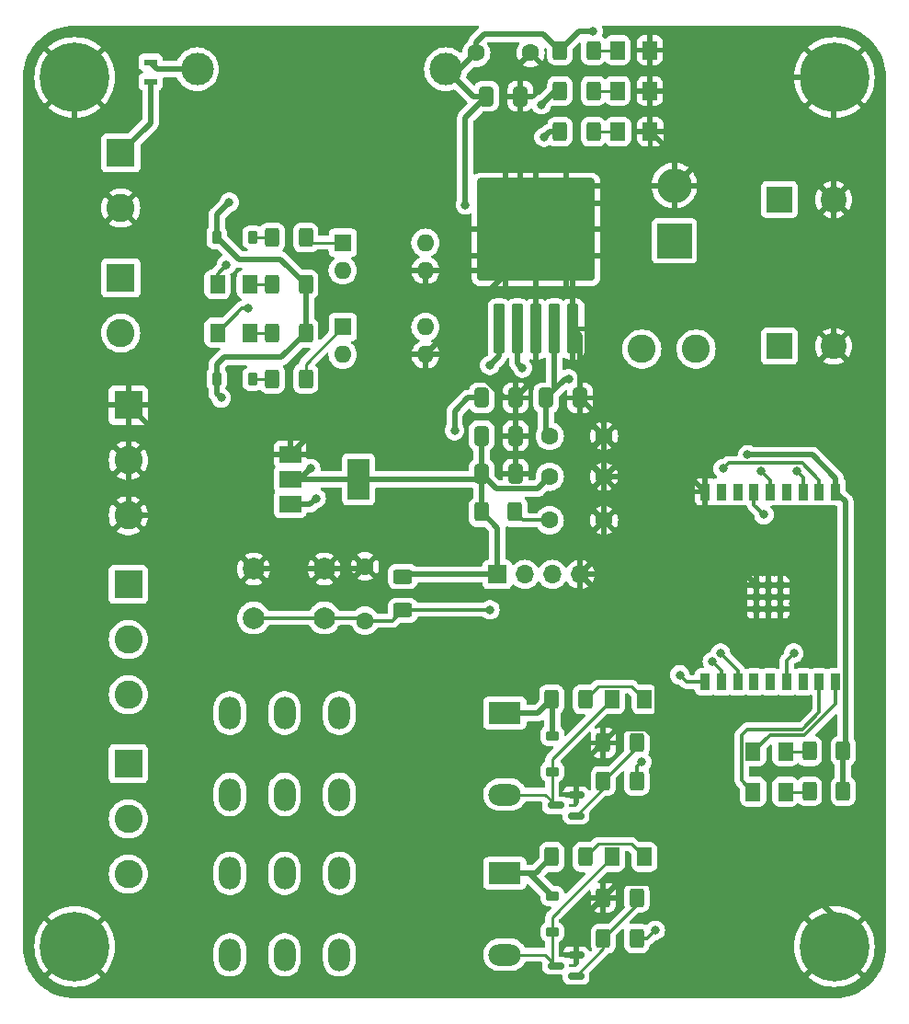
<source format=gbr>
%TF.GenerationSoftware,KiCad,Pcbnew,7.0.2*%
%TF.CreationDate,2024-04-28T14:31:10+04:00*%
%TF.ProjectId,Hope,486f7065-2e6b-4696-9361-645f70636258,rev?*%
%TF.SameCoordinates,Original*%
%TF.FileFunction,Copper,L1,Top*%
%TF.FilePolarity,Positive*%
%FSLAX46Y46*%
G04 Gerber Fmt 4.6, Leading zero omitted, Abs format (unit mm)*
G04 Created by KiCad (PCBNEW 7.0.2) date 2024-04-28 14:31:10*
%MOMM*%
%LPD*%
G01*
G04 APERTURE LIST*
G04 Aperture macros list*
%AMRoundRect*
0 Rectangle with rounded corners*
0 $1 Rounding radius*
0 $2 $3 $4 $5 $6 $7 $8 $9 X,Y pos of 4 corners*
0 Add a 4 corners polygon primitive as box body*
4,1,4,$2,$3,$4,$5,$6,$7,$8,$9,$2,$3,0*
0 Add four circle primitives for the rounded corners*
1,1,$1+$1,$2,$3*
1,1,$1+$1,$4,$5*
1,1,$1+$1,$6,$7*
1,1,$1+$1,$8,$9*
0 Add four rect primitives between the rounded corners*
20,1,$1+$1,$2,$3,$4,$5,0*
20,1,$1+$1,$4,$5,$6,$7,0*
20,1,$1+$1,$6,$7,$8,$9,0*
20,1,$1+$1,$8,$9,$2,$3,0*%
G04 Aperture macros list end*
%TA.AperFunction,SMDPad,CuDef*%
%ADD10R,0.900000X1.500000*%
%TD*%
%TA.AperFunction,SMDPad,CuDef*%
%ADD11R,0.700000X0.700000*%
%TD*%
%TA.AperFunction,SMDPad,CuDef*%
%ADD12RoundRect,0.250000X0.400000X0.625000X-0.400000X0.625000X-0.400000X-0.625000X0.400000X-0.625000X0*%
%TD*%
%TA.AperFunction,SMDPad,CuDef*%
%ADD13RoundRect,0.250001X-0.462499X-0.624999X0.462499X-0.624999X0.462499X0.624999X-0.462499X0.624999X0*%
%TD*%
%TA.AperFunction,ComponentPad*%
%ADD14R,2.600000X2.600000*%
%TD*%
%TA.AperFunction,ComponentPad*%
%ADD15C,2.600000*%
%TD*%
%TA.AperFunction,ComponentPad*%
%ADD16O,2.000000X3.000000*%
%TD*%
%TA.AperFunction,ComponentPad*%
%ADD17R,3.000000X2.000000*%
%TD*%
%TA.AperFunction,ComponentPad*%
%ADD18O,3.000000X2.000000*%
%TD*%
%TA.AperFunction,SMDPad,CuDef*%
%ADD19RoundRect,0.250000X-0.400000X-0.625000X0.400000X-0.625000X0.400000X0.625000X-0.400000X0.625000X0*%
%TD*%
%TA.AperFunction,SMDPad,CuDef*%
%ADD20RoundRect,0.225000X0.225000X0.375000X-0.225000X0.375000X-0.225000X-0.375000X0.225000X-0.375000X0*%
%TD*%
%TA.AperFunction,SMDPad,CuDef*%
%ADD21RoundRect,0.250000X-0.412500X-0.650000X0.412500X-0.650000X0.412500X0.650000X-0.412500X0.650000X0*%
%TD*%
%TA.AperFunction,SMDPad,CuDef*%
%ADD22RoundRect,0.225000X-0.375000X0.225000X-0.375000X-0.225000X0.375000X-0.225000X0.375000X0.225000X0*%
%TD*%
%TA.AperFunction,ComponentPad*%
%ADD23C,1.600000*%
%TD*%
%TA.AperFunction,SMDPad,CuDef*%
%ADD24RoundRect,0.250001X0.462499X0.624999X-0.462499X0.624999X-0.462499X-0.624999X0.462499X-0.624999X0*%
%TD*%
%TA.AperFunction,ComponentPad*%
%ADD25C,0.800000*%
%TD*%
%TA.AperFunction,ComponentPad*%
%ADD26C,6.400000*%
%TD*%
%TA.AperFunction,ComponentPad*%
%ADD27R,1.600000X1.600000*%
%TD*%
%TA.AperFunction,ComponentPad*%
%ADD28O,1.600000X1.600000*%
%TD*%
%TA.AperFunction,ComponentPad*%
%ADD29R,3.200000X3.200000*%
%TD*%
%TA.AperFunction,ComponentPad*%
%ADD30O,3.200000X3.200000*%
%TD*%
%TA.AperFunction,SMDPad,CuDef*%
%ADD31RoundRect,0.250000X0.300000X-2.050000X0.300000X2.050000X-0.300000X2.050000X-0.300000X-2.050000X0*%
%TD*%
%TA.AperFunction,SMDPad,CuDef*%
%ADD32RoundRect,0.250000X2.375000X-2.025000X2.375000X2.025000X-2.375000X2.025000X-2.375000X-2.025000X0*%
%TD*%
%TA.AperFunction,SMDPad,CuDef*%
%ADD33RoundRect,0.250002X5.149998X-4.449998X5.149998X4.449998X-5.149998X4.449998X-5.149998X-4.449998X0*%
%TD*%
%TA.AperFunction,ComponentPad*%
%ADD34C,3.000000*%
%TD*%
%TA.AperFunction,SMDPad,CuDef*%
%ADD35RoundRect,0.250000X-0.625000X0.400000X-0.625000X-0.400000X0.625000X-0.400000X0.625000X0.400000X0*%
%TD*%
%TA.AperFunction,SMDPad,CuDef*%
%ADD36R,1.250000X0.600000*%
%TD*%
%TA.AperFunction,SMDPad,CuDef*%
%ADD37R,2.000000X1.500000*%
%TD*%
%TA.AperFunction,SMDPad,CuDef*%
%ADD38R,2.000000X3.800000*%
%TD*%
%TA.AperFunction,SMDPad,CuDef*%
%ADD39RoundRect,0.150000X0.587500X0.150000X-0.587500X0.150000X-0.587500X-0.150000X0.587500X-0.150000X0*%
%TD*%
%TA.AperFunction,ComponentPad*%
%ADD40R,2.400000X2.400000*%
%TD*%
%TA.AperFunction,ComponentPad*%
%ADD41C,2.400000*%
%TD*%
%TA.AperFunction,ComponentPad*%
%ADD42R,1.700000X1.700000*%
%TD*%
%TA.AperFunction,ComponentPad*%
%ADD43O,1.700000X1.700000*%
%TD*%
%TA.AperFunction,ComponentPad*%
%ADD44C,2.000000*%
%TD*%
%TA.AperFunction,ViaPad*%
%ADD45C,0.800000*%
%TD*%
%TA.AperFunction,Conductor*%
%ADD46C,0.300000*%
%TD*%
%TA.AperFunction,Conductor*%
%ADD47C,0.250000*%
%TD*%
%TA.AperFunction,Conductor*%
%ADD48C,0.500000*%
%TD*%
G04 APERTURE END LIST*
D10*
%TO.P,U3,1,3V3*%
%TO.N,+3.3V*%
X165100000Y-103140000D03*
%TO.P,U3,2,EN/CHIP_PU*%
%TO.N,/EN*%
X163600000Y-103140000D03*
%TO.P,U3,3,GPIO4/ADC1_CH4*%
%TO.N,/IO2*%
X162100000Y-103140000D03*
%TO.P,U3,4,GPIO5/ADC2_CH0*%
%TO.N,unconnected-(U3-GPIO5{slash}ADC2_CH0-Pad4)*%
X160600000Y-103140000D03*
%TO.P,U3,5,GPIO6*%
%TO.N,/RELAY1*%
X159100000Y-103140000D03*
%TO.P,U3,6,GPIO7*%
%TO.N,/RELAY2*%
X157600000Y-103140000D03*
%TO.P,U3,7,GPIO8*%
%TO.N,unconnected-(U3-GPIO8-Pad7)*%
X156100000Y-103140000D03*
%TO.P,U3,8,GPIO9*%
%TO.N,unconnected-(U3-GPIO9-Pad8)*%
X154600000Y-103140000D03*
%TO.P,U3,9,GND*%
%TO.N,GND*%
X153100000Y-103140000D03*
%TO.P,U3,10,GPIO10*%
%TO.N,/SW1*%
X153100000Y-120640000D03*
%TO.P,U3,11,GPIO20/U0RXD*%
%TO.N,/RX*%
X154600000Y-120640000D03*
%TO.P,U3,12,GPIO21/U0TXD*%
%TO.N,/TX*%
X156100000Y-120640000D03*
%TO.P,U3,13,GPIO18/USB_D-*%
%TO.N,unconnected-(U3-GPIO18{slash}USB_D--Pad13)*%
X157600000Y-120640000D03*
%TO.P,U3,14,GPIO19/USB_D+*%
%TO.N,unconnected-(U3-GPIO19{slash}USB_D+-Pad14)*%
X159100000Y-120640000D03*
%TO.P,U3,15,GPIO3/ADC1_CH3*%
%TO.N,/IO1*%
X160600000Y-120640000D03*
%TO.P,U3,16,GPIO2/ADC1_CH2*%
%TO.N,unconnected-(U3-GPIO2{slash}ADC1_CH2-Pad16)*%
X162100000Y-120640000D03*
%TO.P,U3,17,GPIO1/ADC1_CH1/XTAL_32K_N*%
%TO.N,/DL2*%
X163600000Y-120640000D03*
%TO.P,U3,18,GPIO0/ADC1_CH0/XTAL_32K_P*%
%TO.N,/DL1*%
X165100000Y-120640000D03*
D11*
%TO.P,U3,19,GND*%
%TO.N,GND*%
X160000000Y-111750000D03*
X158900000Y-111750000D03*
X157800000Y-111750000D03*
X160000000Y-112800000D03*
X158900000Y-112800000D03*
X157800000Y-112800000D03*
X160000000Y-113950000D03*
X158900000Y-113950000D03*
X157800000Y-113950000D03*
%TD*%
D12*
%TO.P,R16,2*%
%TO.N,Net-(DL6-A)*%
X162700000Y-130700000D03*
%TO.P,R16,1*%
%TO.N,+3.3V*%
X165800000Y-130700000D03*
%TD*%
D13*
%TO.P,DL1,1,K*%
%TO.N,/IO1*%
X108162500Y-84056666D03*
%TO.P,DL1,2,A*%
%TO.N,Net-(DL1-A)*%
X111137500Y-84056666D03*
%TD*%
D14*
%TO.P,J2,1,Pin_1*%
%TO.N,/IN1*%
X99250000Y-83455000D03*
D15*
%TO.P,J2,2,Pin_2*%
%TO.N,/IN2*%
X99250000Y-88535000D03*
%TD*%
D16*
%TO.P,K1,11*%
%TO.N,Net-(J5-Pin_2)*%
X114350000Y-131000000D03*
X114350000Y-123500000D03*
%TO.P,K1,12*%
%TO.N,Net-(J5-Pin_1)*%
X119390000Y-131000000D03*
X119390000Y-123500000D03*
%TO.P,K1,14*%
%TO.N,Net-(J5-Pin_3)*%
X109310000Y-131000000D03*
X109310000Y-123500000D03*
D17*
%TO.P,K1,A1*%
%TO.N,+5V*%
X134650000Y-123500000D03*
D18*
%TO.P,K1,A2*%
%TO.N,Net-(D6-A)*%
X134650000Y-131000000D03*
%TD*%
D16*
%TO.P,K2,11*%
%TO.N,Net-(J6-Pin_2)*%
X114350000Y-145750000D03*
X114350000Y-138250000D03*
%TO.P,K2,12*%
%TO.N,Net-(J6-Pin_1)*%
X119390000Y-145750000D03*
X119390000Y-138250000D03*
%TO.P,K2,14*%
%TO.N,Net-(J6-Pin_3)*%
X109310000Y-145750000D03*
X109310000Y-138250000D03*
D17*
%TO.P,K2,A1*%
%TO.N,+5V*%
X134650000Y-138250000D03*
D18*
%TO.P,K2,A2*%
%TO.N,Net-(D8-A)*%
X134650000Y-145750000D03*
%TD*%
D14*
%TO.P,J6,1,Pin_1*%
%TO.N,Net-(J6-Pin_1)*%
X99950000Y-128165000D03*
D15*
%TO.P,J6,2,Pin_2*%
%TO.N,Net-(J6-Pin_2)*%
X99950000Y-133245000D03*
%TO.P,J6,3,Pin_3*%
%TO.N,Net-(J6-Pin_3)*%
X99950000Y-138325000D03*
%TD*%
D19*
%TO.P,R3,1*%
%TO.N,+3.3V*%
X139700000Y-70000000D03*
%TO.P,R3,2*%
%TO.N,Net-(DL9-A)*%
X142800000Y-70000000D03*
%TD*%
D20*
%TO.P,D11,1,K*%
%TO.N,Net-(D11-K)*%
X111400000Y-92750000D03*
%TO.P,D11,2,A*%
%TO.N,+3.3V*%
X108100000Y-92750000D03*
%TD*%
D21*
%TO.P,C10,1*%
%TO.N,+3.3V*%
X132500000Y-101500000D03*
%TO.P,C10,2*%
%TO.N,GND*%
X135625000Y-101500000D03*
%TD*%
%TO.P,C4,1*%
%TO.N,+3.3V*%
X132500000Y-98000000D03*
%TO.P,C4,2*%
%TO.N,GND*%
X135625000Y-98000000D03*
%TD*%
D22*
%TO.P,D6,1,K*%
%TO.N,+5V*%
X139000000Y-125600000D03*
%TO.P,D6,2,A*%
%TO.N,Net-(D6-A)*%
X139000000Y-128900000D03*
%TD*%
D19*
%TO.P,R2,1*%
%TO.N,+5V*%
X139700000Y-66250000D03*
%TO.P,R2,2*%
%TO.N,Net-(DL8-A)*%
X142800000Y-66250000D03*
%TD*%
D15*
%TO.P,L1,1,1*%
%TO.N,Net-(D3-K)*%
X147250000Y-90000000D03*
%TO.P,L1,2,2*%
%TO.N,+5V*%
X152250000Y-90000000D03*
%TD*%
D23*
%TO.P,C5,1*%
%TO.N,+24V*%
X132000000Y-62750000D03*
%TO.P,C5,2*%
%TO.N,GND*%
X137000000Y-62750000D03*
%TD*%
D12*
%TO.P,R9,1*%
%TO.N,/RELAY2*%
X146800000Y-144250000D03*
%TO.P,R9,2*%
%TO.N,Net-(Q2-B)*%
X143700000Y-144250000D03*
%TD*%
D19*
%TO.P,R14,1*%
%TO.N,Net-(DL2-A)*%
X113200000Y-88503334D03*
%TO.P,R14,2*%
%TO.N,+3.3V*%
X116300000Y-88503334D03*
%TD*%
D21*
%TO.P,C2,1*%
%TO.N,+5V*%
X132500000Y-94500000D03*
%TO.P,C2,2*%
%TO.N,GND*%
X135625000Y-94500000D03*
%TD*%
D19*
%TO.P,R8,1*%
%TO.N,+5V*%
X138950000Y-136750000D03*
%TO.P,R8,2*%
%TO.N,Net-(DL4-A)*%
X142050000Y-136750000D03*
%TD*%
D23*
%TO.P,C9,1*%
%TO.N,/EN*%
X138770000Y-105750000D03*
%TO.P,C9,2*%
%TO.N,GND*%
X143770000Y-105750000D03*
%TD*%
D12*
%TO.P,R17,2*%
%TO.N,Net-(DL5-A)*%
X162700000Y-127000000D03*
%TO.P,R17,1*%
%TO.N,+3.3V*%
X165800000Y-127000000D03*
%TD*%
D24*
%TO.P,DL8,2,A*%
%TO.N,Net-(DL8-A)*%
X145012500Y-66250000D03*
%TO.P,DL8,1,K*%
%TO.N,GND*%
X147987500Y-66250000D03*
%TD*%
%TO.P,DL9,1,K*%
%TO.N,GND*%
X148032500Y-70000000D03*
%TO.P,DL9,2,A*%
%TO.N,Net-(DL9-A)*%
X145057500Y-70000000D03*
%TD*%
D14*
%TO.P,J5,1,Pin_1*%
%TO.N,Net-(J5-Pin_1)*%
X99950000Y-111665000D03*
D15*
%TO.P,J5,2,Pin_2*%
%TO.N,Net-(J5-Pin_2)*%
X99950000Y-116745000D03*
%TO.P,J5,3,Pin_3*%
%TO.N,Net-(J5-Pin_3)*%
X99950000Y-121825000D03*
%TD*%
D21*
%TO.P,C3,1*%
%TO.N,+24V*%
X132937500Y-66750000D03*
%TO.P,C3,2*%
%TO.N,GND*%
X136062500Y-66750000D03*
%TD*%
D19*
%TO.P,R6,1*%
%TO.N,+3.3V*%
X132482500Y-105000000D03*
%TO.P,R6,2*%
%TO.N,/EN*%
X135582500Y-105000000D03*
%TD*%
D23*
%TO.P,C11,1*%
%TO.N,+3.3V*%
X138770000Y-101750000D03*
%TO.P,C11,2*%
%TO.N,GND*%
X143770000Y-101750000D03*
%TD*%
D13*
%TO.P,DL6,2,A*%
%TO.N,Net-(DL6-A)*%
X160487500Y-130750000D03*
%TO.P,DL6,1,K*%
%TO.N,/DL2*%
X157512500Y-130750000D03*
%TD*%
D25*
%TO.P,H1,1,1*%
%TO.N,GND*%
X92600000Y-65000000D03*
X93302944Y-63302944D03*
X93302944Y-66697056D03*
X95000000Y-62600000D03*
D26*
X95000000Y-65000000D03*
D25*
X95000000Y-67400000D03*
X96697056Y-63302944D03*
X96697056Y-66697056D03*
X97400000Y-65000000D03*
%TD*%
D27*
%TO.P,U4,1*%
%TO.N,Net-(R11-Pad1)*%
X119700000Y-80225000D03*
D28*
%TO.P,U4,2*%
%TO.N,/IN1*%
X119700000Y-82765000D03*
%TO.P,U4,3*%
%TO.N,GND*%
X127320000Y-82765000D03*
%TO.P,U4,4*%
%TO.N,/IO1*%
X127320000Y-80225000D03*
%TD*%
D14*
%TO.P,J4,1,Pin_1*%
%TO.N,/24IN*%
X99250000Y-71955000D03*
D15*
%TO.P,J4,2,Pin_2*%
%TO.N,GND*%
X99250000Y-77035000D03*
%TD*%
D23*
%TO.P,C12,1*%
%TO.N,/SW1*%
X121750000Y-115000000D03*
%TO.P,C12,2*%
%TO.N,GND*%
X121750000Y-110000000D03*
%TD*%
D25*
%TO.P,H4,1,1*%
%TO.N,GND*%
X92600000Y-145000000D03*
X93302944Y-143302944D03*
X93302944Y-146697056D03*
X95000000Y-142600000D03*
D26*
X95000000Y-145000000D03*
D25*
X95000000Y-147400000D03*
X96697056Y-143302944D03*
X96697056Y-146697056D03*
X97400000Y-145000000D03*
%TD*%
D27*
%TO.P,U5,1*%
%TO.N,Net-(R13-Pad1)*%
X119700000Y-87975000D03*
D28*
%TO.P,U5,2*%
%TO.N,/IN2*%
X119700000Y-90515000D03*
%TO.P,U5,3*%
%TO.N,GND*%
X127320000Y-90515000D03*
%TO.P,U5,4*%
%TO.N,/IO2*%
X127320000Y-87975000D03*
%TD*%
D12*
%TO.P,R13,1*%
%TO.N,Net-(R13-Pad1)*%
X116300000Y-92750000D03*
%TO.P,R13,2*%
%TO.N,Net-(D11-K)*%
X113200000Y-92750000D03*
%TD*%
D13*
%TO.P,DL3,1,K*%
%TO.N,Net-(D6-A)*%
X144512500Y-122250000D03*
%TO.P,DL3,2,A*%
%TO.N,Net-(DL3-A)*%
X147487500Y-122250000D03*
%TD*%
D29*
%TO.P,D3,1,K*%
%TO.N,Net-(D3-K)*%
X150250000Y-80040000D03*
D30*
%TO.P,D3,2,A*%
%TO.N,GND*%
X150250000Y-74960000D03*
%TD*%
D13*
%TO.P,DL4,1,K*%
%TO.N,Net-(D8-A)*%
X144512500Y-136750000D03*
%TO.P,DL4,2,A*%
%TO.N,Net-(DL4-A)*%
X147487500Y-136750000D03*
%TD*%
%TO.P,DL2,1,K*%
%TO.N,/IO2*%
X108162500Y-88500000D03*
%TO.P,DL2,2,A*%
%TO.N,Net-(DL2-A)*%
X111137500Y-88500000D03*
%TD*%
D22*
%TO.P,D8,1,K*%
%TO.N,+5V*%
X139000000Y-140350000D03*
%TO.P,D8,2,A*%
%TO.N,Net-(D8-A)*%
X139000000Y-143650000D03*
%TD*%
D13*
%TO.P,DL5,2,A*%
%TO.N,Net-(DL5-A)*%
X160487500Y-127050000D03*
%TO.P,DL5,1,K*%
%TO.N,/DL1*%
X157512500Y-127050000D03*
%TD*%
D19*
%TO.P,R12,1*%
%TO.N,Net-(DL1-A)*%
X113200000Y-84083333D03*
%TO.P,R12,2*%
%TO.N,+3.3V*%
X116300000Y-84083333D03*
%TD*%
D31*
%TO.P,U2,1,VIN*%
%TO.N,+24V*%
X134100000Y-88150000D03*
%TO.P,U2,2,OUT*%
%TO.N,Net-(D3-K)*%
X135800000Y-88150000D03*
%TO.P,U2,3,GND*%
%TO.N,GND*%
X137500000Y-88150000D03*
D32*
X134725000Y-81425000D03*
X140275000Y-81425000D03*
D33*
X137500000Y-79000000D03*
D32*
X134725000Y-76575000D03*
X140275000Y-76575000D03*
D31*
%TO.P,U2,4,FB*%
%TO.N,+5V*%
X139200000Y-88150000D03*
%TO.P,U2,5,~{ON}/OFF*%
%TO.N,GND*%
X140900000Y-88150000D03*
%TD*%
D19*
%TO.P,R4,1*%
%TO.N,+5V*%
X138950000Y-122250000D03*
%TO.P,R4,2*%
%TO.N,Net-(DL3-A)*%
X142050000Y-122250000D03*
%TD*%
D12*
%TO.P,R10,1*%
%TO.N,Net-(Q2-B)*%
X146800000Y-140500000D03*
%TO.P,R10,2*%
%TO.N,GND*%
X143700000Y-140500000D03*
%TD*%
D34*
%TO.P,F1,1*%
%TO.N,Net-(F1-Pad1)*%
X106300000Y-64250000D03*
%TO.P,F1,2*%
%TO.N,+24V*%
X129200000Y-64250000D03*
%TD*%
D25*
%TO.P,H2,1,1*%
%TO.N,GND*%
X162600000Y-65000000D03*
X163302944Y-63302944D03*
X163302944Y-66697056D03*
X165000000Y-62600000D03*
D26*
X165000000Y-65000000D03*
D25*
X165000000Y-67400000D03*
X166697056Y-63302944D03*
X166697056Y-66697056D03*
X167400000Y-65000000D03*
%TD*%
D12*
%TO.P,R7,1*%
%TO.N,Net-(Q1-B)*%
X146800000Y-126250000D03*
%TO.P,R7,2*%
%TO.N,GND*%
X143700000Y-126250000D03*
%TD*%
D24*
%TO.P,DL7,2,A*%
%TO.N,Net-(DL7-A)*%
X145012500Y-62500000D03*
%TO.P,DL7,1,K*%
%TO.N,GND*%
X147987500Y-62500000D03*
%TD*%
D19*
%TO.P,R1,1*%
%TO.N,+24V*%
X139700000Y-62500000D03*
%TO.P,R1,2*%
%TO.N,Net-(DL7-A)*%
X142800000Y-62500000D03*
%TD*%
D23*
%TO.P,C8,1*%
%TO.N,+5V*%
X138770000Y-98000000D03*
%TO.P,C8,2*%
%TO.N,GND*%
X143770000Y-98000000D03*
%TD*%
D35*
%TO.P,R15,1*%
%TO.N,+3.3V*%
X125250000Y-110950000D03*
%TO.P,R15,2*%
%TO.N,/SW1*%
X125250000Y-114050000D03*
%TD*%
D36*
%TO.P,FB1,1*%
%TO.N,/24IN*%
X102000000Y-65400000D03*
%TO.P,FB1,2*%
%TO.N,Net-(F1-Pad1)*%
X102000000Y-63600000D03*
%TD*%
D12*
%TO.P,R11,2*%
%TO.N,Net-(D9-K)*%
X113200000Y-79750000D03*
%TO.P,R11,1*%
%TO.N,Net-(R11-Pad1)*%
X116300000Y-79750000D03*
%TD*%
%TO.P,R5,1*%
%TO.N,/RELAY1*%
X146800000Y-129750000D03*
%TO.P,R5,2*%
%TO.N,Net-(Q1-B)*%
X143700000Y-129750000D03*
%TD*%
D20*
%TO.P,D9,2,A*%
%TO.N,+3.3V*%
X108100000Y-79720000D03*
%TO.P,D9,1,K*%
%TO.N,Net-(D9-K)*%
X111400000Y-79720000D03*
%TD*%
D37*
%TO.P,U1,1,GND*%
%TO.N,GND*%
X114850000Y-99700000D03*
%TO.P,U1,2,VO*%
%TO.N,+3.3V*%
X114850000Y-102000000D03*
D38*
X121150000Y-102000000D03*
D37*
%TO.P,U1,3,VI*%
%TO.N,+5V*%
X114850000Y-104300000D03*
%TD*%
D39*
%TO.P,Q2,1,B*%
%TO.N,Net-(Q2-B)*%
X141187500Y-147700000D03*
%TO.P,Q2,2,E*%
%TO.N,GND*%
X141187500Y-145800000D03*
%TO.P,Q2,3,C*%
%TO.N,Net-(D8-A)*%
X139312500Y-146750000D03*
%TD*%
D21*
%TO.P,C7,1*%
%TO.N,+5V*%
X138437500Y-94500000D03*
%TO.P,C7,2*%
%TO.N,GND*%
X141562500Y-94500000D03*
%TD*%
D40*
%TO.P,C6,1*%
%TO.N,+5V*%
X159926041Y-89750000D03*
D41*
%TO.P,C6,2*%
%TO.N,GND*%
X164926041Y-89750000D03*
%TD*%
D25*
%TO.P,H3,1,1*%
%TO.N,GND*%
X162600000Y-145000000D03*
X163302944Y-143302944D03*
X163302944Y-146697056D03*
X165000000Y-142600000D03*
D26*
X165000000Y-145000000D03*
D25*
X165000000Y-147400000D03*
X166697056Y-143302944D03*
X166697056Y-146697056D03*
X167400000Y-145000000D03*
%TD*%
D42*
%TO.P,J1,1,Pin_1*%
%TO.N,+3.3V*%
X133950000Y-110750000D03*
D43*
%TO.P,J1,2,Pin_2*%
%TO.N,/RX*%
X136490000Y-110750000D03*
%TO.P,J1,3,Pin_3*%
%TO.N,/TX*%
X139030000Y-110750000D03*
%TO.P,J1,4,Pin_4*%
%TO.N,GND*%
X141570000Y-110750000D03*
%TD*%
D14*
%TO.P,J3,1,Pin_1*%
%TO.N,GND*%
X99950000Y-95165000D03*
D15*
%TO.P,J3,2,Pin_2*%
X99950000Y-100245000D03*
%TO.P,J3,3,Pin_3*%
X99950000Y-105325000D03*
%TD*%
D44*
%TO.P,SW1,1,A*%
%TO.N,GND*%
X111500000Y-110250000D03*
X118000000Y-110250000D03*
%TO.P,SW1,2,B*%
%TO.N,/SW1*%
X111500000Y-114750000D03*
X118000000Y-114750000D03*
%TD*%
D39*
%TO.P,Q1,1,B*%
%TO.N,Net-(Q1-B)*%
X141187500Y-132950000D03*
%TO.P,Q1,2,E*%
%TO.N,GND*%
X141187500Y-131050000D03*
%TO.P,Q1,3,C*%
%TO.N,Net-(D6-A)*%
X139312500Y-132000000D03*
%TD*%
D40*
%TO.P,C1,1*%
%TO.N,+24V*%
X159926041Y-76250000D03*
D41*
%TO.P,C1,2*%
%TO.N,GND*%
X164926041Y-76250000D03*
%TD*%
D45*
%TO.N,/SW1*%
X133250000Y-114000000D03*
X150750000Y-120000000D03*
%TO.N,/EN*%
X154750000Y-101000000D03*
%TO.N,+3.3V*%
X157000000Y-99750000D03*
%TO.N,+24V*%
X131000000Y-76750000D03*
%TO.N,+5V*%
X117250000Y-103750000D03*
X130000000Y-97500000D03*
%TO.N,Net-(D3-K)*%
X136250000Y-91750000D03*
%TO.N,+5V*%
X140500000Y-92750000D03*
%TO.N,+3.3V*%
X109250000Y-76500000D03*
%TO.N,+5V*%
X138000000Y-67500000D03*
%TO.N,+3.3V*%
X138250000Y-70500000D03*
%TO.N,/IO1*%
X161250000Y-118000000D03*
%TO.N,/IO2*%
X161500000Y-101250000D03*
%TO.N,/RELAY1*%
X147250000Y-128000000D03*
%TO.N,/RELAY2*%
X148500000Y-143500000D03*
X158500000Y-105250000D03*
%TO.N,/RELAY1*%
X158250000Y-101250000D03*
%TO.N,+24V*%
X133250000Y-91500000D03*
%TO.N,/RX*%
X153750000Y-118750000D03*
%TO.N,/TX*%
X154500000Y-118000000D03*
%TO.N,/IO1*%
X109000000Y-82250000D03*
%TO.N,/IO2*%
X111000000Y-86250000D03*
%TO.N,+3.3V*%
X108500000Y-94500000D03*
X116750000Y-101000000D03*
%TO.N,+24V*%
X142750000Y-60750000D03*
%TD*%
D46*
%TO.N,/RX*%
X153750000Y-118750000D02*
X154600000Y-119600000D01*
X154600000Y-119600000D02*
X154600000Y-120640000D01*
%TO.N,/SW1*%
X125300000Y-114000000D02*
X125250000Y-114050000D01*
X133250000Y-114000000D02*
X125300000Y-114000000D01*
D47*
%TO.N,Net-(DL2-A)*%
X111140834Y-88503334D02*
X111137500Y-88500000D01*
X113200000Y-88503334D02*
X111140834Y-88503334D01*
%TO.N,Net-(DL1-A)*%
X111164167Y-84083333D02*
X111137500Y-84056666D01*
X113200000Y-84083333D02*
X111164167Y-84083333D01*
D48*
%TO.N,GND*%
X157800000Y-113950000D02*
X158900000Y-113950000D01*
X157800000Y-112800000D02*
X157800000Y-113950000D01*
X157800000Y-111750000D02*
X157800000Y-112800000D01*
X158900000Y-112800000D02*
X158900000Y-111750000D01*
X158900000Y-113950000D02*
X158900000Y-112800000D01*
X160000000Y-113950000D02*
X158900000Y-113950000D01*
X160000000Y-112800000D02*
X160000000Y-113950000D01*
X160000000Y-112800000D02*
X158900000Y-112800000D01*
X160000000Y-111750000D02*
X160000000Y-112800000D01*
X158900000Y-111750000D02*
X160000000Y-111750000D01*
X157800000Y-111750000D02*
X158900000Y-111750000D01*
X153100000Y-107050000D02*
X157800000Y-111750000D01*
X153100000Y-103140000D02*
X153100000Y-107050000D01*
D46*
%TO.N,/SW1*%
X151390000Y-120640000D02*
X150750000Y-120000000D01*
X153100000Y-120640000D02*
X151390000Y-120640000D01*
D48*
%TO.N,GND*%
X143770000Y-101750000D02*
X151710000Y-101750000D01*
X151710000Y-101750000D02*
X153100000Y-103140000D01*
D46*
%TO.N,/EN*%
X155250000Y-100500000D02*
X154750000Y-101000000D01*
X162010000Y-100500000D02*
X155250000Y-100500000D01*
X163600000Y-102090000D02*
X162010000Y-100500000D01*
X163600000Y-103140000D02*
X163600000Y-102090000D01*
D48*
%TO.N,+3.3V*%
X165100000Y-101890000D02*
X165100000Y-103140000D01*
X162960000Y-99750000D02*
X165100000Y-101890000D01*
X157000000Y-99750000D02*
X162960000Y-99750000D01*
%TO.N,+24V*%
X131000000Y-68687500D02*
X131000000Y-76750000D01*
X132937500Y-66750000D02*
X131000000Y-68687500D01*
%TO.N,+5V*%
X116700000Y-104300000D02*
X117250000Y-103750000D01*
X114850000Y-104300000D02*
X116700000Y-104300000D01*
X130000000Y-97500000D02*
X130000000Y-95750000D01*
X130000000Y-95750000D02*
X131250000Y-94500000D01*
X131250000Y-94500000D02*
X132500000Y-94500000D01*
%TO.N,Net-(D3-K)*%
X135800000Y-91300000D02*
X136250000Y-91750000D01*
X135800000Y-88150000D02*
X135800000Y-91300000D01*
%TO.N,+5V*%
X140187500Y-92750000D02*
X140500000Y-92750000D01*
X138437500Y-94500000D02*
X140187500Y-92750000D01*
X138437500Y-97667500D02*
X138770000Y-98000000D01*
X138437500Y-94500000D02*
X138437500Y-97667500D01*
X139200000Y-88150000D02*
X139200000Y-93737500D01*
X139200000Y-93737500D02*
X138437500Y-94500000D01*
%TO.N,+3.3V*%
X108100000Y-77650000D02*
X109250000Y-76500000D01*
X108100000Y-79720000D02*
X108100000Y-77650000D01*
X138750000Y-70000000D02*
X138250000Y-70500000D01*
X139700000Y-70000000D02*
X138750000Y-70000000D01*
%TO.N,+5V*%
X139250000Y-66250000D02*
X138000000Y-67500000D01*
X139700000Y-66250000D02*
X139250000Y-66250000D01*
D46*
%TO.N,/IO1*%
X160600000Y-118650000D02*
X161250000Y-118000000D01*
X160600000Y-120640000D02*
X160600000Y-118650000D01*
%TO.N,/IO2*%
X162100000Y-101850000D02*
X161500000Y-101250000D01*
X162100000Y-103140000D02*
X162100000Y-101850000D01*
D48*
%TO.N,+3.3V*%
X166000000Y-104040000D02*
X165100000Y-103140000D01*
X166000000Y-126800000D02*
X166000000Y-104040000D01*
X165800000Y-127000000D02*
X166000000Y-126800000D01*
X165800000Y-130700000D02*
X165800000Y-127000000D01*
D46*
%TO.N,/RELAY1*%
X146800000Y-128450000D02*
X147250000Y-128000000D01*
X146800000Y-129750000D02*
X146800000Y-128450000D01*
%TO.N,/RELAY2*%
X147750000Y-144250000D02*
X148500000Y-143500000D01*
X146800000Y-144250000D02*
X147750000Y-144250000D01*
%TO.N,/RELAY1*%
X159100000Y-102100000D02*
X158250000Y-101250000D01*
X159100000Y-103140000D02*
X159100000Y-102100000D01*
%TO.N,/RELAY2*%
X157600000Y-104350000D02*
X158500000Y-105250000D01*
X157600000Y-103140000D02*
X157600000Y-104350000D01*
D48*
%TO.N,GND*%
X104485000Y-99700000D02*
X99950000Y-95165000D01*
X114850000Y-99700000D02*
X104485000Y-99700000D01*
X124035000Y-90515000D02*
X114850000Y-99700000D01*
X127320000Y-90515000D02*
X124035000Y-90515000D01*
X134552449Y-94500000D02*
X135625000Y-94500000D01*
X127320000Y-90515000D02*
X130567449Y-90515000D01*
X130567449Y-90515000D02*
X134552449Y-94500000D01*
%TO.N,+24V*%
X134100000Y-90650000D02*
X133250000Y-91500000D01*
X134100000Y-88150000D02*
X134100000Y-90650000D01*
%TO.N,GND*%
X137500000Y-92625000D02*
X137500000Y-88150000D01*
X135625000Y-94500000D02*
X137500000Y-92625000D01*
X141562500Y-88812500D02*
X140900000Y-88150000D01*
X141562500Y-94500000D02*
X141562500Y-88812500D01*
X143770000Y-96707500D02*
X141562500Y-94500000D01*
X143770000Y-98000000D02*
X143770000Y-96707500D01*
X135625000Y-98000000D02*
X135625000Y-94500000D01*
D47*
%TO.N,Net-(DL6-A)*%
X162650000Y-130750000D02*
X162700000Y-130700000D01*
X160487500Y-130750000D02*
X162650000Y-130750000D01*
%TO.N,Net-(DL5-A)*%
X160487500Y-127050000D02*
X162650000Y-127050000D01*
X162650000Y-127050000D02*
X162700000Y-127000000D01*
D46*
%TO.N,/DL2*%
X156450000Y-129687500D02*
X157512500Y-130750000D01*
X157000000Y-125000000D02*
X156450000Y-125550000D01*
X156450000Y-125550000D02*
X156450000Y-129687500D01*
X162042894Y-125000000D02*
X157000000Y-125000000D01*
X163600000Y-123442894D02*
X162042894Y-125000000D01*
X163600000Y-120640000D02*
X163600000Y-123442894D01*
%TO.N,/DL1*%
X165100000Y-122650000D02*
X165100000Y-120640000D01*
X162250000Y-125500000D02*
X165100000Y-122650000D01*
X159062500Y-125500000D02*
X162250000Y-125500000D01*
X157512500Y-127050000D02*
X159062500Y-125500000D01*
D48*
%TO.N,GND*%
X148650000Y-117830000D02*
X148650000Y-128650000D01*
X148650000Y-128650000D02*
X165000000Y-145000000D01*
X141570000Y-110750000D02*
X148650000Y-117830000D01*
X165000000Y-142250000D02*
X165000000Y-145000000D01*
X147675000Y-124925000D02*
X165000000Y-142250000D01*
X143700000Y-126250000D02*
X145025000Y-124925000D01*
X145025000Y-124925000D02*
X147675000Y-124925000D01*
X159175000Y-139175000D02*
X165000000Y-145000000D01*
X145025000Y-139175000D02*
X159175000Y-139175000D01*
X143700000Y-140500000D02*
X145025000Y-139175000D01*
D47*
%TO.N,Net-(Q2-B)*%
X143700000Y-144250000D02*
X146800000Y-141150000D01*
X146800000Y-141150000D02*
X146800000Y-140500000D01*
X143700000Y-145187500D02*
X143700000Y-144250000D01*
X141187500Y-147700000D02*
X143700000Y-145187500D01*
D48*
%TO.N,GND*%
X141187500Y-143012500D02*
X141187500Y-145800000D01*
X143700000Y-140500000D02*
X141187500Y-143012500D01*
D47*
%TO.N,Net-(D8-A)*%
X134650000Y-145750000D02*
X138312500Y-145750000D01*
X138312500Y-145750000D02*
X139312500Y-146750000D01*
X139000000Y-146437500D02*
X139312500Y-146750000D01*
X139000000Y-143650000D02*
X139000000Y-146437500D01*
X139000000Y-142262500D02*
X139000000Y-143650000D01*
X144512500Y-136750000D02*
X139000000Y-142262500D01*
%TO.N,Net-(DL4-A)*%
X142050000Y-136750000D02*
X143250000Y-135550000D01*
X143250000Y-135550000D02*
X146287500Y-135550000D01*
X146287500Y-135550000D02*
X147487500Y-136750000D01*
D48*
%TO.N,+5V*%
X136900000Y-138250000D02*
X139000000Y-140350000D01*
X134650000Y-138250000D02*
X136900000Y-138250000D01*
X137450000Y-138250000D02*
X138950000Y-136750000D01*
X134650000Y-138250000D02*
X137450000Y-138250000D01*
D47*
%TO.N,Net-(Q1-B)*%
X143700000Y-130437500D02*
X141187500Y-132950000D01*
X143700000Y-129750000D02*
X143700000Y-130437500D01*
X146800000Y-126650000D02*
X143700000Y-129750000D01*
X146800000Y-126250000D02*
X146800000Y-126650000D01*
D48*
%TO.N,GND*%
X141187500Y-128762500D02*
X141187500Y-131050000D01*
X143700000Y-126250000D02*
X141187500Y-128762500D01*
D47*
%TO.N,Net-(D6-A)*%
X138312500Y-131000000D02*
X139312500Y-132000000D01*
X134650000Y-131000000D02*
X138312500Y-131000000D01*
X139000000Y-131687500D02*
X139312500Y-132000000D01*
X139000000Y-128900000D02*
X139000000Y-131687500D01*
%TO.N,Net-(DL3-A)*%
X143250000Y-121050000D02*
X146287500Y-121050000D01*
X142050000Y-122250000D02*
X143250000Y-121050000D01*
X146287500Y-121050000D02*
X147487500Y-122250000D01*
%TO.N,Net-(D6-A)*%
X139000000Y-127762500D02*
X144512500Y-122250000D01*
X139000000Y-128900000D02*
X139000000Y-127762500D01*
D48*
%TO.N,+5V*%
X139000000Y-125600000D02*
X139000000Y-122300000D01*
X139000000Y-122300000D02*
X138950000Y-122250000D01*
X134650000Y-123500000D02*
X137700000Y-123500000D01*
X137700000Y-123500000D02*
X138950000Y-122250000D01*
D46*
%TO.N,/TX*%
X156100000Y-119600000D02*
X156100000Y-120640000D01*
X154500000Y-118000000D02*
X156100000Y-119600000D01*
%TO.N,/EN*%
X135582500Y-105000000D02*
X136332500Y-105750000D01*
X136332500Y-105750000D02*
X138770000Y-105750000D01*
D48*
%TO.N,+3.3V*%
X125450000Y-110750000D02*
X125250000Y-110950000D01*
X133950000Y-110750000D02*
X125450000Y-110750000D01*
X133950000Y-106467500D02*
X132482500Y-105000000D01*
X133950000Y-110750000D02*
X133950000Y-106467500D01*
D46*
%TO.N,/SW1*%
X121750000Y-115000000D02*
X124300000Y-115000000D01*
X124300000Y-115000000D02*
X125250000Y-114050000D01*
X121500000Y-114750000D02*
X121750000Y-115000000D01*
X118000000Y-114750000D02*
X121500000Y-114750000D01*
D48*
%TO.N,GND*%
X121500000Y-110250000D02*
X121750000Y-110000000D01*
X118000000Y-110250000D02*
X121500000Y-110250000D01*
%TO.N,+3.3V*%
X133850000Y-102850000D02*
X132500000Y-101500000D01*
X137670000Y-102850000D02*
X133850000Y-102850000D01*
X138770000Y-101750000D02*
X137670000Y-102850000D01*
X132000000Y-102000000D02*
X132500000Y-101500000D01*
X121150000Y-102000000D02*
X132000000Y-102000000D01*
X132500000Y-104982500D02*
X132482500Y-105000000D01*
X132500000Y-101500000D02*
X132500000Y-104982500D01*
X132500000Y-98000000D02*
X132500000Y-101500000D01*
%TO.N,GND*%
X135625000Y-98000000D02*
X135625000Y-101500000D01*
X143770000Y-108550000D02*
X141570000Y-110750000D01*
X143770000Y-105750000D02*
X143770000Y-108550000D01*
X143770000Y-98000000D02*
X143770000Y-101750000D01*
X143770000Y-105750000D02*
X143770000Y-101750000D01*
X140900000Y-82400000D02*
X137500000Y-79000000D01*
X140900000Y-88150000D02*
X140900000Y-82400000D01*
X137500000Y-88150000D02*
X137500000Y-79000000D01*
X134725000Y-83110000D02*
X134725000Y-81425000D01*
X127320000Y-90515000D02*
X134725000Y-83110000D01*
X133385000Y-82765000D02*
X134725000Y-81425000D01*
X127320000Y-82765000D02*
X133385000Y-82765000D01*
D46*
%TO.N,/IO1*%
X108162500Y-83087500D02*
X109000000Y-82250000D01*
X108162500Y-84056666D02*
X108162500Y-83087500D01*
%TO.N,/IO2*%
X111000000Y-86250000D02*
X110412500Y-86250000D01*
X110412500Y-86250000D02*
X108162500Y-88500000D01*
D47*
%TO.N,Net-(R11-Pad1)*%
X116775000Y-80225000D02*
X119700000Y-80225000D01*
X116300000Y-79750000D02*
X116775000Y-80225000D01*
D48*
%TO.N,+3.3V*%
X116300000Y-84083333D02*
X116300000Y-88503334D01*
X113966667Y-81750000D02*
X116300000Y-84083333D01*
X108100000Y-79720000D02*
X110130000Y-81750000D01*
X110130000Y-81750000D02*
X113966667Y-81750000D01*
D47*
%TO.N,Net-(D9-K)*%
X113170000Y-79720000D02*
X113200000Y-79750000D01*
X111400000Y-79720000D02*
X113170000Y-79720000D01*
%TO.N,Net-(R13-Pad1)*%
X116300000Y-91375000D02*
X119700000Y-87975000D01*
X116300000Y-92750000D02*
X116300000Y-91375000D01*
D48*
%TO.N,+3.3V*%
X108750000Y-90750000D02*
X114053334Y-90750000D01*
X114053334Y-90750000D02*
X116300000Y-88503334D01*
X108100000Y-91400000D02*
X108750000Y-90750000D01*
X108100000Y-92750000D02*
X108100000Y-91400000D01*
X108100000Y-94100000D02*
X108500000Y-94500000D01*
X108100000Y-92750000D02*
X108100000Y-94100000D01*
X115750000Y-102000000D02*
X116750000Y-101000000D01*
X114850000Y-102000000D02*
X115750000Y-102000000D01*
D47*
%TO.N,Net-(D11-K)*%
X111400000Y-92750000D02*
X113200000Y-92750000D01*
D48*
%TO.N,+3.3V*%
X121150000Y-102000000D02*
X114850000Y-102000000D01*
%TO.N,GND*%
X99250000Y-149250000D02*
X160750000Y-149250000D01*
X95000000Y-145000000D02*
X99250000Y-149250000D01*
X160750000Y-149250000D02*
X165000000Y-145000000D01*
D46*
%TO.N,/SW1*%
X111500000Y-114750000D02*
X118000000Y-114750000D01*
D48*
%TO.N,GND*%
X118000000Y-110250000D02*
X111500000Y-110250000D01*
X106575000Y-105325000D02*
X99950000Y-105325000D01*
X111500000Y-110250000D02*
X106575000Y-105325000D01*
X99950000Y-105325000D02*
X99950000Y-100245000D01*
X99950000Y-95165000D02*
X99950000Y-100245000D01*
X95000000Y-92750000D02*
X97415000Y-95165000D01*
X95000000Y-81285000D02*
X95000000Y-92750000D01*
X99250000Y-77035000D02*
X95000000Y-81285000D01*
X97415000Y-95165000D02*
X99950000Y-95165000D01*
X95000000Y-72785000D02*
X99250000Y-77035000D01*
X95000000Y-65000000D02*
X95000000Y-72785000D01*
%TO.N,/24IN*%
X102000000Y-69205000D02*
X99250000Y-71955000D01*
X102000000Y-65400000D02*
X102000000Y-69205000D01*
%TO.N,Net-(F1-Pad1)*%
X102650000Y-64250000D02*
X102000000Y-63600000D01*
X106300000Y-64250000D02*
X102650000Y-64250000D01*
%TO.N,GND*%
X160210000Y-65000000D02*
X165000000Y-65000000D01*
X150250000Y-74960000D02*
X160210000Y-65000000D01*
X164926041Y-65073959D02*
X165000000Y-65000000D01*
X164926041Y-76250000D02*
X164926041Y-65073959D01*
X141890000Y-74960000D02*
X140275000Y-76575000D01*
X150250000Y-74960000D02*
X141890000Y-74960000D01*
X150250000Y-72217500D02*
X150250000Y-74960000D01*
X148032500Y-70000000D02*
X150250000Y-72217500D01*
X164926041Y-76250000D02*
X164926041Y-89750000D01*
%TO.N,+24V*%
X141450000Y-60750000D02*
X142750000Y-60750000D01*
X139700000Y-62500000D02*
X141450000Y-60750000D01*
%TO.N,GND*%
X147987500Y-69955000D02*
X148032500Y-70000000D01*
X147987500Y-66250000D02*
X147987500Y-69955000D01*
X147987500Y-62500000D02*
X147987500Y-66250000D01*
X136062500Y-66750000D02*
X136062500Y-75237500D01*
X136062500Y-75237500D02*
X134725000Y-76575000D01*
X136062500Y-63687500D02*
X137000000Y-62750000D01*
X136062500Y-66750000D02*
X136062500Y-63687500D01*
%TO.N,+24V*%
X131700000Y-66750000D02*
X129200000Y-64250000D01*
X132937500Y-66750000D02*
X131700000Y-66750000D01*
X130500000Y-64250000D02*
X132000000Y-62750000D01*
X129200000Y-64250000D02*
X130500000Y-64250000D01*
X138200000Y-61000000D02*
X132750000Y-61000000D01*
X139700000Y-62500000D02*
X138200000Y-61000000D01*
X132750000Y-61000000D02*
X132000000Y-61750000D01*
X132000000Y-61750000D02*
X132000000Y-62750000D01*
D47*
%TO.N,Net-(DL9-A)*%
X145057500Y-70000000D02*
X142800000Y-70000000D01*
%TO.N,Net-(DL8-A)*%
X145012500Y-66250000D02*
X142800000Y-66250000D01*
%TO.N,Net-(DL7-A)*%
X145012500Y-62500000D02*
X142800000Y-62500000D01*
%TD*%
%TA.AperFunction,Conductor*%
%TO.N,GND*%
G36*
X96856420Y-146502867D02*
G01*
X96794601Y-146461561D01*
X96721680Y-146447056D01*
X96672432Y-146447056D01*
X96599511Y-146461561D01*
X96516816Y-146516816D01*
X96461561Y-146599511D01*
X96442158Y-146697056D01*
X96461561Y-146794601D01*
X96502867Y-146856420D01*
X95944180Y-146297733D01*
X96134870Y-146134870D01*
X96297733Y-145944180D01*
X96856420Y-146502867D01*
G37*
%TD.AperFunction*%
%TA.AperFunction,Conductor*%
G36*
X93865130Y-146134870D02*
G01*
X94055819Y-146297733D01*
X93497135Y-146856416D01*
X93538439Y-146794601D01*
X93557842Y-146697056D01*
X93538439Y-146599511D01*
X93483184Y-146516816D01*
X93400489Y-146461561D01*
X93327568Y-146447056D01*
X93278320Y-146447056D01*
X93205399Y-146461561D01*
X93143577Y-146502868D01*
X93702266Y-145944180D01*
X93865130Y-146134870D01*
G37*
%TD.AperFunction*%
%TA.AperFunction,Conductor*%
G36*
X94055819Y-143702266D02*
G01*
X93865130Y-143865130D01*
X93702266Y-144055818D01*
X93143582Y-143497134D01*
X93205399Y-143538439D01*
X93278320Y-143552944D01*
X93327568Y-143552944D01*
X93400489Y-143538439D01*
X93483184Y-143483184D01*
X93538439Y-143400489D01*
X93557842Y-143302944D01*
X93538439Y-143205399D01*
X93497133Y-143143581D01*
X94055819Y-143702266D01*
G37*
%TD.AperFunction*%
%TA.AperFunction,Conductor*%
G36*
X96461561Y-143205399D02*
G01*
X96442158Y-143302944D01*
X96461561Y-143400489D01*
X96516816Y-143483184D01*
X96599511Y-143538439D01*
X96672432Y-143552944D01*
X96721680Y-143552944D01*
X96794601Y-143538439D01*
X96856415Y-143497135D01*
X96297732Y-144055818D01*
X96134870Y-143865130D01*
X95944180Y-143702266D01*
X96502867Y-143143578D01*
X96461561Y-143205399D01*
G37*
%TD.AperFunction*%
%TA.AperFunction,Conductor*%
G36*
X166856419Y-146502866D02*
G01*
X166794601Y-146461561D01*
X166721680Y-146447056D01*
X166672432Y-146447056D01*
X166599511Y-146461561D01*
X166516816Y-146516816D01*
X166461561Y-146599511D01*
X166442158Y-146697056D01*
X166461561Y-146794601D01*
X166502867Y-146856420D01*
X165944180Y-146297733D01*
X166134870Y-146134870D01*
X166297733Y-145944180D01*
X166856419Y-146502866D01*
G37*
%TD.AperFunction*%
%TA.AperFunction,Conductor*%
G36*
X163865130Y-146134870D02*
G01*
X164055819Y-146297733D01*
X163497135Y-146856416D01*
X163538439Y-146794601D01*
X163557842Y-146697056D01*
X163538439Y-146599511D01*
X163483184Y-146516816D01*
X163400489Y-146461561D01*
X163327568Y-146447056D01*
X163278320Y-146447056D01*
X163205399Y-146461561D01*
X163143577Y-146502868D01*
X163702266Y-145944180D01*
X163865130Y-146134870D01*
G37*
%TD.AperFunction*%
%TA.AperFunction,Conductor*%
G36*
X164055818Y-143702267D02*
G01*
X163865130Y-143865130D01*
X163702266Y-144055818D01*
X163143582Y-143497134D01*
X163205399Y-143538439D01*
X163278320Y-143552944D01*
X163327568Y-143552944D01*
X163400489Y-143538439D01*
X163483184Y-143483184D01*
X163538439Y-143400489D01*
X163557842Y-143302944D01*
X163538439Y-143205399D01*
X163497135Y-143143583D01*
X164055818Y-143702267D01*
G37*
%TD.AperFunction*%
%TA.AperFunction,Conductor*%
G36*
X166461561Y-143205399D02*
G01*
X166442158Y-143302944D01*
X166461561Y-143400489D01*
X166516816Y-143483184D01*
X166599511Y-143538439D01*
X166672432Y-143552944D01*
X166721680Y-143552944D01*
X166794601Y-143538439D01*
X166856415Y-143497135D01*
X166297732Y-144055818D01*
X166134870Y-143865130D01*
X165944179Y-143702266D01*
X166502869Y-143143576D01*
X166461561Y-143205399D01*
G37*
%TD.AperFunction*%
%TA.AperFunction,Conductor*%
G36*
X96856421Y-66502868D02*
G01*
X96794601Y-66461561D01*
X96721680Y-66447056D01*
X96672432Y-66447056D01*
X96599511Y-66461561D01*
X96516816Y-66516816D01*
X96461561Y-66599511D01*
X96442158Y-66697056D01*
X96461561Y-66794601D01*
X96502867Y-66856420D01*
X95944180Y-66297733D01*
X96134870Y-66134870D01*
X96297733Y-65944180D01*
X96856421Y-66502868D01*
G37*
%TD.AperFunction*%
%TA.AperFunction,Conductor*%
G36*
X93865130Y-66134870D02*
G01*
X94055819Y-66297733D01*
X93497135Y-66856416D01*
X93538439Y-66794601D01*
X93557842Y-66697056D01*
X93538439Y-66599511D01*
X93483184Y-66516816D01*
X93400489Y-66461561D01*
X93327568Y-66447056D01*
X93278320Y-66447056D01*
X93205399Y-66461561D01*
X93143577Y-66502868D01*
X93702266Y-65944180D01*
X93865130Y-66134870D01*
G37*
%TD.AperFunction*%
%TA.AperFunction,Conductor*%
G36*
X94055819Y-63702266D02*
G01*
X93865130Y-63865130D01*
X93702266Y-64055818D01*
X93143582Y-63497134D01*
X93205399Y-63538439D01*
X93278320Y-63552944D01*
X93327568Y-63552944D01*
X93400489Y-63538439D01*
X93483184Y-63483184D01*
X93538439Y-63400489D01*
X93557842Y-63302944D01*
X93538439Y-63205399D01*
X93497133Y-63143581D01*
X94055819Y-63702266D01*
G37*
%TD.AperFunction*%
%TA.AperFunction,Conductor*%
G36*
X96461561Y-63205399D02*
G01*
X96442158Y-63302944D01*
X96461561Y-63400489D01*
X96516816Y-63483184D01*
X96599511Y-63538439D01*
X96672432Y-63552944D01*
X96721680Y-63552944D01*
X96794601Y-63538439D01*
X96856415Y-63497135D01*
X96297732Y-64055818D01*
X96134870Y-63865130D01*
X95944180Y-63702266D01*
X96502867Y-63143578D01*
X96461561Y-63205399D01*
G37*
%TD.AperFunction*%
%TA.AperFunction,Conductor*%
G36*
X166856420Y-66502867D02*
G01*
X166794601Y-66461561D01*
X166721680Y-66447056D01*
X166672432Y-66447056D01*
X166599511Y-66461561D01*
X166516816Y-66516816D01*
X166461561Y-66599511D01*
X166442158Y-66697056D01*
X166461561Y-66794601D01*
X166502867Y-66856420D01*
X165944180Y-66297733D01*
X166134870Y-66134870D01*
X166297733Y-65944180D01*
X166856420Y-66502867D01*
G37*
%TD.AperFunction*%
%TA.AperFunction,Conductor*%
G36*
X163865130Y-66134870D02*
G01*
X164055819Y-66297733D01*
X163497135Y-66856416D01*
X163538439Y-66794601D01*
X163557842Y-66697056D01*
X163538439Y-66599511D01*
X163483184Y-66516816D01*
X163400489Y-66461561D01*
X163327568Y-66447056D01*
X163278320Y-66447056D01*
X163205399Y-66461561D01*
X163143577Y-66502868D01*
X163702266Y-65944180D01*
X163865130Y-66134870D01*
G37*
%TD.AperFunction*%
%TA.AperFunction,Conductor*%
G36*
X164055819Y-63702266D02*
G01*
X163865130Y-63865130D01*
X163702267Y-64055818D01*
X163143583Y-63497135D01*
X163205399Y-63538439D01*
X163278320Y-63552944D01*
X163327568Y-63552944D01*
X163400489Y-63538439D01*
X163483184Y-63483184D01*
X163538439Y-63400489D01*
X163557842Y-63302944D01*
X163538439Y-63205399D01*
X163497133Y-63143581D01*
X164055819Y-63702266D01*
G37*
%TD.AperFunction*%
%TA.AperFunction,Conductor*%
G36*
X166461561Y-63205399D02*
G01*
X166442158Y-63302944D01*
X166461561Y-63400489D01*
X166516816Y-63483184D01*
X166599511Y-63538439D01*
X166672432Y-63552944D01*
X166721680Y-63552944D01*
X166794601Y-63538439D01*
X166856414Y-63497136D01*
X166297732Y-64055818D01*
X166134870Y-63865130D01*
X165944180Y-63702266D01*
X166502867Y-63143578D01*
X166461561Y-63205399D01*
G37*
%TD.AperFunction*%
%TA.AperFunction,Conductor*%
G36*
X132204897Y-60270185D02*
G01*
X132250652Y-60322989D01*
X132260596Y-60392147D01*
X132231571Y-60455703D01*
X132228049Y-60459597D01*
X132212846Y-60475710D01*
X132210336Y-60478294D01*
X131514358Y-61174272D01*
X131500727Y-61186053D01*
X131481468Y-61200391D01*
X131449635Y-61238328D01*
X131442338Y-61246292D01*
X131440972Y-61247657D01*
X131440950Y-61247681D01*
X131438409Y-61250223D01*
X131436173Y-61253050D01*
X131436171Y-61253053D01*
X131419176Y-61274546D01*
X131416902Y-61277337D01*
X131367894Y-61335744D01*
X131357418Y-61352187D01*
X131325192Y-61421294D01*
X131323622Y-61424536D01*
X131289393Y-61492692D01*
X131282996Y-61511098D01*
X131267573Y-61585788D01*
X131266793Y-61589306D01*
X131253104Y-61647068D01*
X131218490Y-61707761D01*
X131203571Y-61720047D01*
X131160859Y-61749954D01*
X130999953Y-61910860D01*
X130869432Y-62097264D01*
X130773261Y-62303502D01*
X130714364Y-62523310D01*
X130704113Y-62640472D01*
X130678660Y-62705541D01*
X130622069Y-62746519D01*
X130552307Y-62750397D01*
X130506276Y-62728932D01*
X130367242Y-62624852D01*
X130284313Y-62562772D01*
X130033163Y-62425634D01*
X130033162Y-62425633D01*
X130033161Y-62425633D01*
X129765046Y-62325631D01*
X129765041Y-62325629D01*
X129485429Y-62264804D01*
X129200000Y-62244389D01*
X128914570Y-62264804D01*
X128634958Y-62325629D01*
X128366836Y-62425634D01*
X128115686Y-62562772D01*
X127886602Y-62734263D01*
X127684263Y-62936602D01*
X127512772Y-63165686D01*
X127375634Y-63416836D01*
X127275629Y-63684958D01*
X127214804Y-63964570D01*
X127194389Y-64250000D01*
X127214804Y-64535429D01*
X127275629Y-64815041D01*
X127275631Y-64815046D01*
X127366047Y-65057461D01*
X127375634Y-65083163D01*
X127512772Y-65334313D01*
X127598517Y-65448855D01*
X127684261Y-65563395D01*
X127886605Y-65765739D01*
X127954859Y-65816833D01*
X128115686Y-65937227D01*
X128255435Y-66013535D01*
X128366839Y-66074367D01*
X128634954Y-66174369D01*
X128634957Y-66174369D01*
X128634958Y-66174370D01*
X128687217Y-66185738D01*
X128914572Y-66235196D01*
X129200000Y-66255610D01*
X129485428Y-66235196D01*
X129765046Y-66174369D01*
X129907396Y-66121274D01*
X129977084Y-66116291D01*
X130038405Y-66149773D01*
X130038408Y-66149776D01*
X131124269Y-67235637D01*
X131136051Y-67249270D01*
X131150391Y-67268532D01*
X131159398Y-67276090D01*
X131198099Y-67334262D01*
X131199207Y-67404123D01*
X131167372Y-67458759D01*
X130514359Y-68111771D01*
X130500728Y-68123551D01*
X130481470Y-68137888D01*
X130449635Y-68175828D01*
X130442338Y-68183792D01*
X130440972Y-68185157D01*
X130440950Y-68185181D01*
X130438409Y-68187723D01*
X130436173Y-68190550D01*
X130436171Y-68190553D01*
X130419176Y-68212046D01*
X130416902Y-68214837D01*
X130367894Y-68273244D01*
X130357418Y-68289687D01*
X130325192Y-68358794D01*
X130323622Y-68362036D01*
X130289393Y-68430192D01*
X130282996Y-68448598D01*
X130267573Y-68523288D01*
X130266793Y-68526805D01*
X130249208Y-68601006D01*
X130247229Y-68620382D01*
X130249447Y-68696627D01*
X130249499Y-68700232D01*
X130249499Y-76215677D01*
X130232887Y-76277676D01*
X130172820Y-76381716D01*
X130114326Y-76561742D01*
X130094540Y-76749999D01*
X130114326Y-76938257D01*
X130172820Y-77118284D01*
X130267466Y-77282216D01*
X130394129Y-77422889D01*
X130547269Y-77534151D01*
X130720197Y-77611144D01*
X130905352Y-77650500D01*
X130905354Y-77650500D01*
X131094648Y-77650500D01*
X131218084Y-77624262D01*
X131279803Y-77611144D01*
X131425564Y-77546245D01*
X131494814Y-77536961D01*
X131558090Y-77566589D01*
X131595304Y-77625723D01*
X131600000Y-77659525D01*
X131600000Y-78750000D01*
X134475000Y-78750000D01*
X134475000Y-76825000D01*
X134975000Y-76825000D01*
X134975000Y-78750000D01*
X137250000Y-78750000D01*
X137250000Y-76825000D01*
X137750000Y-76825000D01*
X137750000Y-78750000D01*
X140025000Y-78750000D01*
X140025000Y-76825000D01*
X140525000Y-76825000D01*
X140525000Y-78750000D01*
X143399999Y-78750000D01*
X143399999Y-78662261D01*
X143400000Y-78662252D01*
X143400000Y-77494578D01*
X158225541Y-77494578D01*
X158225542Y-77497872D01*
X158225894Y-77501152D01*
X158225895Y-77501159D01*
X158231950Y-77557484D01*
X158251964Y-77611144D01*
X158282245Y-77692331D01*
X158368495Y-77807546D01*
X158483710Y-77893796D01*
X158618558Y-77944091D01*
X158678168Y-77950500D01*
X161173913Y-77950499D01*
X161233524Y-77944091D01*
X161368372Y-77893796D01*
X161483587Y-77807546D01*
X161569837Y-77692331D01*
X161620132Y-77557483D01*
X161626541Y-77497873D01*
X161626540Y-76249999D01*
X163221273Y-76249999D01*
X163240314Y-76504080D01*
X163297012Y-76752491D01*
X163390098Y-76989668D01*
X163517497Y-77210331D01*
X163559493Y-77262993D01*
X164363267Y-76459219D01*
X164401942Y-76552588D01*
X164498116Y-76677925D01*
X164623453Y-76774099D01*
X164716820Y-76812772D01*
X163912854Y-77616737D01*
X164073660Y-77726372D01*
X164303220Y-77836922D01*
X164546695Y-77912025D01*
X164798644Y-77950000D01*
X165053438Y-77950000D01*
X165305386Y-77912025D01*
X165548864Y-77836921D01*
X165778424Y-77726372D01*
X165939226Y-77616737D01*
X165135261Y-76812772D01*
X165228629Y-76774099D01*
X165353966Y-76677925D01*
X165450140Y-76552589D01*
X165488814Y-76459219D01*
X166292586Y-77262993D01*
X166292587Y-77262992D01*
X166334586Y-77210328D01*
X166461983Y-76989669D01*
X166555069Y-76752491D01*
X166611767Y-76504080D01*
X166630808Y-76250000D01*
X166611767Y-75995919D01*
X166555069Y-75747508D01*
X166461983Y-75510330D01*
X166334586Y-75289671D01*
X166292587Y-75237005D01*
X165488813Y-76040779D01*
X165450140Y-75947412D01*
X165353966Y-75822075D01*
X165228629Y-75725901D01*
X165135260Y-75687226D01*
X165939226Y-74883261D01*
X165778420Y-74773625D01*
X165548864Y-74663078D01*
X165305386Y-74587974D01*
X165053438Y-74550000D01*
X164798644Y-74550000D01*
X164546695Y-74587974D01*
X164303220Y-74663077D01*
X164073656Y-74773628D01*
X163912854Y-74883261D01*
X164716819Y-75687227D01*
X164623453Y-75725901D01*
X164498116Y-75822075D01*
X164401942Y-75947411D01*
X164363268Y-76040778D01*
X163559494Y-75237006D01*
X163517494Y-75289673D01*
X163390098Y-75510331D01*
X163297012Y-75747508D01*
X163240314Y-75995919D01*
X163221273Y-76249999D01*
X161626540Y-76249999D01*
X161626540Y-75002128D01*
X161620132Y-74942517D01*
X161569837Y-74807669D01*
X161483587Y-74692454D01*
X161368372Y-74606204D01*
X161233524Y-74555909D01*
X161233524Y-74555908D01*
X161177207Y-74549854D01*
X161177206Y-74549853D01*
X161173914Y-74549500D01*
X161170591Y-74549500D01*
X158681480Y-74549500D01*
X158681461Y-74549500D01*
X158678169Y-74549501D01*
X158674889Y-74549853D01*
X158674881Y-74549854D01*
X158618556Y-74555909D01*
X158483710Y-74606204D01*
X158368495Y-74692454D01*
X158282245Y-74807668D01*
X158231951Y-74942515D01*
X158231950Y-74942517D01*
X158225541Y-75002127D01*
X158225541Y-75005448D01*
X158225541Y-75005449D01*
X158225541Y-77494560D01*
X158225541Y-77494578D01*
X143400000Y-77494578D01*
X143400000Y-76825000D01*
X140525000Y-76825000D01*
X140025000Y-76825000D01*
X137750000Y-76825000D01*
X137250000Y-76825000D01*
X134975000Y-76825000D01*
X134475000Y-76825000D01*
X134475000Y-73800000D01*
X134975000Y-73800000D01*
X134975000Y-76325000D01*
X137250000Y-76325000D01*
X137250000Y-73800000D01*
X137750000Y-73800000D01*
X137750000Y-76325000D01*
X140025000Y-76325000D01*
X140025000Y-73800000D01*
X140525000Y-73800000D01*
X140525000Y-76325000D01*
X143399999Y-76325000D01*
X143399999Y-75210000D01*
X148162193Y-75210000D01*
X148164409Y-75242399D01*
X148165559Y-75250761D01*
X148222285Y-75523740D01*
X148224570Y-75531897D01*
X148317935Y-75794600D01*
X148321305Y-75802359D01*
X148449577Y-76049913D01*
X148453973Y-76057141D01*
X148614752Y-76284913D01*
X148620095Y-76291481D01*
X148810398Y-76495246D01*
X148816573Y-76501014D01*
X149032850Y-76676967D01*
X149039768Y-76681851D01*
X149277987Y-76826715D01*
X149285489Y-76830602D01*
X149541228Y-76941686D01*
X149549181Y-76944512D01*
X149817669Y-77019739D01*
X149825938Y-77021457D01*
X149999999Y-77045380D01*
X150000000Y-77045380D01*
X150000000Y-75720083D01*
X150070857Y-75744877D01*
X150205074Y-75760000D01*
X150294926Y-75760000D01*
X150429143Y-75744877D01*
X150500000Y-75720083D01*
X150500000Y-77045380D01*
X150674061Y-77021457D01*
X150682330Y-77019739D01*
X150950818Y-76944512D01*
X150958771Y-76941686D01*
X151214510Y-76830602D01*
X151222012Y-76826715D01*
X151460231Y-76681851D01*
X151467149Y-76676967D01*
X151683426Y-76501014D01*
X151689601Y-76495246D01*
X151879904Y-76291481D01*
X151885247Y-76284913D01*
X152046026Y-76057141D01*
X152050422Y-76049913D01*
X152178694Y-75802359D01*
X152182064Y-75794600D01*
X152275429Y-75531897D01*
X152277714Y-75523740D01*
X152334440Y-75250761D01*
X152335590Y-75242399D01*
X152337807Y-75210000D01*
X151010083Y-75210000D01*
X151034877Y-75139143D01*
X151055062Y-74960000D01*
X151034877Y-74780857D01*
X151010083Y-74710000D01*
X152337807Y-74710000D01*
X152337806Y-74709999D01*
X152335590Y-74677600D01*
X152334440Y-74669238D01*
X152277714Y-74396259D01*
X152275429Y-74388102D01*
X152182064Y-74125399D01*
X152178694Y-74117640D01*
X152050422Y-73870086D01*
X152046026Y-73862858D01*
X151885247Y-73635086D01*
X151879904Y-73628518D01*
X151689601Y-73424753D01*
X151683426Y-73418985D01*
X151467149Y-73243032D01*
X151460231Y-73238148D01*
X151222012Y-73093284D01*
X151214510Y-73089397D01*
X150958771Y-72978313D01*
X150950818Y-72975487D01*
X150682335Y-72900261D01*
X150674057Y-72898541D01*
X150500000Y-72874618D01*
X150500000Y-74199916D01*
X150429143Y-74175123D01*
X150294926Y-74160000D01*
X150205074Y-74160000D01*
X150070857Y-74175123D01*
X150000000Y-74199916D01*
X150000000Y-72874618D01*
X149825942Y-72898541D01*
X149817664Y-72900261D01*
X149549181Y-72975487D01*
X149541228Y-72978313D01*
X149285489Y-73089397D01*
X149277987Y-73093284D01*
X149039768Y-73238148D01*
X149032850Y-73243032D01*
X148816573Y-73418985D01*
X148810398Y-73424753D01*
X148620095Y-73628518D01*
X148614752Y-73635086D01*
X148453973Y-73862858D01*
X148449577Y-73870086D01*
X148321305Y-74117640D01*
X148317935Y-74125399D01*
X148224570Y-74388102D01*
X148222285Y-74396259D01*
X148165559Y-74669238D01*
X148164409Y-74677600D01*
X148162193Y-74709999D01*
X148162193Y-74710000D01*
X149489917Y-74710000D01*
X149465123Y-74780857D01*
X149444938Y-74960000D01*
X149465123Y-75139143D01*
X149489917Y-75210000D01*
X148162193Y-75210000D01*
X143399999Y-75210000D01*
X143399999Y-74503170D01*
X143399678Y-74496888D01*
X143389506Y-74397304D01*
X143334357Y-74230877D01*
X143242316Y-74081654D01*
X143118345Y-73957683D01*
X142969122Y-73865642D01*
X142802696Y-73810493D01*
X142703109Y-73800319D01*
X142696832Y-73800000D01*
X140525000Y-73800000D01*
X140025000Y-73800000D01*
X137750000Y-73800000D01*
X137250000Y-73800000D01*
X134975000Y-73800000D01*
X134475000Y-73800000D01*
X132303170Y-73800000D01*
X132296888Y-73800321D01*
X132197304Y-73810493D01*
X132030877Y-73865642D01*
X131939596Y-73921945D01*
X131872204Y-73940385D01*
X131805540Y-73919462D01*
X131760771Y-73865820D01*
X131750500Y-73816406D01*
X131750500Y-70500000D01*
X137344540Y-70500000D01*
X137364326Y-70688257D01*
X137422820Y-70868284D01*
X137517466Y-71032216D01*
X137644129Y-71172889D01*
X137797269Y-71284151D01*
X137970197Y-71361144D01*
X138155352Y-71400500D01*
X138155354Y-71400500D01*
X138344648Y-71400500D01*
X138511666Y-71364999D01*
X138529803Y-71361144D01*
X138702730Y-71284151D01*
X138744002Y-71254164D01*
X138809805Y-71230686D01*
X138877859Y-71246511D01*
X138881982Y-71248945D01*
X138980666Y-71309814D01*
X139092016Y-71346712D01*
X139147202Y-71364999D01*
X139246858Y-71375180D01*
X139246859Y-71375180D01*
X139249991Y-71375500D01*
X140150008Y-71375499D01*
X140252797Y-71364999D01*
X140419334Y-71309814D01*
X140568656Y-71217712D01*
X140692712Y-71093656D01*
X140784814Y-70944334D01*
X140839999Y-70777797D01*
X140850500Y-70675009D01*
X140850500Y-70671878D01*
X141649500Y-70671878D01*
X141649501Y-70675008D01*
X141649820Y-70678140D01*
X141649821Y-70678141D01*
X141660000Y-70777796D01*
X141715186Y-70944334D01*
X141807288Y-71093657D01*
X141931342Y-71217711D01*
X141931344Y-71217712D01*
X142080666Y-71309814D01*
X142192017Y-71346712D01*
X142247202Y-71364999D01*
X142346858Y-71375180D01*
X142346859Y-71375180D01*
X142349991Y-71375500D01*
X143250008Y-71375499D01*
X143352797Y-71364999D01*
X143519334Y-71309814D01*
X143668656Y-71217712D01*
X143713480Y-71172888D01*
X143802961Y-71083408D01*
X143803788Y-71084235D01*
X143843903Y-71048151D01*
X143912865Y-71036925D01*
X143976948Y-71064764D01*
X144000021Y-71091388D01*
X144126344Y-71217711D01*
X144275663Y-71309813D01*
X144442202Y-71364999D01*
X144541859Y-71375180D01*
X144541860Y-71375180D01*
X144544992Y-71375500D01*
X144548141Y-71375500D01*
X145566859Y-71375500D01*
X145570008Y-71375500D01*
X145672797Y-71364999D01*
X145839334Y-71309814D01*
X145880939Y-71284152D01*
X145988655Y-71217711D01*
X146112711Y-71093655D01*
X146204813Y-70944336D01*
X146204885Y-70944121D01*
X146259999Y-70777797D01*
X146270500Y-70675008D01*
X146270500Y-70250000D01*
X146820000Y-70250000D01*
X146820000Y-70671830D01*
X146820319Y-70678108D01*
X146830493Y-70777695D01*
X146885642Y-70944121D01*
X146977683Y-71093344D01*
X147101655Y-71217316D01*
X147250878Y-71309357D01*
X147417304Y-71364506D01*
X147516891Y-71374680D01*
X147523169Y-71375000D01*
X147782500Y-71375000D01*
X147782500Y-70250000D01*
X148282500Y-70250000D01*
X148282500Y-71375000D01*
X148541831Y-71375000D01*
X148548108Y-71374680D01*
X148647695Y-71364506D01*
X148814121Y-71309357D01*
X148963344Y-71217316D01*
X149087316Y-71093344D01*
X149179357Y-70944121D01*
X149234506Y-70777695D01*
X149244680Y-70678108D01*
X149245000Y-70671830D01*
X149245000Y-70250000D01*
X148282500Y-70250000D01*
X147782500Y-70250000D01*
X146820000Y-70250000D01*
X146270500Y-70250000D01*
X146270500Y-69750000D01*
X146820000Y-69750000D01*
X147782500Y-69750000D01*
X147782500Y-68625000D01*
X148282500Y-68625000D01*
X148282500Y-69750000D01*
X149245000Y-69750000D01*
X149245000Y-69328169D01*
X149244680Y-69321891D01*
X149234506Y-69222304D01*
X149179357Y-69055878D01*
X149087316Y-68906655D01*
X148963344Y-68782683D01*
X148814121Y-68690642D01*
X148647695Y-68635493D01*
X148548108Y-68625319D01*
X148541831Y-68625000D01*
X148282500Y-68625000D01*
X147782500Y-68625000D01*
X147523169Y-68625000D01*
X147516891Y-68625319D01*
X147417304Y-68635493D01*
X147250878Y-68690642D01*
X147101655Y-68782683D01*
X146977683Y-68906655D01*
X146885642Y-69055878D01*
X146830493Y-69222304D01*
X146820319Y-69321891D01*
X146820000Y-69328169D01*
X146820000Y-69750000D01*
X146270500Y-69750000D01*
X146270500Y-69324992D01*
X146270180Y-69321858D01*
X146259999Y-69222202D01*
X146204813Y-69055663D01*
X146112711Y-68906344D01*
X145988655Y-68782288D01*
X145839336Y-68690186D01*
X145672797Y-68635000D01*
X145573140Y-68624819D01*
X145573121Y-68624818D01*
X145570008Y-68624500D01*
X144544992Y-68624500D01*
X144541879Y-68624817D01*
X144541859Y-68624819D01*
X144442202Y-68635000D01*
X144275663Y-68690186D01*
X144126344Y-68782288D01*
X143992040Y-68916593D01*
X143991212Y-68915765D01*
X143951081Y-68951856D01*
X143882117Y-68963072D01*
X143818038Y-68935223D01*
X143794982Y-68908613D01*
X143668657Y-68782288D01*
X143519334Y-68690186D01*
X143352797Y-68635000D01*
X143253141Y-68624819D01*
X143253122Y-68624818D01*
X143250009Y-68624500D01*
X143246860Y-68624500D01*
X142353141Y-68624500D01*
X142353121Y-68624500D01*
X142349992Y-68624501D01*
X142346860Y-68624820D01*
X142346858Y-68624821D01*
X142247203Y-68635000D01*
X142080665Y-68690186D01*
X141931342Y-68782288D01*
X141807288Y-68906342D01*
X141715186Y-69055665D01*
X141660000Y-69222202D01*
X141649819Y-69321858D01*
X141649817Y-69321878D01*
X141649500Y-69324991D01*
X141649500Y-69328138D01*
X141649500Y-69328139D01*
X141649500Y-70671859D01*
X141649500Y-70671878D01*
X140850500Y-70671878D01*
X140850499Y-69324992D01*
X140839999Y-69222203D01*
X140784814Y-69055666D01*
X140692712Y-68906344D01*
X140692711Y-68906342D01*
X140568657Y-68782288D01*
X140419334Y-68690186D01*
X140252797Y-68635000D01*
X140153141Y-68624819D01*
X140153122Y-68624818D01*
X140150009Y-68624500D01*
X140146860Y-68624500D01*
X139253141Y-68624500D01*
X139253121Y-68624500D01*
X139249992Y-68624501D01*
X139246860Y-68624820D01*
X139246858Y-68624821D01*
X139147203Y-68635000D01*
X138980665Y-68690186D01*
X138831342Y-68782288D01*
X138707288Y-68906342D01*
X138615187Y-69055664D01*
X138560930Y-69219398D01*
X138521157Y-69276842D01*
X138482230Y-69298098D01*
X138429474Y-69315580D01*
X138411927Y-69324075D01*
X138348221Y-69365975D01*
X138345181Y-69367912D01*
X138280280Y-69407944D01*
X138265164Y-69420257D01*
X138212815Y-69475742D01*
X138210304Y-69478327D01*
X138097229Y-69591402D01*
X138035906Y-69624887D01*
X138035329Y-69625011D01*
X137970197Y-69638855D01*
X137797269Y-69715848D01*
X137644129Y-69827110D01*
X137517466Y-69967783D01*
X137422820Y-70131715D01*
X137364326Y-70311742D01*
X137344540Y-70500000D01*
X131750500Y-70500000D01*
X131750500Y-69049728D01*
X131770185Y-68982689D01*
X131786814Y-68962052D01*
X132562049Y-68186818D01*
X132623372Y-68153333D01*
X132649730Y-68150499D01*
X133396859Y-68150499D01*
X133400008Y-68150499D01*
X133502797Y-68139999D01*
X133669334Y-68084814D01*
X133818656Y-67992712D01*
X133942712Y-67868656D01*
X134034814Y-67719334D01*
X134089999Y-67552797D01*
X134100500Y-67450009D01*
X134100500Y-67000000D01*
X134900001Y-67000000D01*
X134900001Y-67446829D01*
X134900321Y-67453111D01*
X134910493Y-67552695D01*
X134965642Y-67719122D01*
X135057683Y-67868345D01*
X135181654Y-67992316D01*
X135330877Y-68084357D01*
X135497303Y-68139506D01*
X135596890Y-68149680D01*
X135603168Y-68149999D01*
X135812499Y-68149999D01*
X136312500Y-68149999D01*
X136521829Y-68149999D01*
X136528111Y-68149678D01*
X136627695Y-68139506D01*
X136794122Y-68084357D01*
X136943342Y-67992318D01*
X137019956Y-67915704D01*
X137081279Y-67882219D01*
X137150971Y-67887203D01*
X137206905Y-67929074D01*
X137215025Y-67941385D01*
X137267466Y-68032215D01*
X137394129Y-68172889D01*
X137547269Y-68284151D01*
X137720197Y-68361144D01*
X137905352Y-68400500D01*
X137905354Y-68400500D01*
X138094648Y-68400500D01*
X138275606Y-68362036D01*
X138279803Y-68361144D01*
X138452730Y-68284151D01*
X138550030Y-68213459D01*
X138605870Y-68172889D01*
X138732533Y-68032216D01*
X138827179Y-67868284D01*
X138852971Y-67788904D01*
X138882522Y-67697955D01*
X138912769Y-67648597D01*
X138942273Y-67619093D01*
X139003594Y-67585610D01*
X139068955Y-67589069D01*
X139147203Y-67614999D01*
X139205425Y-67620947D01*
X139246858Y-67625180D01*
X139246859Y-67625180D01*
X139249991Y-67625500D01*
X140150008Y-67625499D01*
X140252797Y-67614999D01*
X140419334Y-67559814D01*
X140568656Y-67467712D01*
X140692712Y-67343656D01*
X140784814Y-67194334D01*
X140839999Y-67027797D01*
X140850500Y-66925009D01*
X140850500Y-66921878D01*
X141649500Y-66921878D01*
X141649501Y-66925008D01*
X141649820Y-66928140D01*
X141649821Y-66928141D01*
X141660000Y-67027796D01*
X141715186Y-67194334D01*
X141807288Y-67343657D01*
X141931342Y-67467711D01*
X141979711Y-67497545D01*
X142080666Y-67559814D01*
X142168955Y-67589070D01*
X142247202Y-67614999D01*
X142346858Y-67625180D01*
X142346859Y-67625180D01*
X142349991Y-67625500D01*
X143250008Y-67625499D01*
X143352797Y-67614999D01*
X143519334Y-67559814D01*
X143668656Y-67467712D01*
X143787322Y-67349045D01*
X143848641Y-67315563D01*
X143918333Y-67320547D01*
X143962681Y-67349048D01*
X144081344Y-67467711D01*
X144230663Y-67559813D01*
X144397202Y-67614999D01*
X144496859Y-67625180D01*
X144496860Y-67625180D01*
X144499992Y-67625500D01*
X144503141Y-67625500D01*
X145521859Y-67625500D01*
X145525008Y-67625500D01*
X145627797Y-67614999D01*
X145794334Y-67559814D01*
X145805711Y-67552797D01*
X145943655Y-67467711D01*
X146067711Y-67343655D01*
X146159813Y-67194336D01*
X146159885Y-67194121D01*
X146214999Y-67027797D01*
X146225500Y-66925008D01*
X146225500Y-66500000D01*
X146775000Y-66500000D01*
X146775000Y-66921830D01*
X146775319Y-66928108D01*
X146785493Y-67027695D01*
X146840642Y-67194121D01*
X146932683Y-67343344D01*
X147056655Y-67467316D01*
X147205878Y-67559357D01*
X147372304Y-67614506D01*
X147471891Y-67624680D01*
X147478169Y-67625000D01*
X147737500Y-67625000D01*
X147737500Y-66500000D01*
X148237500Y-66500000D01*
X148237500Y-67625000D01*
X148496831Y-67625000D01*
X148503108Y-67624680D01*
X148602695Y-67614506D01*
X148769121Y-67559357D01*
X148918344Y-67467316D01*
X149042316Y-67343344D01*
X149134357Y-67194121D01*
X149189506Y-67027695D01*
X149199680Y-66928108D01*
X149200000Y-66921830D01*
X149200000Y-66500000D01*
X148237500Y-66500000D01*
X147737500Y-66500000D01*
X146775000Y-66500000D01*
X146225500Y-66500000D01*
X146225500Y-66000000D01*
X146775000Y-66000000D01*
X147737500Y-66000000D01*
X147737500Y-64875000D01*
X148237500Y-64875000D01*
X148237500Y-66000000D01*
X149200000Y-66000000D01*
X149200000Y-65578169D01*
X149199680Y-65571891D01*
X149189506Y-65472304D01*
X149134357Y-65305878D01*
X149042316Y-65156655D01*
X148918344Y-65032683D01*
X148870614Y-65003243D01*
X161295092Y-65003243D01*
X161315049Y-65384048D01*
X161315726Y-65390491D01*
X161375378Y-65767120D01*
X161376726Y-65773462D01*
X161475422Y-66141802D01*
X161477421Y-66147955D01*
X161614079Y-66503959D01*
X161616716Y-66509883D01*
X161789833Y-66849645D01*
X161793079Y-66855266D01*
X162000757Y-67175061D01*
X162004581Y-67180325D01*
X162211095Y-67435350D01*
X162211096Y-67435350D01*
X163108756Y-66537689D01*
X163067449Y-66599511D01*
X163048046Y-66697056D01*
X163067449Y-66794601D01*
X163122704Y-66877296D01*
X163205399Y-66932551D01*
X163278320Y-66947056D01*
X163327568Y-66947056D01*
X163400489Y-66932551D01*
X163462304Y-66891247D01*
X162564648Y-67788903D01*
X162564649Y-67788904D01*
X162819674Y-67995418D01*
X162824938Y-67999242D01*
X163144733Y-68206920D01*
X163150354Y-68210166D01*
X163490116Y-68383283D01*
X163496040Y-68385920D01*
X163852044Y-68522578D01*
X163858197Y-68524577D01*
X164226537Y-68623273D01*
X164232879Y-68624621D01*
X164609508Y-68684273D01*
X164615951Y-68684950D01*
X164996756Y-68704908D01*
X165003244Y-68704908D01*
X165384048Y-68684950D01*
X165390491Y-68684273D01*
X165767120Y-68624621D01*
X165773462Y-68623273D01*
X166141802Y-68524577D01*
X166147955Y-68522578D01*
X166503959Y-68385920D01*
X166509883Y-68383283D01*
X166849645Y-68210166D01*
X166855266Y-68206920D01*
X167175061Y-67999242D01*
X167180315Y-67995425D01*
X167435349Y-67788902D01*
X166537691Y-66891244D01*
X166599511Y-66932551D01*
X166672432Y-66947056D01*
X166721680Y-66947056D01*
X166794601Y-66932551D01*
X166877296Y-66877296D01*
X166932551Y-66794601D01*
X166951954Y-66697056D01*
X166932551Y-66599511D01*
X166891244Y-66537691D01*
X167788902Y-67435349D01*
X167995425Y-67180315D01*
X167999242Y-67175061D01*
X168206920Y-66855266D01*
X168210166Y-66849645D01*
X168383283Y-66509883D01*
X168385920Y-66503959D01*
X168522578Y-66147955D01*
X168524577Y-66141802D01*
X168623273Y-65773462D01*
X168624621Y-65767120D01*
X168684273Y-65390491D01*
X168684950Y-65384048D01*
X168704908Y-65003243D01*
X168704908Y-64996756D01*
X168684950Y-64615951D01*
X168684273Y-64609508D01*
X168624621Y-64232879D01*
X168623273Y-64226537D01*
X168524577Y-63858197D01*
X168522578Y-63852044D01*
X168385920Y-63496040D01*
X168383283Y-63490116D01*
X168210166Y-63150354D01*
X168206920Y-63144733D01*
X167999242Y-62824938D01*
X167995418Y-62819674D01*
X167788904Y-62564649D01*
X167788903Y-62564648D01*
X166891248Y-63462302D01*
X166932551Y-63400489D01*
X166951954Y-63302944D01*
X166932551Y-63205399D01*
X166877296Y-63122704D01*
X166794601Y-63067449D01*
X166721680Y-63052944D01*
X166672432Y-63052944D01*
X166599511Y-63067449D01*
X166537690Y-63108755D01*
X167435350Y-62211096D01*
X167435350Y-62211095D01*
X167180325Y-62004581D01*
X167175061Y-62000757D01*
X166855266Y-61793079D01*
X166849645Y-61789833D01*
X166509883Y-61616716D01*
X166503959Y-61614079D01*
X166147955Y-61477421D01*
X166141802Y-61475422D01*
X165773462Y-61376726D01*
X165767120Y-61375378D01*
X165390491Y-61315726D01*
X165384048Y-61315049D01*
X165003244Y-61295092D01*
X164996756Y-61295092D01*
X164615951Y-61315049D01*
X164609508Y-61315726D01*
X164232879Y-61375378D01*
X164226537Y-61376726D01*
X163858197Y-61475422D01*
X163852044Y-61477421D01*
X163496040Y-61614079D01*
X163490116Y-61616716D01*
X163150354Y-61789833D01*
X163144733Y-61793079D01*
X162824939Y-62000756D01*
X162819690Y-62004570D01*
X162564648Y-62211096D01*
X163462306Y-63108754D01*
X163400489Y-63067449D01*
X163327568Y-63052944D01*
X163278320Y-63052944D01*
X163205399Y-63067449D01*
X163122704Y-63122704D01*
X163067449Y-63205399D01*
X163048046Y-63302944D01*
X163067449Y-63400489D01*
X163108752Y-63462304D01*
X162211096Y-62564648D01*
X162004570Y-62819690D01*
X162000756Y-62824939D01*
X161793079Y-63144733D01*
X161789833Y-63150354D01*
X161616716Y-63490116D01*
X161614079Y-63496040D01*
X161477421Y-63852044D01*
X161475422Y-63858197D01*
X161376726Y-64226537D01*
X161375378Y-64232879D01*
X161315726Y-64609508D01*
X161315049Y-64615951D01*
X161295092Y-64996756D01*
X161295092Y-65003243D01*
X148870614Y-65003243D01*
X148769121Y-64940642D01*
X148602695Y-64885493D01*
X148503108Y-64875319D01*
X148496831Y-64875000D01*
X148237500Y-64875000D01*
X147737500Y-64875000D01*
X147478169Y-64875000D01*
X147471891Y-64875319D01*
X147372304Y-64885493D01*
X147205878Y-64940642D01*
X147056655Y-65032683D01*
X146932683Y-65156655D01*
X146840642Y-65305878D01*
X146785493Y-65472304D01*
X146775319Y-65571891D01*
X146775000Y-65578169D01*
X146775000Y-66000000D01*
X146225500Y-66000000D01*
X146225500Y-65574992D01*
X146225180Y-65571858D01*
X146214999Y-65472202D01*
X146159813Y-65305663D01*
X146067711Y-65156344D01*
X145943655Y-65032288D01*
X145794336Y-64940186D01*
X145627797Y-64885000D01*
X145528140Y-64874819D01*
X145528121Y-64874818D01*
X145525008Y-64874500D01*
X144499992Y-64874500D01*
X144496879Y-64874817D01*
X144496859Y-64874819D01*
X144397202Y-64885000D01*
X144230663Y-64940186D01*
X144081344Y-65032288D01*
X143962682Y-65150951D01*
X143901359Y-65184436D01*
X143831667Y-65179452D01*
X143787320Y-65150951D01*
X143668657Y-65032288D01*
X143519334Y-64940186D01*
X143352797Y-64885000D01*
X143253141Y-64874819D01*
X143253122Y-64874818D01*
X143250009Y-64874500D01*
X143246860Y-64874500D01*
X142353141Y-64874500D01*
X142353121Y-64874500D01*
X142349992Y-64874501D01*
X142346860Y-64874820D01*
X142346858Y-64874821D01*
X142247203Y-64885000D01*
X142080665Y-64940186D01*
X141931342Y-65032288D01*
X141807288Y-65156342D01*
X141715186Y-65305665D01*
X141660000Y-65472202D01*
X141649819Y-65571858D01*
X141649817Y-65571878D01*
X141649500Y-65574991D01*
X141649500Y-65578138D01*
X141649500Y-65578139D01*
X141649500Y-66921859D01*
X141649500Y-66921878D01*
X140850500Y-66921878D01*
X140850499Y-65574992D01*
X140839999Y-65472203D01*
X140784814Y-65305666D01*
X140692712Y-65156344D01*
X140692711Y-65156342D01*
X140568657Y-65032288D01*
X140419334Y-64940186D01*
X140252797Y-64885000D01*
X140153141Y-64874819D01*
X140153122Y-64874818D01*
X140150009Y-64874500D01*
X140146860Y-64874500D01*
X139253141Y-64874500D01*
X139253121Y-64874500D01*
X139249992Y-64874501D01*
X139246860Y-64874820D01*
X139246858Y-64874821D01*
X139147203Y-64885000D01*
X138980665Y-64940186D01*
X138831342Y-65032288D01*
X138707288Y-65156342D01*
X138615186Y-65305665D01*
X138560000Y-65472202D01*
X138549819Y-65571858D01*
X138549817Y-65571878D01*
X138549500Y-65574991D01*
X138549500Y-65578139D01*
X138549500Y-65837769D01*
X138529815Y-65904808D01*
X138513181Y-65925450D01*
X137847229Y-66591402D01*
X137785906Y-66624887D01*
X137785329Y-66625011D01*
X137720197Y-66638855D01*
X137547269Y-66715848D01*
X137394129Y-66827110D01*
X137308844Y-66921830D01*
X137275400Y-66958972D01*
X137215916Y-66995621D01*
X137183252Y-67000000D01*
X136312500Y-67000000D01*
X136312500Y-68149999D01*
X135812499Y-68149999D01*
X135812500Y-68149998D01*
X135812500Y-67000000D01*
X134900001Y-67000000D01*
X134100500Y-67000000D01*
X134100499Y-66500000D01*
X134900000Y-66500000D01*
X135812500Y-66500000D01*
X135812500Y-65350000D01*
X136312500Y-65350000D01*
X136312500Y-66500000D01*
X137224999Y-66500000D01*
X137224999Y-66053170D01*
X137224678Y-66046888D01*
X137214506Y-65947304D01*
X137159357Y-65780877D01*
X137067316Y-65631654D01*
X136943345Y-65507683D01*
X136794122Y-65415642D01*
X136627696Y-65360493D01*
X136528109Y-65350319D01*
X136521832Y-65350000D01*
X136312500Y-65350000D01*
X135812500Y-65350000D01*
X135603171Y-65350000D01*
X135596888Y-65350321D01*
X135497304Y-65360493D01*
X135330877Y-65415642D01*
X135181654Y-65507683D01*
X135057683Y-65631654D01*
X134965642Y-65780877D01*
X134910493Y-65947303D01*
X134900319Y-66046890D01*
X134900000Y-66053168D01*
X134900000Y-66500000D01*
X134100499Y-66500000D01*
X134100499Y-66049992D01*
X134089999Y-65947203D01*
X134034814Y-65780666D01*
X133942712Y-65631344D01*
X133942711Y-65631342D01*
X133818657Y-65507288D01*
X133669334Y-65415186D01*
X133502797Y-65360000D01*
X133403141Y-65349819D01*
X133403122Y-65349818D01*
X133400009Y-65349500D01*
X133396860Y-65349500D01*
X132478141Y-65349500D01*
X132478121Y-65349500D01*
X132474992Y-65349501D01*
X132471860Y-65349820D01*
X132471858Y-65349821D01*
X132372203Y-65360000D01*
X132205665Y-65415186D01*
X132056342Y-65507288D01*
X131932286Y-65631344D01*
X131904143Y-65676972D01*
X131852195Y-65723697D01*
X131783232Y-65734918D01*
X131719150Y-65707075D01*
X131710924Y-65699556D01*
X131099775Y-65088408D01*
X131066290Y-65027085D01*
X131071273Y-64957397D01*
X131124369Y-64815046D01*
X131152228Y-64686973D01*
X131185707Y-64625658D01*
X131734652Y-64076714D01*
X131795973Y-64043231D01*
X131833135Y-64040869D01*
X132000000Y-64055468D01*
X132226692Y-64035635D01*
X132446496Y-63976739D01*
X132652734Y-63880568D01*
X132839139Y-63750047D01*
X133000047Y-63589139D01*
X133130568Y-63402734D01*
X133226739Y-63196496D01*
X133285635Y-62976692D01*
X133305468Y-62750000D01*
X133285635Y-62523308D01*
X133226739Y-62303504D01*
X133130568Y-62097266D01*
X133065670Y-62004581D01*
X133024388Y-61945623D01*
X133002061Y-61879417D01*
X133019072Y-61811649D01*
X133070020Y-61763837D01*
X133125963Y-61750500D01*
X135874649Y-61750500D01*
X135941688Y-61770185D01*
X135987443Y-61822989D01*
X135997387Y-61892147D01*
X135976224Y-61945624D01*
X135869865Y-62097519D01*
X135773733Y-62303673D01*
X135714858Y-62523397D01*
X135695033Y-62750000D01*
X135714858Y-62976602D01*
X135773733Y-63196326D01*
X135869866Y-63402484D01*
X135920972Y-63475471D01*
X135920973Y-63475472D01*
X136602045Y-62794399D01*
X136614835Y-62875148D01*
X136672359Y-62988045D01*
X136761955Y-63077641D01*
X136874852Y-63135165D01*
X136955599Y-63147953D01*
X136274526Y-63829025D01*
X136274526Y-63829026D01*
X136347515Y-63880133D01*
X136553673Y-63976266D01*
X136773397Y-64035141D01*
X136999999Y-64054966D01*
X137226602Y-64035141D01*
X137446326Y-63976266D01*
X137652480Y-63880134D01*
X137725472Y-63829025D01*
X137044401Y-63147953D01*
X137125148Y-63135165D01*
X137238045Y-63077641D01*
X137327641Y-62988045D01*
X137385165Y-62875148D01*
X137397953Y-62794400D01*
X138079025Y-63475472D01*
X138130134Y-63402480D01*
X138226266Y-63196326D01*
X138285141Y-62976602D01*
X138301972Y-62784222D01*
X138314470Y-62752270D01*
X138306523Y-62739904D01*
X138301972Y-62715776D01*
X138285141Y-62523397D01*
X138266965Y-62455563D01*
X138268628Y-62385714D01*
X138307790Y-62327851D01*
X138372018Y-62300346D01*
X138440920Y-62311932D01*
X138474421Y-62335788D01*
X138513181Y-62374548D01*
X138546666Y-62435871D01*
X138549500Y-62462229D01*
X138549500Y-62704969D01*
X138536265Y-62750041D01*
X138547069Y-62770596D01*
X138549500Y-62795029D01*
X138549500Y-63171858D01*
X138549500Y-63171877D01*
X138549501Y-63175008D01*
X138549820Y-63178140D01*
X138549821Y-63178141D01*
X138560000Y-63277796D01*
X138615186Y-63444334D01*
X138707288Y-63593657D01*
X138831342Y-63717711D01*
X138883766Y-63750046D01*
X138980666Y-63809814D01*
X139092017Y-63846712D01*
X139147202Y-63864999D01*
X139246858Y-63875180D01*
X139246859Y-63875180D01*
X139249991Y-63875500D01*
X140150008Y-63875499D01*
X140252797Y-63864999D01*
X140419334Y-63809814D01*
X140568656Y-63717712D01*
X140692712Y-63593656D01*
X140784814Y-63444334D01*
X140839999Y-63277797D01*
X140850500Y-63175009D01*
X140850499Y-62462228D01*
X140870183Y-62395190D01*
X140886813Y-62374553D01*
X141437821Y-61823545D01*
X141499142Y-61790062D01*
X141568834Y-61795046D01*
X141624767Y-61836918D01*
X141649184Y-61902382D01*
X141649500Y-61911228D01*
X141649500Y-63171859D01*
X141649500Y-63171878D01*
X141649501Y-63175008D01*
X141649820Y-63178140D01*
X141649821Y-63178141D01*
X141660000Y-63277796D01*
X141715186Y-63444334D01*
X141807288Y-63593657D01*
X141931342Y-63717711D01*
X141983766Y-63750046D01*
X142080666Y-63809814D01*
X142192017Y-63846712D01*
X142247202Y-63864999D01*
X142346858Y-63875180D01*
X142346859Y-63875180D01*
X142349991Y-63875500D01*
X143250008Y-63875499D01*
X143352797Y-63864999D01*
X143519334Y-63809814D01*
X143668656Y-63717712D01*
X143787322Y-63599045D01*
X143848641Y-63565563D01*
X143918333Y-63570547D01*
X143962681Y-63599048D01*
X144081344Y-63717711D01*
X144230663Y-63809813D01*
X144397202Y-63864999D01*
X144496859Y-63875180D01*
X144496860Y-63875180D01*
X144499992Y-63875500D01*
X144503141Y-63875500D01*
X145521859Y-63875500D01*
X145525008Y-63875500D01*
X145627797Y-63864999D01*
X145794334Y-63809814D01*
X145943655Y-63717711D01*
X146067711Y-63593655D01*
X146082313Y-63569981D01*
X146159813Y-63444336D01*
X146159885Y-63444121D01*
X146214999Y-63277797D01*
X146225500Y-63175008D01*
X146225500Y-62750000D01*
X146775000Y-62750000D01*
X146775000Y-63171830D01*
X146775319Y-63178108D01*
X146785493Y-63277695D01*
X146840642Y-63444121D01*
X146932683Y-63593344D01*
X147056655Y-63717316D01*
X147205878Y-63809357D01*
X147372304Y-63864506D01*
X147471891Y-63874680D01*
X147478169Y-63875000D01*
X147737500Y-63875000D01*
X147737500Y-62750000D01*
X148237500Y-62750000D01*
X148237500Y-63875000D01*
X148496831Y-63875000D01*
X148503108Y-63874680D01*
X148602695Y-63864506D01*
X148769121Y-63809357D01*
X148918344Y-63717316D01*
X149042316Y-63593344D01*
X149134357Y-63444121D01*
X149189506Y-63277695D01*
X149199680Y-63178108D01*
X149200000Y-63171830D01*
X149200000Y-62750000D01*
X148237500Y-62750000D01*
X147737500Y-62750000D01*
X146775000Y-62750000D01*
X146225500Y-62750000D01*
X146225500Y-62250000D01*
X146775000Y-62250000D01*
X147737500Y-62250000D01*
X147737500Y-61125000D01*
X148237500Y-61125000D01*
X148237500Y-62250000D01*
X149200000Y-62250000D01*
X149200000Y-61828169D01*
X149199680Y-61821891D01*
X149189506Y-61722304D01*
X149134357Y-61555878D01*
X149042316Y-61406655D01*
X148918344Y-61282683D01*
X148769121Y-61190642D01*
X148602695Y-61135493D01*
X148503108Y-61125319D01*
X148496831Y-61125000D01*
X148237500Y-61125000D01*
X147737500Y-61125000D01*
X147478169Y-61125000D01*
X147471891Y-61125319D01*
X147372304Y-61135493D01*
X147205878Y-61190642D01*
X147056655Y-61282683D01*
X146932683Y-61406655D01*
X146840642Y-61555878D01*
X146785493Y-61722304D01*
X146775319Y-61821891D01*
X146775000Y-61828169D01*
X146775000Y-62250000D01*
X146225500Y-62250000D01*
X146225500Y-61824992D01*
X146214999Y-61722203D01*
X146210213Y-61707761D01*
X146159813Y-61555663D01*
X146067711Y-61406344D01*
X145943655Y-61282288D01*
X145794336Y-61190186D01*
X145627797Y-61135000D01*
X145528140Y-61124819D01*
X145528121Y-61124818D01*
X145525008Y-61124500D01*
X144499992Y-61124500D01*
X144496879Y-61124817D01*
X144496859Y-61124819D01*
X144397202Y-61135000D01*
X144230663Y-61190186D01*
X144081344Y-61282288D01*
X143962682Y-61400951D01*
X143901359Y-61434436D01*
X143831667Y-61429452D01*
X143787320Y-61400951D01*
X143668655Y-61282286D01*
X143631011Y-61259067D01*
X143584286Y-61207119D01*
X143573065Y-61138156D01*
X143578177Y-61115211D01*
X143578982Y-61112735D01*
X143635674Y-60938256D01*
X143655460Y-60750000D01*
X143635674Y-60561744D01*
X143595600Y-60438409D01*
X143587285Y-60412818D01*
X143585290Y-60342977D01*
X143621371Y-60283144D01*
X143684072Y-60252316D01*
X143705216Y-60250500D01*
X164955830Y-60250500D01*
X164997294Y-60250500D01*
X165002702Y-60250618D01*
X165015967Y-60251197D01*
X165408558Y-60268337D01*
X165419293Y-60269277D01*
X165819386Y-60321950D01*
X165830010Y-60323823D01*
X166223993Y-60411167D01*
X166234405Y-60413956D01*
X166619279Y-60535307D01*
X166629414Y-60538996D01*
X167002232Y-60693423D01*
X167012024Y-60697989D01*
X167369942Y-60884309D01*
X167379310Y-60889717D01*
X167719638Y-61106530D01*
X167728499Y-61112735D01*
X168048627Y-61358378D01*
X168056914Y-61365332D01*
X168354412Y-61637938D01*
X168362061Y-61645587D01*
X168634667Y-61943085D01*
X168641621Y-61951372D01*
X168887264Y-62271500D01*
X168893469Y-62280361D01*
X169110282Y-62620689D01*
X169115690Y-62630057D01*
X169302007Y-62987969D01*
X169306579Y-62997773D01*
X169460997Y-63370570D01*
X169464696Y-63380733D01*
X169531732Y-63593344D01*
X169586037Y-63765575D01*
X169588836Y-63776022D01*
X169608562Y-63864999D01*
X169676173Y-64169977D01*
X169678051Y-64180629D01*
X169689997Y-64271369D01*
X169727921Y-64559427D01*
X169730720Y-64580683D01*
X169731663Y-64591460D01*
X169749382Y-64997296D01*
X169749500Y-65002705D01*
X169749500Y-144997293D01*
X169749382Y-145002702D01*
X169731663Y-145408539D01*
X169730720Y-145419316D01*
X169678051Y-145819370D01*
X169676173Y-145830022D01*
X169588837Y-146223974D01*
X169586037Y-146234424D01*
X169464697Y-146619264D01*
X169460997Y-146629429D01*
X169306579Y-147002226D01*
X169302007Y-147012030D01*
X169115690Y-147369942D01*
X169110282Y-147379310D01*
X168893469Y-147719638D01*
X168887264Y-147728499D01*
X168641621Y-148048627D01*
X168634667Y-148056914D01*
X168362061Y-148354412D01*
X168354412Y-148362061D01*
X168056914Y-148634667D01*
X168048627Y-148641621D01*
X167728499Y-148887264D01*
X167719638Y-148893469D01*
X167379310Y-149110282D01*
X167369942Y-149115690D01*
X167012030Y-149302007D01*
X167002226Y-149306579D01*
X166629429Y-149460997D01*
X166619264Y-149464697D01*
X166234424Y-149586037D01*
X166223974Y-149588837D01*
X165830022Y-149676173D01*
X165819370Y-149678051D01*
X165419316Y-149730720D01*
X165408539Y-149731663D01*
X165002703Y-149749382D01*
X164997294Y-149749500D01*
X95002706Y-149749500D01*
X94997297Y-149749382D01*
X94591460Y-149731663D01*
X94580685Y-149730720D01*
X94380656Y-149704385D01*
X94180629Y-149678051D01*
X94169977Y-149676173D01*
X93915393Y-149619733D01*
X93776022Y-149588836D01*
X93765579Y-149586038D01*
X93380733Y-149464696D01*
X93370570Y-149460997D01*
X92997773Y-149306579D01*
X92987969Y-149302007D01*
X92630057Y-149115690D01*
X92620689Y-149110282D01*
X92280361Y-148893469D01*
X92271500Y-148887264D01*
X91951372Y-148641621D01*
X91943085Y-148634667D01*
X91645587Y-148362061D01*
X91637938Y-148354412D01*
X91365332Y-148056914D01*
X91358378Y-148048627D01*
X91112735Y-147728499D01*
X91106530Y-147719638D01*
X90889717Y-147379310D01*
X90884309Y-147369942D01*
X90877956Y-147357738D01*
X90697989Y-147012024D01*
X90693420Y-147002226D01*
X90655314Y-146910230D01*
X90538996Y-146629414D01*
X90535307Y-146619279D01*
X90413956Y-146234405D01*
X90411167Y-146223993D01*
X90323823Y-145830010D01*
X90321950Y-145819386D01*
X90269277Y-145419293D01*
X90268337Y-145408560D01*
X90250642Y-145003243D01*
X91295092Y-145003243D01*
X91315049Y-145384048D01*
X91315726Y-145390491D01*
X91375378Y-145767120D01*
X91376726Y-145773462D01*
X91475422Y-146141802D01*
X91477421Y-146147955D01*
X91614079Y-146503959D01*
X91616716Y-146509883D01*
X91789833Y-146849645D01*
X91793079Y-146855266D01*
X92000757Y-147175061D01*
X92004581Y-147180325D01*
X92211095Y-147435350D01*
X92211096Y-147435350D01*
X93108756Y-146537689D01*
X93067449Y-146599511D01*
X93048046Y-146697056D01*
X93067449Y-146794601D01*
X93122704Y-146877296D01*
X93205399Y-146932551D01*
X93278320Y-146947056D01*
X93327568Y-146947056D01*
X93400489Y-146932551D01*
X93462304Y-146891247D01*
X92564648Y-147788903D01*
X92564649Y-147788904D01*
X92819674Y-147995418D01*
X92824938Y-147999242D01*
X93144733Y-148206920D01*
X93150354Y-148210166D01*
X93490116Y-148383283D01*
X93496040Y-148385920D01*
X93852044Y-148522578D01*
X93858197Y-148524577D01*
X94226537Y-148623273D01*
X94232879Y-148624621D01*
X94609508Y-148684273D01*
X94615951Y-148684950D01*
X94996756Y-148704908D01*
X95003244Y-148704908D01*
X95384048Y-148684950D01*
X95390491Y-148684273D01*
X95767120Y-148624621D01*
X95773462Y-148623273D01*
X96141802Y-148524577D01*
X96147955Y-148522578D01*
X96503959Y-148385920D01*
X96509883Y-148383283D01*
X96849645Y-148210166D01*
X96855266Y-148206920D01*
X97175061Y-147999242D01*
X97180315Y-147995425D01*
X97435349Y-147788902D01*
X96537691Y-146891244D01*
X96599511Y-146932551D01*
X96672432Y-146947056D01*
X96721680Y-146947056D01*
X96794601Y-146932551D01*
X96877296Y-146877296D01*
X96932551Y-146794601D01*
X96951954Y-146697056D01*
X96932551Y-146599511D01*
X96891244Y-146537691D01*
X97788902Y-147435349D01*
X97995425Y-147180315D01*
X97999242Y-147175061D01*
X98206920Y-146855266D01*
X98210166Y-146849645D01*
X98383283Y-146509883D01*
X98385920Y-146503959D01*
X98459581Y-146312067D01*
X107809500Y-146312067D01*
X107820763Y-146447989D01*
X107824892Y-146497822D01*
X107829001Y-146514046D01*
X107885937Y-146738881D01*
X107930960Y-146841523D01*
X107985825Y-146966604D01*
X107985827Y-146966607D01*
X108121836Y-147174785D01*
X108290256Y-147357738D01*
X108290259Y-147357740D01*
X108486485Y-147510470D01*
X108486487Y-147510471D01*
X108486491Y-147510474D01*
X108705190Y-147628828D01*
X108940386Y-147709571D01*
X109185665Y-147750500D01*
X109434335Y-147750500D01*
X109679614Y-147709571D01*
X109914810Y-147628828D01*
X110133509Y-147510474D01*
X110329744Y-147357738D01*
X110498164Y-147174785D01*
X110634173Y-146966607D01*
X110734063Y-146738881D01*
X110795108Y-146497821D01*
X110810500Y-146312067D01*
X112849500Y-146312067D01*
X112860763Y-146447989D01*
X112864892Y-146497822D01*
X112869001Y-146514046D01*
X112925937Y-146738881D01*
X112970960Y-146841523D01*
X113025825Y-146966604D01*
X113025827Y-146966607D01*
X113161836Y-147174785D01*
X113330256Y-147357738D01*
X113330259Y-147357740D01*
X113526485Y-147510470D01*
X113526487Y-147510471D01*
X113526491Y-147510474D01*
X113745190Y-147628828D01*
X113980386Y-147709571D01*
X114225665Y-147750500D01*
X114474335Y-147750500D01*
X114719614Y-147709571D01*
X114954810Y-147628828D01*
X115173509Y-147510474D01*
X115369744Y-147357738D01*
X115538164Y-147174785D01*
X115674173Y-146966607D01*
X115774063Y-146738881D01*
X115835108Y-146497821D01*
X115850500Y-146312067D01*
X117889500Y-146312067D01*
X117900763Y-146447989D01*
X117904892Y-146497822D01*
X117909001Y-146514046D01*
X117965937Y-146738881D01*
X118010960Y-146841523D01*
X118065825Y-146966604D01*
X118065827Y-146966607D01*
X118201836Y-147174785D01*
X118370256Y-147357738D01*
X118370259Y-147357740D01*
X118566485Y-147510470D01*
X118566487Y-147510471D01*
X118566491Y-147510474D01*
X118785190Y-147628828D01*
X119020386Y-147709571D01*
X119265665Y-147750500D01*
X119514335Y-147750500D01*
X119759614Y-147709571D01*
X119994810Y-147628828D01*
X120213509Y-147510474D01*
X120409744Y-147357738D01*
X120578164Y-147174785D01*
X120714173Y-146966607D01*
X120814063Y-146738881D01*
X120875108Y-146497821D01*
X120890500Y-146312067D01*
X120890500Y-145874335D01*
X132649500Y-145874335D01*
X132662527Y-145952402D01*
X132690429Y-146119615D01*
X132756498Y-146312067D01*
X132771172Y-146354810D01*
X132869634Y-146536751D01*
X132889529Y-146573514D01*
X133006658Y-146724000D01*
X133042262Y-146769744D01*
X133225215Y-146938164D01*
X133433393Y-147074173D01*
X133661119Y-147174063D01*
X133902179Y-147235108D01*
X134087933Y-147250500D01*
X134090503Y-147250500D01*
X135209497Y-147250500D01*
X135212067Y-147250500D01*
X135397821Y-147235108D01*
X135638881Y-147174063D01*
X135866607Y-147074173D01*
X136074785Y-146938164D01*
X136257738Y-146769744D01*
X136410474Y-146573509D01*
X136482465Y-146440480D01*
X136531684Y-146390892D01*
X136591519Y-146375500D01*
X137952856Y-146375500D01*
X138019895Y-146395185D01*
X138065650Y-146447989D01*
X138076473Y-146509228D01*
X138075172Y-146525758D01*
X138075123Y-146526396D01*
X138074500Y-146534306D01*
X138074500Y-146965694D01*
X138074690Y-146968114D01*
X138074691Y-146968128D01*
X138077402Y-147002572D01*
X138123255Y-147160397D01*
X138176542Y-147250500D01*
X138206919Y-147301865D01*
X138323135Y-147418081D01*
X138435116Y-147484306D01*
X138464602Y-147501744D01*
X138622427Y-147547597D01*
X138622431Y-147547598D01*
X138659306Y-147550500D01*
X139825500Y-147550500D01*
X139892539Y-147570185D01*
X139938294Y-147622989D01*
X139949500Y-147674500D01*
X139949500Y-147915694D01*
X139949690Y-147918114D01*
X139949691Y-147918128D01*
X139952402Y-147952572D01*
X139998255Y-148110397D01*
X139998256Y-148110398D01*
X140081919Y-148251865D01*
X140198135Y-148368081D01*
X140339601Y-148451744D01*
X140339602Y-148451744D01*
X140497427Y-148497597D01*
X140497431Y-148497598D01*
X140534306Y-148500500D01*
X140536751Y-148500500D01*
X141838249Y-148500500D01*
X141840694Y-148500500D01*
X141877569Y-148497598D01*
X142035398Y-148451744D01*
X142176865Y-148368081D01*
X142293081Y-148251865D01*
X142376744Y-148110398D01*
X142422598Y-147952569D01*
X142425500Y-147915694D01*
X142425500Y-147484306D01*
X142422598Y-147447431D01*
X142421008Y-147441961D01*
X142421208Y-147372091D01*
X142452402Y-147319686D01*
X144083786Y-145688302D01*
X144099886Y-145675405D01*
X144101874Y-145673287D01*
X144101877Y-145673286D01*
X144114697Y-145659633D01*
X144174935Y-145624239D01*
X144192481Y-145621160D01*
X144252797Y-145614999D01*
X144419334Y-145559814D01*
X144568656Y-145467712D01*
X144692712Y-145343656D01*
X144784814Y-145194334D01*
X144839999Y-145027797D01*
X144850500Y-144925009D01*
X144850499Y-144035450D01*
X144870183Y-143968412D01*
X144886813Y-143947775D01*
X145447402Y-143387186D01*
X145508725Y-143353702D01*
X145578417Y-143358686D01*
X145634350Y-143400558D01*
X145658767Y-143466022D01*
X145658441Y-143487470D01*
X145649819Y-143571858D01*
X145649817Y-143571878D01*
X145649500Y-143574991D01*
X145649500Y-143578138D01*
X145649500Y-143578139D01*
X145649500Y-144921859D01*
X145649500Y-144921878D01*
X145649501Y-144925008D01*
X145649820Y-144928140D01*
X145649821Y-144928141D01*
X145660000Y-145027796D01*
X145715186Y-145194334D01*
X145807288Y-145343657D01*
X145931342Y-145467711D01*
X145931344Y-145467712D01*
X146080666Y-145559814D01*
X146192017Y-145596712D01*
X146247202Y-145614999D01*
X146346858Y-145625180D01*
X146346859Y-145625180D01*
X146349991Y-145625500D01*
X147250008Y-145625499D01*
X147352797Y-145614999D01*
X147519334Y-145559814D01*
X147668656Y-145467712D01*
X147792712Y-145343656D01*
X147884814Y-145194334D01*
X147939999Y-145027797D01*
X147942507Y-145003243D01*
X161295092Y-145003243D01*
X161315049Y-145384048D01*
X161315726Y-145390491D01*
X161375378Y-145767120D01*
X161376726Y-145773462D01*
X161475422Y-146141802D01*
X161477421Y-146147955D01*
X161614079Y-146503959D01*
X161616716Y-146509883D01*
X161789833Y-146849645D01*
X161793079Y-146855266D01*
X162000757Y-147175061D01*
X162004581Y-147180325D01*
X162211095Y-147435350D01*
X162211096Y-147435350D01*
X163108756Y-146537689D01*
X163067449Y-146599511D01*
X163048046Y-146697056D01*
X163067449Y-146794601D01*
X163122704Y-146877296D01*
X163205399Y-146932551D01*
X163278320Y-146947056D01*
X163327568Y-146947056D01*
X163400489Y-146932551D01*
X163462304Y-146891247D01*
X162564648Y-147788903D01*
X162564649Y-147788904D01*
X162819674Y-147995418D01*
X162824938Y-147999242D01*
X163144733Y-148206920D01*
X163150354Y-148210166D01*
X163490116Y-148383283D01*
X163496040Y-148385920D01*
X163852044Y-148522578D01*
X163858197Y-148524577D01*
X164226537Y-148623273D01*
X164232879Y-148624621D01*
X164609508Y-148684273D01*
X164615951Y-148684950D01*
X164996756Y-148704908D01*
X165003244Y-148704908D01*
X165384048Y-148684950D01*
X165390491Y-148684273D01*
X165767120Y-148624621D01*
X165773462Y-148623273D01*
X166141802Y-148524577D01*
X166147955Y-148522578D01*
X166503959Y-148385920D01*
X166509883Y-148383283D01*
X166849645Y-148210166D01*
X166855266Y-148206920D01*
X167175061Y-147999242D01*
X167180315Y-147995425D01*
X167435349Y-147788902D01*
X166537691Y-146891244D01*
X166599511Y-146932551D01*
X166672432Y-146947056D01*
X166721680Y-146947056D01*
X166794601Y-146932551D01*
X166877296Y-146877296D01*
X166932551Y-146794601D01*
X166951954Y-146697056D01*
X166932551Y-146599511D01*
X166891245Y-146537692D01*
X167788902Y-147435349D01*
X167995425Y-147180315D01*
X167999242Y-147175061D01*
X168206920Y-146855266D01*
X168210166Y-146849645D01*
X168383283Y-146509883D01*
X168385920Y-146503959D01*
X168522578Y-146147955D01*
X168524577Y-146141802D01*
X168623273Y-145773462D01*
X168624621Y-145767120D01*
X168684273Y-145390491D01*
X168684950Y-145384048D01*
X168704908Y-145003243D01*
X168704908Y-144996756D01*
X168684950Y-144615951D01*
X168684273Y-144609508D01*
X168624621Y-144232879D01*
X168623273Y-144226537D01*
X168524577Y-143858197D01*
X168522578Y-143852044D01*
X168385920Y-143496040D01*
X168383283Y-143490116D01*
X168210166Y-143150354D01*
X168206920Y-143144733D01*
X167999242Y-142824938D01*
X167995418Y-142819674D01*
X167788904Y-142564649D01*
X167788903Y-142564648D01*
X166891247Y-143462303D01*
X166932551Y-143400489D01*
X166951954Y-143302944D01*
X166932551Y-143205399D01*
X166877296Y-143122704D01*
X166794601Y-143067449D01*
X166721680Y-143052944D01*
X166672432Y-143052944D01*
X166599511Y-143067449D01*
X166537688Y-143108757D01*
X167435350Y-142211096D01*
X167435350Y-142211095D01*
X167180325Y-142004581D01*
X167175061Y-142000757D01*
X166855266Y-141793079D01*
X166849645Y-141789833D01*
X166509883Y-141616716D01*
X166503959Y-141614079D01*
X166147955Y-141477421D01*
X166141802Y-141475422D01*
X165773462Y-141376726D01*
X165767120Y-141375378D01*
X165390491Y-141315726D01*
X165384048Y-141315049D01*
X165003244Y-141295092D01*
X164996756Y-141295092D01*
X164615951Y-141315049D01*
X164609508Y-141315726D01*
X164232879Y-141375378D01*
X164226537Y-141376726D01*
X163858197Y-141475422D01*
X163852044Y-141477421D01*
X163496040Y-141614079D01*
X163490116Y-141616716D01*
X163150354Y-141789833D01*
X163144733Y-141793079D01*
X162824939Y-142000756D01*
X162819690Y-142004570D01*
X162564648Y-142211096D01*
X163462304Y-143108752D01*
X163400489Y-143067449D01*
X163327568Y-143052944D01*
X163278320Y-143052944D01*
X163205399Y-143067449D01*
X163122704Y-143122704D01*
X163067449Y-143205399D01*
X163048046Y-143302944D01*
X163067449Y-143400489D01*
X163108753Y-143462305D01*
X162211096Y-142564648D01*
X162004570Y-142819690D01*
X162000756Y-142824939D01*
X161793079Y-143144733D01*
X161789833Y-143150354D01*
X161616716Y-143490116D01*
X161614079Y-143496040D01*
X161477421Y-143852044D01*
X161475422Y-143858197D01*
X161376726Y-144226537D01*
X161375378Y-144232879D01*
X161315726Y-144609508D01*
X161315049Y-144615951D01*
X161295092Y-144996756D01*
X161295092Y-145003243D01*
X147942507Y-145003243D01*
X147948253Y-144947001D01*
X147974649Y-144882310D01*
X148008485Y-144852875D01*
X148010396Y-144851744D01*
X148010398Y-144851744D01*
X148028665Y-144840939D01*
X148046136Y-144832380D01*
X148065871Y-144824568D01*
X148102816Y-144797725D01*
X148112548Y-144791332D01*
X148151865Y-144768081D01*
X148166874Y-144753071D01*
X148181663Y-144740439D01*
X148198837Y-144727963D01*
X148227946Y-144692774D01*
X148235780Y-144684164D01*
X148483128Y-144436816D01*
X148544450Y-144403334D01*
X148570808Y-144400500D01*
X148594648Y-144400500D01*
X148718083Y-144374262D01*
X148779803Y-144361144D01*
X148952730Y-144284151D01*
X149105871Y-144172888D01*
X149232533Y-144032216D01*
X149327179Y-143868284D01*
X149385674Y-143688256D01*
X149405460Y-143500000D01*
X149385674Y-143311744D01*
X149327179Y-143131716D01*
X149327179Y-143131715D01*
X149232533Y-142967783D01*
X149105870Y-142827110D01*
X148952730Y-142715848D01*
X148779802Y-142638855D01*
X148594648Y-142599500D01*
X148594646Y-142599500D01*
X148405354Y-142599500D01*
X148405352Y-142599500D01*
X148220197Y-142638855D01*
X148047269Y-142715848D01*
X147894129Y-142827110D01*
X147764055Y-142971573D01*
X147704568Y-143008222D01*
X147634711Y-143006891D01*
X147606809Y-142994140D01*
X147519334Y-142940186D01*
X147352797Y-142885000D01*
X147253141Y-142874819D01*
X147253122Y-142874818D01*
X147250009Y-142874500D01*
X147246860Y-142874500D01*
X146353141Y-142874500D01*
X146353121Y-142874500D01*
X146349992Y-142874501D01*
X146346862Y-142874820D01*
X146346856Y-142874821D01*
X146262468Y-142883441D01*
X146193776Y-142870671D01*
X146142892Y-142822790D01*
X146125972Y-142754999D01*
X146148389Y-142688823D01*
X146162183Y-142672405D01*
X146922771Y-141911818D01*
X146984095Y-141878333D01*
X147010453Y-141875499D01*
X147246859Y-141875499D01*
X147250008Y-141875499D01*
X147352797Y-141864999D01*
X147519334Y-141809814D01*
X147668656Y-141717712D01*
X147792712Y-141593656D01*
X147884814Y-141444334D01*
X147939999Y-141277797D01*
X147950500Y-141175009D01*
X147950499Y-139824992D01*
X147939999Y-139722203D01*
X147884814Y-139555666D01*
X147792712Y-139406344D01*
X147792711Y-139406342D01*
X147668657Y-139282288D01*
X147519334Y-139190186D01*
X147352797Y-139135000D01*
X147253141Y-139124819D01*
X147253122Y-139124818D01*
X147250009Y-139124500D01*
X147246860Y-139124500D01*
X146353141Y-139124500D01*
X146353121Y-139124500D01*
X146349992Y-139124501D01*
X146346860Y-139124820D01*
X146346858Y-139124821D01*
X146247203Y-139135000D01*
X146080665Y-139190186D01*
X145931342Y-139282288D01*
X145807288Y-139406342D01*
X145715186Y-139555665D01*
X145660000Y-139722202D01*
X145649819Y-139821858D01*
X145649817Y-139821878D01*
X145649500Y-139824991D01*
X145649500Y-139828138D01*
X145649500Y-139828139D01*
X145649500Y-141171859D01*
X145649500Y-141171878D01*
X145649501Y-141175008D01*
X145649820Y-141178140D01*
X145649821Y-141178141D01*
X145660000Y-141277798D01*
X145667704Y-141301045D01*
X145670105Y-141370873D01*
X145637679Y-141427729D01*
X144227227Y-142838181D01*
X144165904Y-142871666D01*
X144139546Y-142874500D01*
X143253141Y-142874500D01*
X143253121Y-142874500D01*
X143249992Y-142874501D01*
X143246860Y-142874820D01*
X143246858Y-142874821D01*
X143147203Y-142885000D01*
X142980665Y-142940186D01*
X142831342Y-143032288D01*
X142707288Y-143156342D01*
X142615186Y-143305665D01*
X142560000Y-143472202D01*
X142549819Y-143571858D01*
X142549817Y-143571878D01*
X142549500Y-143574991D01*
X142549500Y-143578138D01*
X142549500Y-143578139D01*
X142549500Y-144921859D01*
X142549500Y-144921878D01*
X142549501Y-144925008D01*
X142549820Y-144928140D01*
X142549821Y-144928141D01*
X142560000Y-145027796D01*
X142615186Y-145194334D01*
X142637491Y-145230497D01*
X142655931Y-145297890D01*
X142635008Y-145364553D01*
X142619634Y-145383273D01*
X142577330Y-145425578D01*
X142516008Y-145459064D01*
X142446316Y-145454080D01*
X142390382Y-145412210D01*
X142382916Y-145401019D01*
X142292682Y-145248442D01*
X142176557Y-145132317D01*
X142035197Y-145048717D01*
X141877493Y-145002900D01*
X141843076Y-145000191D01*
X141838197Y-145000000D01*
X141437500Y-145000000D01*
X141437500Y-146514046D01*
X141417815Y-146581085D01*
X141401181Y-146601727D01*
X141139728Y-146863181D01*
X141078405Y-146896666D01*
X141052047Y-146899500D01*
X140674500Y-146899500D01*
X140607461Y-146879815D01*
X140561706Y-146827011D01*
X140550500Y-146775500D01*
X140550500Y-146724000D01*
X140570185Y-146656961D01*
X140622989Y-146611206D01*
X140674500Y-146600000D01*
X140937500Y-146600000D01*
X140937500Y-146050000D01*
X140281815Y-146050000D01*
X140218694Y-146032732D01*
X140160397Y-145998255D01*
X140002572Y-145952402D01*
X139968128Y-145949691D01*
X139968114Y-145949690D01*
X139965694Y-145949500D01*
X139963249Y-145949500D01*
X139749500Y-145949500D01*
X139682461Y-145929815D01*
X139636706Y-145877011D01*
X139625500Y-145825500D01*
X139625500Y-145549999D01*
X139952704Y-145549999D01*
X139952705Y-145550000D01*
X140937500Y-145550000D01*
X140937500Y-145000000D01*
X140536803Y-145000000D01*
X140531923Y-145000191D01*
X140497506Y-145002900D01*
X140339802Y-145048717D01*
X140198442Y-145132317D01*
X140082317Y-145248442D01*
X139998719Y-145389799D01*
X139952900Y-145547511D01*
X139952704Y-145549999D01*
X139625500Y-145549999D01*
X139625500Y-144642105D01*
X139645185Y-144575066D01*
X139684398Y-144536570D01*
X139828044Y-144447968D01*
X139947968Y-144328044D01*
X140037003Y-144183697D01*
X140090349Y-144022708D01*
X140100500Y-143923345D01*
X140100499Y-143376656D01*
X140090349Y-143277292D01*
X140037003Y-143116303D01*
X140037002Y-143116302D01*
X140037002Y-143116300D01*
X139947968Y-142971955D01*
X139828045Y-142852032D01*
X139684402Y-142763431D01*
X139637678Y-142711483D01*
X139625500Y-142657893D01*
X139625500Y-142572952D01*
X139645185Y-142505913D01*
X139661819Y-142485271D01*
X141397090Y-140750000D01*
X142550001Y-140750000D01*
X142550001Y-141171829D01*
X142550321Y-141178111D01*
X142560493Y-141277695D01*
X142615642Y-141444122D01*
X142707683Y-141593345D01*
X142831654Y-141717316D01*
X142980877Y-141809357D01*
X143147303Y-141864506D01*
X143246890Y-141874680D01*
X143253168Y-141874999D01*
X143449999Y-141874999D01*
X143450000Y-141874998D01*
X143450000Y-140750000D01*
X143950000Y-140750000D01*
X143950000Y-141874999D01*
X144146829Y-141874999D01*
X144153111Y-141874678D01*
X144252695Y-141864506D01*
X144419122Y-141809357D01*
X144568345Y-141717316D01*
X144692316Y-141593345D01*
X144784357Y-141444122D01*
X144839506Y-141277696D01*
X144849680Y-141178109D01*
X144850000Y-141171831D01*
X144850000Y-140750000D01*
X143950000Y-140750000D01*
X143450000Y-140750000D01*
X142550001Y-140750000D01*
X141397090Y-140750000D01*
X141811219Y-140335871D01*
X142338320Y-139808770D01*
X142399642Y-139775286D01*
X142469334Y-139780270D01*
X142525267Y-139822142D01*
X142549684Y-139887606D01*
X142550000Y-139896452D01*
X142550000Y-140250000D01*
X143450000Y-140250000D01*
X143450000Y-139125000D01*
X143950000Y-139125000D01*
X143950000Y-140250000D01*
X144849999Y-140250000D01*
X144849999Y-139828170D01*
X144849678Y-139821888D01*
X144839506Y-139722304D01*
X144784357Y-139555877D01*
X144692316Y-139406654D01*
X144568345Y-139282683D01*
X144419122Y-139190642D01*
X144252696Y-139135493D01*
X144153109Y-139125319D01*
X144146832Y-139125000D01*
X143950000Y-139125000D01*
X143450000Y-139125000D01*
X143321451Y-139125000D01*
X143254412Y-139105315D01*
X143208657Y-139052511D01*
X143198713Y-138983353D01*
X143227738Y-138919797D01*
X143233745Y-138913345D01*
X143985271Y-138161819D01*
X144046595Y-138128334D01*
X144072953Y-138125500D01*
X145021859Y-138125500D01*
X145025008Y-138125500D01*
X145127797Y-138114999D01*
X145294334Y-138059814D01*
X145300682Y-138055899D01*
X145443655Y-137967711D01*
X145567711Y-137843655D01*
X145659813Y-137694336D01*
X145662778Y-137685390D01*
X145714999Y-137527797D01*
X145725500Y-137425008D01*
X145725500Y-136299500D01*
X145745185Y-136232461D01*
X145797989Y-136186706D01*
X145849500Y-136175500D01*
X145977048Y-136175500D01*
X146044087Y-136195185D01*
X146064729Y-136211819D01*
X146238181Y-136385271D01*
X146271666Y-136446594D01*
X146274500Y-136472951D01*
X146274500Y-137425008D01*
X146274818Y-137428121D01*
X146274819Y-137428140D01*
X146285000Y-137527797D01*
X146340186Y-137694336D01*
X146432288Y-137843655D01*
X146556344Y-137967711D01*
X146705663Y-138059813D01*
X146872202Y-138114999D01*
X146971859Y-138125180D01*
X146971860Y-138125180D01*
X146974992Y-138125500D01*
X146978141Y-138125500D01*
X147996859Y-138125500D01*
X148000008Y-138125500D01*
X148102797Y-138114999D01*
X148269334Y-138059814D01*
X148275682Y-138055899D01*
X148418655Y-137967711D01*
X148542711Y-137843655D01*
X148634813Y-137694336D01*
X148637778Y-137685390D01*
X148689999Y-137527797D01*
X148700500Y-137425008D01*
X148700500Y-136074992D01*
X148689999Y-135972203D01*
X148634814Y-135805666D01*
X148634813Y-135805665D01*
X148634813Y-135805663D01*
X148542711Y-135656344D01*
X148418655Y-135532288D01*
X148269336Y-135440186D01*
X148102797Y-135385000D01*
X148003140Y-135374819D01*
X148003121Y-135374818D01*
X148000008Y-135374500D01*
X147996859Y-135374500D01*
X147047953Y-135374500D01*
X146980914Y-135354815D01*
X146960272Y-135338181D01*
X146788302Y-135166211D01*
X146775406Y-135150113D01*
X146724275Y-135102098D01*
X146721478Y-135099387D01*
X146704727Y-135082636D01*
X146701971Y-135079880D01*
X146698790Y-135077412D01*
X146689922Y-135069837D01*
X146658082Y-135039938D01*
X146640524Y-135030285D01*
X146624264Y-135019604D01*
X146608436Y-135007327D01*
X146568351Y-134989980D01*
X146557861Y-134984841D01*
X146519591Y-134963802D01*
X146500191Y-134958821D01*
X146481784Y-134952519D01*
X146463397Y-134944562D01*
X146420258Y-134937729D01*
X146408824Y-134935361D01*
X146366519Y-134924500D01*
X146346484Y-134924500D01*
X146327086Y-134922973D01*
X146319662Y-134921797D01*
X146307305Y-134919840D01*
X146307304Y-134919840D01*
X146280984Y-134922328D01*
X146263825Y-134923950D01*
X146252156Y-134924500D01*
X143332740Y-134924500D01*
X143312236Y-134922236D01*
X143242144Y-134924439D01*
X143238250Y-134924500D01*
X143210650Y-134924500D01*
X143206799Y-134924986D01*
X143206768Y-134924988D01*
X143206640Y-134925005D01*
X143195028Y-134925918D01*
X143151368Y-134927290D01*
X143132128Y-134932880D01*
X143113081Y-134936825D01*
X143093209Y-134939335D01*
X143052599Y-134955413D01*
X143041554Y-134959194D01*
X142999611Y-134971380D01*
X142982369Y-134981578D01*
X142964897Y-134990138D01*
X142946266Y-134997514D01*
X142910938Y-135023181D01*
X142901180Y-135029591D01*
X142863579Y-135051829D01*
X142849410Y-135065998D01*
X142834622Y-135078628D01*
X142818413Y-135090405D01*
X142790572Y-135124058D01*
X142782711Y-135132696D01*
X142577226Y-135338181D01*
X142515903Y-135371666D01*
X142489545Y-135374500D01*
X141603141Y-135374500D01*
X141603121Y-135374500D01*
X141599992Y-135374501D01*
X141596860Y-135374820D01*
X141596858Y-135374821D01*
X141497203Y-135385000D01*
X141330665Y-135440186D01*
X141181342Y-135532288D01*
X141057288Y-135656342D01*
X140965186Y-135805665D01*
X140910000Y-135972202D01*
X140899819Y-136071858D01*
X140899817Y-136071878D01*
X140899500Y-136074991D01*
X140899500Y-136078138D01*
X140899500Y-136078139D01*
X140899500Y-137421859D01*
X140899500Y-137421878D01*
X140899501Y-137425008D01*
X140899820Y-137428140D01*
X140899821Y-137428141D01*
X140910000Y-137527796D01*
X140965186Y-137694334D01*
X141057288Y-137843657D01*
X141181342Y-137967711D01*
X141181344Y-137967712D01*
X141330666Y-138059814D01*
X141442017Y-138096712D01*
X141497202Y-138114999D01*
X141596858Y-138125180D01*
X141596859Y-138125180D01*
X141599991Y-138125500D01*
X141953047Y-138125499D01*
X142020085Y-138145183D01*
X142065840Y-138197987D01*
X142075784Y-138267146D01*
X142046759Y-138330701D01*
X142040727Y-138337180D01*
X140303626Y-140074281D01*
X140242303Y-140107766D01*
X140172611Y-140102782D01*
X140116678Y-140060910D01*
X140092587Y-139999200D01*
X140090349Y-139977292D01*
X140037002Y-139816300D01*
X139947968Y-139671955D01*
X139828044Y-139552031D01*
X139683699Y-139462997D01*
X139522707Y-139409650D01*
X139426477Y-139399819D01*
X139426458Y-139399818D01*
X139423345Y-139399500D01*
X139420196Y-139399500D01*
X139162229Y-139399500D01*
X139095190Y-139379815D01*
X139074548Y-139363181D01*
X138324047Y-138612680D01*
X138290562Y-138551357D01*
X138295546Y-138481665D01*
X138324043Y-138437322D01*
X138599548Y-138161817D01*
X138660871Y-138128333D01*
X138687229Y-138125499D01*
X139396859Y-138125499D01*
X139400008Y-138125499D01*
X139502797Y-138114999D01*
X139669334Y-138059814D01*
X139818656Y-137967712D01*
X139942712Y-137843656D01*
X140034814Y-137694334D01*
X140089999Y-137527797D01*
X140100500Y-137425009D01*
X140100499Y-136074992D01*
X140089999Y-135972203D01*
X140034814Y-135805666D01*
X139942712Y-135656344D01*
X139942711Y-135656342D01*
X139818657Y-135532288D01*
X139669334Y-135440186D01*
X139502797Y-135385000D01*
X139403141Y-135374819D01*
X139403122Y-135374818D01*
X139400009Y-135374500D01*
X139396860Y-135374500D01*
X138503141Y-135374500D01*
X138503121Y-135374500D01*
X138499992Y-135374501D01*
X138496860Y-135374820D01*
X138496858Y-135374821D01*
X138397203Y-135385000D01*
X138230665Y-135440186D01*
X138081342Y-135532288D01*
X137957288Y-135656342D01*
X137865186Y-135805665D01*
X137810000Y-135972202D01*
X137799819Y-136071858D01*
X137799817Y-136071878D01*
X137799500Y-136074991D01*
X137799500Y-136078138D01*
X137799500Y-136078139D01*
X137799500Y-136787769D01*
X137779815Y-136854808D01*
X137763181Y-136875450D01*
X137175451Y-137463181D01*
X137114128Y-137496666D01*
X137087770Y-137499500D01*
X136989343Y-137499500D01*
X136967121Y-137497229D01*
X136890869Y-137499448D01*
X136887263Y-137499500D01*
X136774499Y-137499500D01*
X136707460Y-137479815D01*
X136661705Y-137427011D01*
X136650499Y-137375500D01*
X136650499Y-137205439D01*
X136650499Y-137205438D01*
X136650499Y-137202128D01*
X136644091Y-137142517D01*
X136593796Y-137007669D01*
X136507546Y-136892454D01*
X136392331Y-136806204D01*
X136257483Y-136755909D01*
X136197873Y-136749500D01*
X136194550Y-136749500D01*
X133105439Y-136749500D01*
X133105420Y-136749500D01*
X133102128Y-136749501D01*
X133098848Y-136749853D01*
X133098840Y-136749854D01*
X133042515Y-136755909D01*
X132907669Y-136806204D01*
X132792454Y-136892454D01*
X132706204Y-137007668D01*
X132655909Y-137142516D01*
X132652158Y-137177409D01*
X132649500Y-137202127D01*
X132649500Y-137205448D01*
X132649500Y-137205449D01*
X132649500Y-139294560D01*
X132649500Y-139294578D01*
X132649501Y-139297872D01*
X132649853Y-139301152D01*
X132649854Y-139301159D01*
X132655909Y-139357484D01*
X132675366Y-139409650D01*
X132706204Y-139492331D01*
X132792454Y-139607546D01*
X132907669Y-139693796D01*
X133042517Y-139744091D01*
X133102127Y-139750500D01*
X136197872Y-139750499D01*
X136257483Y-139744091D01*
X136392331Y-139693796D01*
X136507546Y-139607546D01*
X136593796Y-139492331D01*
X136644091Y-139357483D01*
X136645705Y-139342470D01*
X136672440Y-139277921D01*
X136729831Y-139238071D01*
X136799656Y-139235575D01*
X136856675Y-139268043D01*
X137863181Y-140274548D01*
X137896666Y-140335871D01*
X137899500Y-140362229D01*
X137899500Y-140620194D01*
X137899500Y-140620213D01*
X137899501Y-140623344D01*
X137899820Y-140626476D01*
X137899821Y-140626477D01*
X137909650Y-140722707D01*
X137962997Y-140883699D01*
X138052031Y-141028044D01*
X138171955Y-141147968D01*
X138316300Y-141237002D01*
X138477292Y-141290349D01*
X138573522Y-141300180D01*
X138573523Y-141300180D01*
X138576655Y-141300500D01*
X138778047Y-141300499D01*
X138845085Y-141320183D01*
X138890840Y-141372987D01*
X138900784Y-141442145D01*
X138871759Y-141505701D01*
X138865727Y-141512180D01*
X138616208Y-141761699D01*
X138600110Y-141774596D01*
X138552096Y-141825725D01*
X138549392Y-141828516D01*
X138532628Y-141845280D01*
X138532621Y-141845287D01*
X138529880Y-141848029D01*
X138527499Y-141851097D01*
X138527490Y-141851108D01*
X138527411Y-141851211D01*
X138519842Y-141860072D01*
X138489935Y-141891920D01*
X138480285Y-141909474D01*
X138469609Y-141925728D01*
X138457326Y-141941563D01*
X138439975Y-141981658D01*
X138434838Y-141992144D01*
X138413802Y-142030407D01*
X138408821Y-142049809D01*
X138402520Y-142068211D01*
X138394561Y-142086602D01*
X138387728Y-142129742D01*
X138385360Y-142141174D01*
X138374500Y-142183477D01*
X138374500Y-142203516D01*
X138372973Y-142222914D01*
X138369840Y-142242694D01*
X138373950Y-142286173D01*
X138374500Y-142297843D01*
X138374500Y-142657893D01*
X138354815Y-142724932D01*
X138315598Y-142763431D01*
X138171954Y-142852032D01*
X138052031Y-142971955D01*
X137962997Y-143116300D01*
X137909650Y-143277292D01*
X137899819Y-143373522D01*
X137899817Y-143373542D01*
X137899500Y-143376655D01*
X137899500Y-143379802D01*
X137899500Y-143379803D01*
X137899500Y-143920194D01*
X137899500Y-143920213D01*
X137899501Y-143923344D01*
X137899820Y-143926476D01*
X137899821Y-143926477D01*
X137909650Y-144022707D01*
X137962997Y-144183699D01*
X138052031Y-144328044D01*
X138171953Y-144447966D01*
X138171955Y-144447967D01*
X138171956Y-144447968D01*
X138315600Y-144536569D01*
X138362321Y-144588514D01*
X138374500Y-144642105D01*
X138374500Y-145000500D01*
X138354815Y-145067539D01*
X138302011Y-145113294D01*
X138250500Y-145124500D01*
X136591519Y-145124500D01*
X136524480Y-145104815D01*
X136482465Y-145059519D01*
X136410474Y-144926491D01*
X136410471Y-144926487D01*
X136410470Y-144926485D01*
X136284395Y-144764505D01*
X136257738Y-144730256D01*
X136074785Y-144561836D01*
X135866607Y-144425827D01*
X135866604Y-144425825D01*
X135719145Y-144361144D01*
X135638881Y-144325937D01*
X135458867Y-144280351D01*
X135397822Y-144264892D01*
X135363854Y-144262077D01*
X135212067Y-144249500D01*
X134087933Y-144249500D01*
X133970111Y-144259262D01*
X133902177Y-144264892D01*
X133826127Y-144284151D01*
X133661119Y-144325937D01*
X133661116Y-144325938D01*
X133661117Y-144325938D01*
X133433395Y-144425825D01*
X133294607Y-144516499D01*
X133225215Y-144561836D01*
X133082967Y-144692785D01*
X133042259Y-144730259D01*
X132889529Y-144926485D01*
X132771170Y-145145194D01*
X132690429Y-145380384D01*
X132660488Y-145559814D01*
X132649500Y-145625665D01*
X132649500Y-145874335D01*
X120890500Y-145874335D01*
X120890500Y-145187933D01*
X120875108Y-145002179D01*
X120814063Y-144761119D01*
X120724016Y-144555833D01*
X120714174Y-144533395D01*
X120658362Y-144447968D01*
X120578164Y-144325215D01*
X120409744Y-144142262D01*
X120299731Y-144056635D01*
X120213514Y-143989529D01*
X120213510Y-143989526D01*
X120213509Y-143989526D01*
X119994810Y-143871172D01*
X119994806Y-143871170D01*
X119994805Y-143871170D01*
X119759615Y-143790429D01*
X119514335Y-143749500D01*
X119265665Y-143749500D01*
X119020384Y-143790429D01*
X118785194Y-143871170D01*
X118566485Y-143989529D01*
X118370259Y-144142259D01*
X118370256Y-144142261D01*
X118370256Y-144142262D01*
X118201836Y-144325215D01*
X118156499Y-144394607D01*
X118065825Y-144533395D01*
X117999702Y-144684142D01*
X117965937Y-144761119D01*
X117947892Y-144832377D01*
X117904892Y-145002177D01*
X117904832Y-145002900D01*
X117889500Y-145187933D01*
X117889500Y-146312067D01*
X115850500Y-146312067D01*
X115850500Y-145187933D01*
X115835108Y-145002179D01*
X115774063Y-144761119D01*
X115684016Y-144555833D01*
X115674174Y-144533395D01*
X115618362Y-144447968D01*
X115538164Y-144325215D01*
X115369744Y-144142262D01*
X115259731Y-144056635D01*
X115173514Y-143989529D01*
X115173510Y-143989526D01*
X115173509Y-143989526D01*
X114954810Y-143871172D01*
X114954806Y-143871170D01*
X114954805Y-143871170D01*
X114719615Y-143790429D01*
X114474335Y-143749500D01*
X114225665Y-143749500D01*
X113980384Y-143790429D01*
X113745194Y-143871170D01*
X113526485Y-143989529D01*
X113330259Y-144142259D01*
X113330256Y-144142261D01*
X113330256Y-144142262D01*
X113161836Y-144325215D01*
X113116499Y-144394607D01*
X113025825Y-144533395D01*
X112959702Y-144684142D01*
X112925937Y-144761119D01*
X112907892Y-144832377D01*
X112864892Y-145002177D01*
X112864832Y-145002900D01*
X112849500Y-145187933D01*
X112849500Y-146312067D01*
X110810500Y-146312067D01*
X110810500Y-145187933D01*
X110795108Y-145002179D01*
X110734063Y-144761119D01*
X110644016Y-144555833D01*
X110634174Y-144533395D01*
X110578362Y-144447968D01*
X110498164Y-144325215D01*
X110329744Y-144142262D01*
X110219731Y-144056635D01*
X110133514Y-143989529D01*
X110133510Y-143989526D01*
X110133509Y-143989526D01*
X109914810Y-143871172D01*
X109914806Y-143871170D01*
X109914805Y-143871170D01*
X109679615Y-143790429D01*
X109434335Y-143749500D01*
X109185665Y-143749500D01*
X108940384Y-143790429D01*
X108705194Y-143871170D01*
X108486485Y-143989529D01*
X108290259Y-144142259D01*
X108290256Y-144142261D01*
X108290256Y-144142262D01*
X108121836Y-144325215D01*
X108076499Y-144394607D01*
X107985825Y-144533395D01*
X107919702Y-144684142D01*
X107885937Y-144761119D01*
X107867892Y-144832377D01*
X107824892Y-145002177D01*
X107824832Y-145002900D01*
X107809500Y-145187933D01*
X107809500Y-146312067D01*
X98459581Y-146312067D01*
X98522578Y-146147955D01*
X98524577Y-146141802D01*
X98623273Y-145773462D01*
X98624621Y-145767120D01*
X98684273Y-145390491D01*
X98684950Y-145384048D01*
X98704908Y-145003243D01*
X98704908Y-144996756D01*
X98684950Y-144615951D01*
X98684273Y-144609508D01*
X98624621Y-144232879D01*
X98623273Y-144226537D01*
X98524577Y-143858197D01*
X98522578Y-143852044D01*
X98385920Y-143496040D01*
X98383283Y-143490116D01*
X98210166Y-143150354D01*
X98206920Y-143144733D01*
X97999242Y-142824938D01*
X97995418Y-142819674D01*
X97788904Y-142564649D01*
X97788903Y-142564648D01*
X96891247Y-143462303D01*
X96932551Y-143400489D01*
X96951954Y-143302944D01*
X96932551Y-143205399D01*
X96877296Y-143122704D01*
X96794601Y-143067449D01*
X96721680Y-143052944D01*
X96672432Y-143052944D01*
X96599511Y-143067449D01*
X96537690Y-143108755D01*
X97435350Y-142211096D01*
X97435350Y-142211095D01*
X97180325Y-142004581D01*
X97175061Y-142000757D01*
X96855266Y-141793079D01*
X96849645Y-141789833D01*
X96509883Y-141616716D01*
X96503959Y-141614079D01*
X96147955Y-141477421D01*
X96141802Y-141475422D01*
X95773462Y-141376726D01*
X95767120Y-141375378D01*
X95390491Y-141315726D01*
X95384048Y-141315049D01*
X95003244Y-141295092D01*
X94996756Y-141295092D01*
X94615951Y-141315049D01*
X94609508Y-141315726D01*
X94232879Y-141375378D01*
X94226537Y-141376726D01*
X93858197Y-141475422D01*
X93852044Y-141477421D01*
X93496040Y-141614079D01*
X93490116Y-141616716D01*
X93150354Y-141789833D01*
X93144733Y-141793079D01*
X92824939Y-142000756D01*
X92819690Y-142004570D01*
X92564648Y-142211096D01*
X93462306Y-143108754D01*
X93400489Y-143067449D01*
X93327568Y-143052944D01*
X93278320Y-143052944D01*
X93205399Y-143067449D01*
X93122704Y-143122704D01*
X93067449Y-143205399D01*
X93048046Y-143302944D01*
X93067449Y-143400489D01*
X93108753Y-143462305D01*
X92211096Y-142564648D01*
X92004570Y-142819690D01*
X92000756Y-142824939D01*
X91793079Y-143144733D01*
X91789833Y-143150354D01*
X91616716Y-143490116D01*
X91614079Y-143496040D01*
X91477421Y-143852044D01*
X91475422Y-143858197D01*
X91376726Y-144226537D01*
X91375378Y-144232879D01*
X91315726Y-144609508D01*
X91315049Y-144615951D01*
X91295092Y-144996756D01*
X91295092Y-145003243D01*
X90250642Y-145003243D01*
X90250616Y-145002657D01*
X90250500Y-144997335D01*
X90250500Y-144955830D01*
X90250500Y-138325000D01*
X98144450Y-138325000D01*
X98164616Y-138594100D01*
X98164617Y-138594103D01*
X98224666Y-138857195D01*
X98323257Y-139108398D01*
X98458185Y-139342102D01*
X98626439Y-139553085D01*
X98824259Y-139736635D01*
X99047226Y-139888651D01*
X99290359Y-140005738D01*
X99548228Y-140085280D01*
X99815071Y-140125500D01*
X100084929Y-140125500D01*
X100351772Y-140085280D01*
X100609641Y-140005738D01*
X100852775Y-139888651D01*
X101075741Y-139736635D01*
X101273561Y-139553085D01*
X101441815Y-139342102D01*
X101576743Y-139108398D01*
X101675334Y-138857195D01*
X101685634Y-138812067D01*
X107809500Y-138812067D01*
X107824892Y-138997821D01*
X107885937Y-139238881D01*
X107913255Y-139301159D01*
X107985825Y-139466604D01*
X107985827Y-139466607D01*
X108121836Y-139674785D01*
X108290256Y-139857738D01*
X108329973Y-139888651D01*
X108486485Y-140010470D01*
X108486487Y-140010471D01*
X108486491Y-140010474D01*
X108705190Y-140128828D01*
X108940386Y-140209571D01*
X109185665Y-140250500D01*
X109434335Y-140250500D01*
X109679614Y-140209571D01*
X109914810Y-140128828D01*
X110133509Y-140010474D01*
X110329744Y-139857738D01*
X110498164Y-139674785D01*
X110634173Y-139466607D01*
X110734063Y-139238881D01*
X110795108Y-138997821D01*
X110810500Y-138812067D01*
X112849500Y-138812067D01*
X112864892Y-138997821D01*
X112925937Y-139238881D01*
X112953255Y-139301159D01*
X113025825Y-139466604D01*
X113025827Y-139466607D01*
X113161836Y-139674785D01*
X113330256Y-139857738D01*
X113369973Y-139888651D01*
X113526485Y-140010470D01*
X113526487Y-140010471D01*
X113526491Y-140010474D01*
X113745190Y-140128828D01*
X113980386Y-140209571D01*
X114225665Y-140250500D01*
X114474335Y-140250500D01*
X114719614Y-140209571D01*
X114954810Y-140128828D01*
X115173509Y-140010474D01*
X115369744Y-139857738D01*
X115538164Y-139674785D01*
X115674173Y-139466607D01*
X115774063Y-139238881D01*
X115835108Y-138997821D01*
X115850500Y-138812067D01*
X117889500Y-138812067D01*
X117904892Y-138997821D01*
X117965937Y-139238881D01*
X117993255Y-139301159D01*
X118065825Y-139466604D01*
X118065827Y-139466607D01*
X118201836Y-139674785D01*
X118370256Y-139857738D01*
X118409973Y-139888651D01*
X118566485Y-140010470D01*
X118566487Y-140010471D01*
X118566491Y-140010474D01*
X118785190Y-140128828D01*
X119020386Y-140209571D01*
X119265665Y-140250500D01*
X119514335Y-140250500D01*
X119759614Y-140209571D01*
X119994810Y-140128828D01*
X120213509Y-140010474D01*
X120409744Y-139857738D01*
X120578164Y-139674785D01*
X120714173Y-139466607D01*
X120814063Y-139238881D01*
X120875108Y-138997821D01*
X120890500Y-138812067D01*
X120890500Y-137687933D01*
X120875108Y-137502179D01*
X120814063Y-137261119D01*
X120714173Y-137033393D01*
X120578164Y-136825215D01*
X120409744Y-136642262D01*
X120387612Y-136625036D01*
X120213514Y-136489529D01*
X120213510Y-136489526D01*
X120213509Y-136489526D01*
X119994810Y-136371172D01*
X119994806Y-136371170D01*
X119994805Y-136371170D01*
X119759615Y-136290429D01*
X119514335Y-136249500D01*
X119265665Y-136249500D01*
X119020384Y-136290429D01*
X118785194Y-136371170D01*
X118785190Y-136371171D01*
X118785190Y-136371172D01*
X118697710Y-136418513D01*
X118566485Y-136489529D01*
X118370259Y-136642259D01*
X118370256Y-136642261D01*
X118370256Y-136642262D01*
X118201836Y-136825215D01*
X118182502Y-136854808D01*
X118065825Y-137033395D01*
X117965938Y-137261117D01*
X117904892Y-137502177D01*
X117904891Y-137502179D01*
X117904892Y-137502179D01*
X117889500Y-137687933D01*
X117889500Y-138812067D01*
X115850500Y-138812067D01*
X115850500Y-137687933D01*
X115835108Y-137502179D01*
X115774063Y-137261119D01*
X115674173Y-137033393D01*
X115538164Y-136825215D01*
X115369744Y-136642262D01*
X115347612Y-136625036D01*
X115173514Y-136489529D01*
X115173510Y-136489526D01*
X115173509Y-136489526D01*
X114954810Y-136371172D01*
X114954806Y-136371170D01*
X114954805Y-136371170D01*
X114719615Y-136290429D01*
X114474335Y-136249500D01*
X114225665Y-136249500D01*
X113980384Y-136290429D01*
X113745194Y-136371170D01*
X113745190Y-136371171D01*
X113745190Y-136371172D01*
X113657710Y-136418513D01*
X113526485Y-136489529D01*
X113330259Y-136642259D01*
X113330256Y-136642261D01*
X113330256Y-136642262D01*
X113161836Y-136825215D01*
X113142502Y-136854808D01*
X113025825Y-137033395D01*
X112925938Y-137261117D01*
X112864892Y-137502177D01*
X112864891Y-137502179D01*
X112864892Y-137502179D01*
X112849500Y-137687933D01*
X112849500Y-138812067D01*
X110810500Y-138812067D01*
X110810500Y-137687933D01*
X110795108Y-137502179D01*
X110734063Y-137261119D01*
X110634173Y-137033393D01*
X110498164Y-136825215D01*
X110329744Y-136642262D01*
X110307612Y-136625036D01*
X110133514Y-136489529D01*
X110133510Y-136489526D01*
X110133509Y-136489526D01*
X109914810Y-136371172D01*
X109914806Y-136371170D01*
X109914805Y-136371170D01*
X109679615Y-136290429D01*
X109434335Y-136249500D01*
X109185665Y-136249500D01*
X108940384Y-136290429D01*
X108705194Y-136371170D01*
X108705190Y-136371171D01*
X108705190Y-136371172D01*
X108617710Y-136418513D01*
X108486485Y-136489529D01*
X108290259Y-136642259D01*
X108290256Y-136642261D01*
X108290256Y-136642262D01*
X108121836Y-136825215D01*
X108102502Y-136854808D01*
X107985825Y-137033395D01*
X107885938Y-137261117D01*
X107824892Y-137502177D01*
X107824891Y-137502179D01*
X107824892Y-137502179D01*
X107809500Y-137687933D01*
X107809500Y-138812067D01*
X101685634Y-138812067D01*
X101735383Y-138594103D01*
X101755549Y-138325000D01*
X101735383Y-138055897D01*
X101675334Y-137792805D01*
X101576743Y-137541602D01*
X101441815Y-137307898D01*
X101273561Y-137096915D01*
X101177376Y-137007668D01*
X101075743Y-136913366D01*
X100989854Y-136854808D01*
X100852775Y-136761349D01*
X100609641Y-136644262D01*
X100530098Y-136619726D01*
X100351771Y-136564719D01*
X100084929Y-136524500D01*
X99815071Y-136524500D01*
X99548228Y-136564719D01*
X99290359Y-136644262D01*
X99047228Y-136761347D01*
X98824257Y-136913366D01*
X98626439Y-137096915D01*
X98458184Y-137307899D01*
X98323257Y-137541601D01*
X98224666Y-137792804D01*
X98164616Y-138055899D01*
X98144450Y-138325000D01*
X90250500Y-138325000D01*
X90250500Y-133244999D01*
X98144450Y-133244999D01*
X98164616Y-133514100D01*
X98164617Y-133514103D01*
X98224666Y-133777195D01*
X98323257Y-134028398D01*
X98458185Y-134262102D01*
X98626439Y-134473085D01*
X98824259Y-134656635D01*
X99047226Y-134808651D01*
X99290359Y-134925738D01*
X99548228Y-135005280D01*
X99815071Y-135045500D01*
X100084929Y-135045500D01*
X100351772Y-135005280D01*
X100609641Y-134925738D01*
X100852775Y-134808651D01*
X101075741Y-134656635D01*
X101273561Y-134473085D01*
X101441815Y-134262102D01*
X101576743Y-134028398D01*
X101675334Y-133777195D01*
X101735383Y-133514103D01*
X101755549Y-133245000D01*
X101735383Y-132975897D01*
X101675334Y-132712805D01*
X101576743Y-132461602D01*
X101441815Y-132227898D01*
X101273561Y-132016915D01*
X101166646Y-131917712D01*
X101075743Y-131833366D01*
X100974069Y-131764046D01*
X100852775Y-131681349D01*
X100609641Y-131564262D01*
X100602525Y-131562067D01*
X107809500Y-131562067D01*
X107824892Y-131747821D01*
X107885937Y-131988881D01*
X107930960Y-132091523D01*
X107985825Y-132216604D01*
X107985827Y-132216607D01*
X108121836Y-132424785D01*
X108290256Y-132607738D01*
X108290259Y-132607740D01*
X108486485Y-132760470D01*
X108486487Y-132760471D01*
X108486491Y-132760474D01*
X108705190Y-132878828D01*
X108940386Y-132959571D01*
X109185665Y-133000500D01*
X109434335Y-133000500D01*
X109679614Y-132959571D01*
X109914810Y-132878828D01*
X110133509Y-132760474D01*
X110329744Y-132607738D01*
X110498164Y-132424785D01*
X110634173Y-132216607D01*
X110734063Y-131988881D01*
X110795108Y-131747821D01*
X110810500Y-131562067D01*
X112849500Y-131562067D01*
X112864892Y-131747821D01*
X112925937Y-131988881D01*
X112970960Y-132091523D01*
X113025825Y-132216604D01*
X113025827Y-132216607D01*
X113161836Y-132424785D01*
X113330256Y-132607738D01*
X113330259Y-132607740D01*
X113526485Y-132760470D01*
X113526487Y-132760471D01*
X113526491Y-132760474D01*
X113745190Y-132878828D01*
X113980386Y-132959571D01*
X114225665Y-133000500D01*
X114474335Y-133000500D01*
X114719614Y-132959571D01*
X114954810Y-132878828D01*
X115173509Y-132760474D01*
X115369744Y-132607738D01*
X115538164Y-132424785D01*
X115674173Y-132216607D01*
X115774063Y-131988881D01*
X115835108Y-131747821D01*
X115850500Y-131562067D01*
X117889500Y-131562067D01*
X117904892Y-131747821D01*
X117965937Y-131988881D01*
X118010960Y-132091523D01*
X118065825Y-132216604D01*
X118065827Y-132216607D01*
X118201836Y-132424785D01*
X118370256Y-132607738D01*
X118370259Y-132607740D01*
X118566485Y-132760470D01*
X118566487Y-132760471D01*
X118566491Y-132760474D01*
X118785190Y-132878828D01*
X119020386Y-132959571D01*
X119265665Y-133000500D01*
X119514335Y-133000500D01*
X119759614Y-132959571D01*
X119994810Y-132878828D01*
X120213509Y-132760474D01*
X120409744Y-132607738D01*
X120578164Y-132424785D01*
X120714173Y-132216607D01*
X120814063Y-131988881D01*
X120875108Y-131747821D01*
X120890500Y-131562067D01*
X120890500Y-131124335D01*
X132649500Y-131124335D01*
X132662527Y-131202402D01*
X132690429Y-131369615D01*
X132756498Y-131562067D01*
X132771172Y-131604810D01*
X132888618Y-131821831D01*
X132889529Y-131823514D01*
X132954479Y-131906961D01*
X133042262Y-132019744D01*
X133225215Y-132188164D01*
X133433393Y-132324173D01*
X133661119Y-132424063D01*
X133902179Y-132485108D01*
X134087933Y-132500500D01*
X134090503Y-132500500D01*
X135209497Y-132500500D01*
X135212067Y-132500500D01*
X135397821Y-132485108D01*
X135638881Y-132424063D01*
X135866607Y-132324173D01*
X136074785Y-132188164D01*
X136257738Y-132019744D01*
X136410474Y-131823509D01*
X136482465Y-131690480D01*
X136531684Y-131640892D01*
X136591519Y-131625500D01*
X137952856Y-131625500D01*
X138019895Y-131645185D01*
X138065650Y-131697989D01*
X138076473Y-131759228D01*
X138074500Y-131784306D01*
X138074500Y-132215694D01*
X138074690Y-132218114D01*
X138074691Y-132218128D01*
X138077402Y-132252572D01*
X138123255Y-132410397D01*
X138176542Y-132500500D01*
X138206919Y-132551865D01*
X138323135Y-132668081D01*
X138435116Y-132734306D01*
X138464602Y-132751744D01*
X138622427Y-132797597D01*
X138622431Y-132797598D01*
X138659306Y-132800500D01*
X139825500Y-132800500D01*
X139892539Y-132820185D01*
X139938294Y-132872989D01*
X139949500Y-132924500D01*
X139949500Y-133165694D01*
X139949690Y-133168114D01*
X139949691Y-133168128D01*
X139952402Y-133202572D01*
X139998255Y-133360397D01*
X139998256Y-133360398D01*
X140081919Y-133501865D01*
X140198135Y-133618081D01*
X140339601Y-133701743D01*
X140339602Y-133701744D01*
X140497427Y-133747597D01*
X140497431Y-133747598D01*
X140534306Y-133750500D01*
X140536751Y-133750500D01*
X141838249Y-133750500D01*
X141840694Y-133750500D01*
X141877569Y-133747598D01*
X142035398Y-133701744D01*
X142176865Y-133618081D01*
X142293081Y-133501865D01*
X142376744Y-133360398D01*
X142422598Y-133202569D01*
X142425500Y-133165694D01*
X142425500Y-132734306D01*
X142422598Y-132697431D01*
X142421008Y-132691961D01*
X142421208Y-132622091D01*
X142452402Y-132569686D01*
X143860271Y-131161817D01*
X143921594Y-131128333D01*
X143947952Y-131125499D01*
X144146859Y-131125499D01*
X144150008Y-131125499D01*
X144252797Y-131114999D01*
X144419334Y-131059814D01*
X144568656Y-130967712D01*
X144692712Y-130843656D01*
X144784814Y-130694334D01*
X144839999Y-130527797D01*
X144850500Y-130425009D01*
X144850499Y-129535450D01*
X144870183Y-129468412D01*
X144886813Y-129447775D01*
X145447404Y-128887184D01*
X145508725Y-128853701D01*
X145578417Y-128858685D01*
X145634350Y-128900557D01*
X145658767Y-128966021D01*
X145658441Y-128987469D01*
X145649819Y-129071858D01*
X145649817Y-129071878D01*
X145649500Y-129074991D01*
X145649500Y-129078138D01*
X145649500Y-129078139D01*
X145649500Y-130421859D01*
X145649500Y-130421878D01*
X145649501Y-130425008D01*
X145649820Y-130428140D01*
X145649821Y-130428141D01*
X145660000Y-130527796D01*
X145715186Y-130694334D01*
X145807288Y-130843657D01*
X145931342Y-130967711D01*
X145931344Y-130967712D01*
X146080666Y-131059814D01*
X146192016Y-131096712D01*
X146247202Y-131114999D01*
X146346858Y-131125180D01*
X146346859Y-131125180D01*
X146349991Y-131125500D01*
X147250008Y-131125499D01*
X147352797Y-131114999D01*
X147519334Y-131059814D01*
X147668656Y-130967712D01*
X147792712Y-130843656D01*
X147884814Y-130694334D01*
X147939999Y-130527797D01*
X147950500Y-130425009D01*
X147950499Y-129074992D01*
X147939999Y-128972203D01*
X147884814Y-128805666D01*
X147873201Y-128786839D01*
X147854761Y-128719448D01*
X147875683Y-128652784D01*
X147886583Y-128638778D01*
X147982533Y-128532216D01*
X148035667Y-128440186D01*
X148077179Y-128368284D01*
X148110064Y-128267074D01*
X148135674Y-128188256D01*
X148155460Y-128000000D01*
X148135674Y-127811744D01*
X148093997Y-127683477D01*
X148077179Y-127631715D01*
X147982533Y-127467783D01*
X147886590Y-127361228D01*
X147856360Y-127298237D01*
X147864985Y-127228901D01*
X147873191Y-127213176D01*
X147884814Y-127194334D01*
X147939999Y-127027797D01*
X147950500Y-126925009D01*
X147950499Y-125574992D01*
X147939999Y-125472203D01*
X147884814Y-125305666D01*
X147792712Y-125156344D01*
X147792711Y-125156342D01*
X147668657Y-125032288D01*
X147519334Y-124940186D01*
X147352797Y-124885000D01*
X147253141Y-124874819D01*
X147253122Y-124874818D01*
X147250009Y-124874500D01*
X147246860Y-124874500D01*
X146353141Y-124874500D01*
X146353121Y-124874500D01*
X146349992Y-124874501D01*
X146346860Y-124874820D01*
X146346858Y-124874821D01*
X146247203Y-124885000D01*
X146080665Y-124940186D01*
X145931342Y-125032288D01*
X145807288Y-125156342D01*
X145715186Y-125305665D01*
X145660000Y-125472202D01*
X145649819Y-125571858D01*
X145649817Y-125571878D01*
X145649500Y-125574991D01*
X145649500Y-125578139D01*
X145649500Y-126864546D01*
X145629815Y-126931585D01*
X145613181Y-126952227D01*
X144227227Y-128338181D01*
X144165904Y-128371666D01*
X144139546Y-128374500D01*
X143253141Y-128374500D01*
X143253121Y-128374500D01*
X143249992Y-128374501D01*
X143246860Y-128374820D01*
X143246858Y-128374821D01*
X143147203Y-128385000D01*
X142980665Y-128440186D01*
X142831342Y-128532288D01*
X142707288Y-128656342D01*
X142615186Y-128805665D01*
X142560000Y-128972202D01*
X142549819Y-129071858D01*
X142549817Y-129071878D01*
X142549500Y-129074991D01*
X142549500Y-129078138D01*
X142549500Y-129078139D01*
X142549500Y-130421859D01*
X142549500Y-130421878D01*
X142549501Y-130425008D01*
X142549820Y-130428140D01*
X142549821Y-130428141D01*
X142554799Y-130476874D01*
X142542029Y-130545567D01*
X142494148Y-130596451D01*
X142426358Y-130613371D01*
X142360182Y-130590955D01*
X142324709Y-130552596D01*
X142292682Y-130498442D01*
X142176557Y-130382317D01*
X142035197Y-130298717D01*
X141877493Y-130252900D01*
X141843076Y-130250191D01*
X141838197Y-130250000D01*
X141437500Y-130250000D01*
X141437500Y-131764046D01*
X141417815Y-131831085D01*
X141401181Y-131851727D01*
X141139728Y-132113181D01*
X141078405Y-132146666D01*
X141052047Y-132149500D01*
X140674500Y-132149500D01*
X140607461Y-132129815D01*
X140561706Y-132077011D01*
X140550500Y-132025500D01*
X140550500Y-131974000D01*
X140570185Y-131906961D01*
X140622989Y-131861206D01*
X140674500Y-131850000D01*
X140937500Y-131850000D01*
X140937500Y-131300000D01*
X140281815Y-131300000D01*
X140218694Y-131282732D01*
X140160397Y-131248255D01*
X140002572Y-131202402D01*
X139968128Y-131199691D01*
X139968114Y-131199690D01*
X139965694Y-131199500D01*
X139963249Y-131199500D01*
X139749500Y-131199500D01*
X139682461Y-131179815D01*
X139636706Y-131127011D01*
X139625500Y-131075500D01*
X139625500Y-130799999D01*
X139952704Y-130799999D01*
X139952705Y-130800000D01*
X140937500Y-130800000D01*
X140937500Y-130250000D01*
X140536803Y-130250000D01*
X140531923Y-130250191D01*
X140497506Y-130252900D01*
X140339802Y-130298717D01*
X140198442Y-130382317D01*
X140082317Y-130498442D01*
X139998719Y-130639799D01*
X139952900Y-130797511D01*
X139952704Y-130799999D01*
X139625500Y-130799999D01*
X139625500Y-129892105D01*
X139645185Y-129825066D01*
X139684398Y-129786570D01*
X139828044Y-129697968D01*
X139947968Y-129578044D01*
X139986135Y-129516166D01*
X140037002Y-129433699D01*
X140056619Y-129374500D01*
X140090349Y-129272708D01*
X140100500Y-129173345D01*
X140100499Y-128626656D01*
X140090349Y-128527292D01*
X140037003Y-128366303D01*
X140037002Y-128366302D01*
X140037002Y-128366300D01*
X139947968Y-128221955D01*
X139828046Y-128102033D01*
X139802811Y-128086468D01*
X139786490Y-128076401D01*
X139739767Y-128024454D01*
X139728544Y-127955491D01*
X139756388Y-127891409D01*
X139763896Y-127883193D01*
X141147090Y-126500000D01*
X142550001Y-126500000D01*
X142550001Y-126921829D01*
X142550321Y-126928111D01*
X142560493Y-127027695D01*
X142615642Y-127194122D01*
X142707683Y-127343345D01*
X142831654Y-127467316D01*
X142980877Y-127559357D01*
X143147303Y-127614506D01*
X143246890Y-127624680D01*
X143253168Y-127624999D01*
X143449999Y-127624999D01*
X143450000Y-127624998D01*
X143450000Y-126500000D01*
X143950000Y-126500000D01*
X143950000Y-127624999D01*
X144146829Y-127624999D01*
X144153111Y-127624678D01*
X144252695Y-127614506D01*
X144419122Y-127559357D01*
X144568345Y-127467316D01*
X144692316Y-127343345D01*
X144784357Y-127194122D01*
X144839506Y-127027696D01*
X144849680Y-126928109D01*
X144850000Y-126921831D01*
X144850000Y-126500000D01*
X143950000Y-126500000D01*
X143450000Y-126500000D01*
X142550001Y-126500000D01*
X141147090Y-126500000D01*
X142381689Y-125265401D01*
X142443011Y-125231917D01*
X142512703Y-125236901D01*
X142568636Y-125278773D01*
X142593053Y-125344237D01*
X142587075Y-125392087D01*
X142560493Y-125472303D01*
X142550319Y-125571890D01*
X142550000Y-125578168D01*
X142550000Y-126000000D01*
X143450000Y-126000000D01*
X143450000Y-124875000D01*
X143950000Y-124875000D01*
X143950000Y-126000000D01*
X144849999Y-126000000D01*
X144849999Y-125578170D01*
X144849678Y-125571888D01*
X144839506Y-125472304D01*
X144784357Y-125305877D01*
X144692316Y-125156654D01*
X144568345Y-125032683D01*
X144419122Y-124940642D01*
X144252696Y-124885493D01*
X144153109Y-124875319D01*
X144146832Y-124875000D01*
X143950000Y-124875000D01*
X143450000Y-124875000D01*
X143253171Y-124875000D01*
X143246888Y-124875321D01*
X143147304Y-124885493D01*
X143067087Y-124912075D01*
X142997258Y-124914477D01*
X142937216Y-124878745D01*
X142906024Y-124816224D01*
X142913585Y-124746765D01*
X142940400Y-124706690D01*
X143985271Y-123661819D01*
X144046595Y-123628334D01*
X144072953Y-123625500D01*
X145021859Y-123625500D01*
X145025008Y-123625500D01*
X145127797Y-123614999D01*
X145294334Y-123559814D01*
X145443655Y-123467711D01*
X145567711Y-123343655D01*
X145633722Y-123236635D01*
X145659813Y-123194336D01*
X145683755Y-123122086D01*
X145714999Y-123027797D01*
X145725500Y-122925008D01*
X145725500Y-121799500D01*
X145745185Y-121732461D01*
X145797989Y-121686706D01*
X145849500Y-121675500D01*
X145977048Y-121675500D01*
X146044087Y-121695185D01*
X146064729Y-121711819D01*
X146238181Y-121885271D01*
X146271666Y-121946594D01*
X146274500Y-121972951D01*
X146274500Y-122925008D01*
X146274818Y-122928121D01*
X146274819Y-122928140D01*
X146285000Y-123027797D01*
X146340186Y-123194336D01*
X146432288Y-123343655D01*
X146556344Y-123467711D01*
X146705663Y-123559813D01*
X146872202Y-123614999D01*
X146971859Y-123625180D01*
X146971860Y-123625180D01*
X146974992Y-123625500D01*
X146978141Y-123625500D01*
X147996859Y-123625500D01*
X148000008Y-123625500D01*
X148102797Y-123614999D01*
X148269334Y-123559814D01*
X148418655Y-123467711D01*
X148542711Y-123343655D01*
X148608722Y-123236635D01*
X148634813Y-123194336D01*
X148658755Y-123122086D01*
X148689999Y-123027797D01*
X148700500Y-122925008D01*
X148700500Y-121574992D01*
X148700180Y-121571858D01*
X148689999Y-121472202D01*
X148634813Y-121305663D01*
X148542711Y-121156344D01*
X148418655Y-121032288D01*
X148269336Y-120940186D01*
X148102797Y-120885000D01*
X148003140Y-120874819D01*
X148003121Y-120874818D01*
X148000008Y-120874500D01*
X147996859Y-120874500D01*
X147047953Y-120874500D01*
X146980914Y-120854815D01*
X146960272Y-120838181D01*
X146788302Y-120666211D01*
X146775406Y-120650113D01*
X146724275Y-120602098D01*
X146721478Y-120599387D01*
X146704727Y-120582636D01*
X146701971Y-120579880D01*
X146698790Y-120577412D01*
X146689922Y-120569837D01*
X146658082Y-120539938D01*
X146640524Y-120530285D01*
X146624264Y-120519604D01*
X146608436Y-120507327D01*
X146568351Y-120489980D01*
X146557861Y-120484841D01*
X146519591Y-120463802D01*
X146500191Y-120458821D01*
X146481784Y-120452519D01*
X146463397Y-120444562D01*
X146420258Y-120437729D01*
X146408824Y-120435361D01*
X146366519Y-120424500D01*
X146346484Y-120424500D01*
X146327086Y-120422973D01*
X146319662Y-120421797D01*
X146307305Y-120419840D01*
X146307304Y-120419840D01*
X146280984Y-120422328D01*
X146263825Y-120423950D01*
X146252156Y-120424500D01*
X143332740Y-120424500D01*
X143312236Y-120422236D01*
X143242144Y-120424439D01*
X143238250Y-120424500D01*
X143210650Y-120424500D01*
X143206799Y-120424986D01*
X143206768Y-120424988D01*
X143206640Y-120425005D01*
X143195028Y-120425918D01*
X143151368Y-120427290D01*
X143132128Y-120432880D01*
X143113081Y-120436825D01*
X143093209Y-120439335D01*
X143052599Y-120455413D01*
X143041554Y-120459194D01*
X142999611Y-120471380D01*
X142982369Y-120481578D01*
X142964897Y-120490138D01*
X142946266Y-120497514D01*
X142910938Y-120523181D01*
X142901180Y-120529591D01*
X142863579Y-120551829D01*
X142849410Y-120565998D01*
X142834622Y-120578628D01*
X142818413Y-120590405D01*
X142790572Y-120624058D01*
X142782711Y-120632696D01*
X142577226Y-120838181D01*
X142515903Y-120871666D01*
X142489545Y-120874500D01*
X141603141Y-120874500D01*
X141603121Y-120874500D01*
X141599992Y-120874501D01*
X141596860Y-120874820D01*
X141596858Y-120874821D01*
X141497203Y-120885000D01*
X141330665Y-120940186D01*
X141181342Y-121032288D01*
X141057288Y-121156342D01*
X140965186Y-121305665D01*
X140910000Y-121472202D01*
X140899819Y-121571858D01*
X140899817Y-121571878D01*
X140899500Y-121574991D01*
X140899500Y-121578138D01*
X140899500Y-121578139D01*
X140899500Y-122921859D01*
X140899500Y-122921878D01*
X140899501Y-122925008D01*
X140899820Y-122928140D01*
X140899821Y-122928141D01*
X140910000Y-123027796D01*
X140965186Y-123194334D01*
X141057288Y-123343657D01*
X141181342Y-123467711D01*
X141181344Y-123467712D01*
X141330666Y-123559814D01*
X141442017Y-123596712D01*
X141497202Y-123614999D01*
X141596858Y-123625180D01*
X141596859Y-123625180D01*
X141599991Y-123625500D01*
X141953047Y-123625499D01*
X142020085Y-123645183D01*
X142065840Y-123697987D01*
X142075784Y-123767146D01*
X142046759Y-123830701D01*
X142040727Y-123837180D01*
X140312180Y-125565728D01*
X140250857Y-125599213D01*
X140181165Y-125594229D01*
X140125232Y-125552357D01*
X140100815Y-125486893D01*
X140100499Y-125478047D01*
X140100499Y-125329804D01*
X140100499Y-125329803D01*
X140100499Y-125326656D01*
X140090349Y-125227292D01*
X140037003Y-125066303D01*
X140037002Y-125066302D01*
X140037002Y-125066300D01*
X139947970Y-124921958D01*
X139900512Y-124874500D01*
X139828044Y-124802032D01*
X139809399Y-124790531D01*
X139762677Y-124738583D01*
X139750500Y-124684995D01*
X139750500Y-123578957D01*
X139770185Y-123511918D01*
X139809402Y-123473419D01*
X139818656Y-123467712D01*
X139942712Y-123343656D01*
X140034814Y-123194334D01*
X140089999Y-123027797D01*
X140100500Y-122925009D01*
X140100499Y-121574992D01*
X140089999Y-121472203D01*
X140034814Y-121305666D01*
X139957714Y-121180666D01*
X139942711Y-121156342D01*
X139818657Y-121032288D01*
X139669334Y-120940186D01*
X139502797Y-120885000D01*
X139403141Y-120874819D01*
X139403122Y-120874818D01*
X139400009Y-120874500D01*
X139396860Y-120874500D01*
X138503141Y-120874500D01*
X138503121Y-120874500D01*
X138499992Y-120874501D01*
X138496860Y-120874820D01*
X138496858Y-120874821D01*
X138397203Y-120885000D01*
X138230665Y-120940186D01*
X138081342Y-121032288D01*
X137957288Y-121156342D01*
X137865186Y-121305665D01*
X137810000Y-121472202D01*
X137799819Y-121571858D01*
X137799817Y-121571878D01*
X137799500Y-121574991D01*
X137799500Y-121578138D01*
X137799500Y-121578139D01*
X137799500Y-122287769D01*
X137779815Y-122354808D01*
X137763181Y-122375450D01*
X137425451Y-122713181D01*
X137364128Y-122746666D01*
X137337770Y-122749500D01*
X136774499Y-122749500D01*
X136707460Y-122729815D01*
X136661705Y-122677011D01*
X136650499Y-122625500D01*
X136650499Y-122455439D01*
X136650499Y-122455438D01*
X136650499Y-122452128D01*
X136644091Y-122392517D01*
X136593796Y-122257669D01*
X136507546Y-122142454D01*
X136392331Y-122056204D01*
X136257483Y-122005909D01*
X136197873Y-121999500D01*
X136194550Y-121999500D01*
X133105439Y-121999500D01*
X133105420Y-121999500D01*
X133102128Y-121999501D01*
X133098848Y-121999853D01*
X133098840Y-121999854D01*
X133042515Y-122005909D01*
X132907669Y-122056204D01*
X132792454Y-122142454D01*
X132706204Y-122257668D01*
X132655910Y-122392515D01*
X132655909Y-122392517D01*
X132649500Y-122452127D01*
X132649500Y-122455448D01*
X132649500Y-122455449D01*
X132649500Y-124544560D01*
X132649500Y-124544578D01*
X132649501Y-124547872D01*
X132649853Y-124551152D01*
X132649854Y-124551159D01*
X132650989Y-124561717D01*
X132655909Y-124607483D01*
X132706204Y-124742331D01*
X132792454Y-124857546D01*
X132907669Y-124943796D01*
X133042517Y-124994091D01*
X133102127Y-125000500D01*
X136197872Y-125000499D01*
X136257483Y-124994091D01*
X136392331Y-124943796D01*
X136507546Y-124857546D01*
X136593796Y-124742331D01*
X136644091Y-124607483D01*
X136650500Y-124547873D01*
X136650500Y-124374500D01*
X136670185Y-124307461D01*
X136722989Y-124261706D01*
X136774500Y-124250500D01*
X137636294Y-124250500D01*
X137654264Y-124251809D01*
X137658320Y-124252402D01*
X137678023Y-124255289D01*
X137727368Y-124250972D01*
X137738176Y-124250500D01*
X137740100Y-124250500D01*
X137743709Y-124250500D01*
X137774550Y-124246894D01*
X137778031Y-124246539D01*
X137852797Y-124239999D01*
X137852797Y-124239998D01*
X137854052Y-124239889D01*
X137873062Y-124235674D01*
X137874250Y-124235241D01*
X137874255Y-124235241D01*
X137944820Y-124209557D01*
X137948095Y-124208419D01*
X138019334Y-124184814D01*
X138019336Y-124184812D01*
X138020536Y-124184415D01*
X138038063Y-124175929D01*
X138039112Y-124175238D01*
X138039117Y-124175237D01*
X138057360Y-124163237D01*
X138124187Y-124142845D01*
X138191431Y-124161818D01*
X138237743Y-124214135D01*
X138249500Y-124266838D01*
X138249500Y-124684995D01*
X138229815Y-124752034D01*
X138190600Y-124790532D01*
X138171957Y-124802031D01*
X138052029Y-124921958D01*
X137962997Y-125066300D01*
X137909650Y-125227292D01*
X137899819Y-125323522D01*
X137899817Y-125323542D01*
X137899500Y-125326655D01*
X137899500Y-125329802D01*
X137899500Y-125329803D01*
X137899500Y-125870194D01*
X137899500Y-125870213D01*
X137899501Y-125873344D01*
X137899820Y-125876476D01*
X137899821Y-125876477D01*
X137909650Y-125972707D01*
X137962997Y-126133699D01*
X138052031Y-126278044D01*
X138171955Y-126397968D01*
X138316300Y-126487002D01*
X138477292Y-126540349D01*
X138573522Y-126550180D01*
X138573523Y-126550180D01*
X138576655Y-126550500D01*
X139028047Y-126550499D01*
X139095085Y-126570183D01*
X139140840Y-126622987D01*
X139150784Y-126692146D01*
X139121759Y-126755702D01*
X139115727Y-126762180D01*
X138616208Y-127261699D01*
X138600110Y-127274596D01*
X138552096Y-127325725D01*
X138549392Y-127328516D01*
X138532628Y-127345280D01*
X138532621Y-127345287D01*
X138529880Y-127348029D01*
X138527499Y-127351097D01*
X138527490Y-127351108D01*
X138527411Y-127351211D01*
X138519842Y-127360072D01*
X138489935Y-127391920D01*
X138480285Y-127409474D01*
X138469609Y-127425728D01*
X138457326Y-127441563D01*
X138439975Y-127481658D01*
X138434838Y-127492144D01*
X138413802Y-127530407D01*
X138408821Y-127549809D01*
X138402520Y-127568211D01*
X138394561Y-127586602D01*
X138387728Y-127629742D01*
X138385360Y-127641174D01*
X138374500Y-127683477D01*
X138374500Y-127703516D01*
X138372973Y-127722914D01*
X138369840Y-127742694D01*
X138373950Y-127786173D01*
X138374500Y-127797843D01*
X138374500Y-127907893D01*
X138354815Y-127974932D01*
X138315598Y-128013431D01*
X138171954Y-128102032D01*
X138052031Y-128221955D01*
X137962997Y-128366300D01*
X137909650Y-128527292D01*
X137899819Y-128623522D01*
X137899817Y-128623542D01*
X137899500Y-128626655D01*
X137899500Y-128629802D01*
X137899500Y-128629803D01*
X137899500Y-129170194D01*
X137899500Y-129170213D01*
X137899501Y-129173344D01*
X137899820Y-129176476D01*
X137899821Y-129176477D01*
X137909650Y-129272707D01*
X137962997Y-129433699D01*
X138052031Y-129578044D01*
X138171953Y-129697966D01*
X138171955Y-129697967D01*
X138171956Y-129697968D01*
X138315600Y-129786569D01*
X138362321Y-129838514D01*
X138374500Y-129892105D01*
X138374500Y-130250500D01*
X138354815Y-130317539D01*
X138302011Y-130363294D01*
X138250500Y-130374500D01*
X136591519Y-130374500D01*
X136524480Y-130354815D01*
X136482465Y-130309519D01*
X136410474Y-130176491D01*
X136410471Y-130176487D01*
X136410470Y-130176485D01*
X136290118Y-130021858D01*
X136257738Y-129980256D01*
X136074785Y-129811836D01*
X135866607Y-129675827D01*
X135866604Y-129675825D01*
X135729497Y-129615685D01*
X135638881Y-129575937D01*
X135458867Y-129530351D01*
X135397822Y-129514892D01*
X135363854Y-129512077D01*
X135212067Y-129499500D01*
X134087933Y-129499500D01*
X133970111Y-129509262D01*
X133902177Y-129514892D01*
X133780087Y-129545810D01*
X133661119Y-129575937D01*
X133661116Y-129575938D01*
X133661117Y-129575938D01*
X133433395Y-129675825D01*
X133311191Y-129755665D01*
X133225215Y-129811836D01*
X133057564Y-129966170D01*
X133042259Y-129980259D01*
X132889529Y-130176485D01*
X132771170Y-130395194D01*
X132690429Y-130630384D01*
X132679758Y-130694334D01*
X132649500Y-130875665D01*
X132649500Y-131124335D01*
X120890500Y-131124335D01*
X120890500Y-130437933D01*
X120875108Y-130252179D01*
X120814063Y-130011119D01*
X120717101Y-129790069D01*
X120714174Y-129783395D01*
X120714173Y-129783393D01*
X120578164Y-129575215D01*
X120409744Y-129392262D01*
X120323096Y-129324821D01*
X120213514Y-129239529D01*
X120213510Y-129239526D01*
X120213509Y-129239526D01*
X119994810Y-129121172D01*
X119994806Y-129121170D01*
X119994805Y-129121170D01*
X119759615Y-129040429D01*
X119514335Y-128999500D01*
X119265665Y-128999500D01*
X119020384Y-129040429D01*
X118785194Y-129121170D01*
X118566485Y-129239529D01*
X118370259Y-129392259D01*
X118370256Y-129392261D01*
X118370256Y-129392262D01*
X118201836Y-129575215D01*
X118175396Y-129615685D01*
X118065825Y-129783395D01*
X117986103Y-129965145D01*
X117965937Y-130011119D01*
X117938575Y-130119169D01*
X117904892Y-130252177D01*
X117904891Y-130252179D01*
X117904892Y-130252179D01*
X117889500Y-130437933D01*
X117889500Y-131562067D01*
X115850500Y-131562067D01*
X115850500Y-130437933D01*
X115835108Y-130252179D01*
X115774063Y-130011119D01*
X115677101Y-129790069D01*
X115674174Y-129783395D01*
X115674173Y-129783393D01*
X115538164Y-129575215D01*
X115369744Y-129392262D01*
X115283096Y-129324821D01*
X115173514Y-129239529D01*
X115173510Y-129239526D01*
X115173509Y-129239526D01*
X114954810Y-129121172D01*
X114954806Y-129121170D01*
X114954805Y-129121170D01*
X114719615Y-129040429D01*
X114474335Y-128999500D01*
X114225665Y-128999500D01*
X113980384Y-129040429D01*
X113745194Y-129121170D01*
X113526485Y-129239529D01*
X113330259Y-129392259D01*
X113330256Y-129392261D01*
X113330256Y-129392262D01*
X113161836Y-129575215D01*
X113135396Y-129615685D01*
X113025825Y-129783395D01*
X112946103Y-129965145D01*
X112925937Y-130011119D01*
X112898575Y-130119169D01*
X112864892Y-130252177D01*
X112864891Y-130252179D01*
X112864892Y-130252179D01*
X112849500Y-130437933D01*
X112849500Y-131562067D01*
X110810500Y-131562067D01*
X110810500Y-130437933D01*
X110795108Y-130252179D01*
X110734063Y-130011119D01*
X110637101Y-129790069D01*
X110634174Y-129783395D01*
X110634173Y-129783393D01*
X110498164Y-129575215D01*
X110329744Y-129392262D01*
X110243096Y-129324821D01*
X110133514Y-129239529D01*
X110133510Y-129239526D01*
X110133509Y-129239526D01*
X109914810Y-129121172D01*
X109914806Y-129121170D01*
X109914805Y-129121170D01*
X109679615Y-129040429D01*
X109434335Y-128999500D01*
X109185665Y-128999500D01*
X108940384Y-129040429D01*
X108705194Y-129121170D01*
X108486485Y-129239529D01*
X108290259Y-129392259D01*
X108290256Y-129392261D01*
X108290256Y-129392262D01*
X108121836Y-129575215D01*
X108095396Y-129615685D01*
X107985825Y-129783395D01*
X107906103Y-129965145D01*
X107885937Y-130011119D01*
X107858575Y-130119169D01*
X107824892Y-130252177D01*
X107824891Y-130252179D01*
X107824892Y-130252179D01*
X107809500Y-130437933D01*
X107809500Y-131562067D01*
X100602525Y-131562067D01*
X100530097Y-131539726D01*
X100351771Y-131484719D01*
X100084929Y-131444500D01*
X99815071Y-131444500D01*
X99548228Y-131484719D01*
X99290359Y-131564262D01*
X99047228Y-131681347D01*
X98824257Y-131833366D01*
X98626439Y-132016915D01*
X98458184Y-132227899D01*
X98323257Y-132461601D01*
X98224666Y-132712804D01*
X98164616Y-132975899D01*
X98144450Y-133244999D01*
X90250500Y-133244999D01*
X90250500Y-129509578D01*
X98149500Y-129509578D01*
X98149501Y-129512872D01*
X98149853Y-129516152D01*
X98149854Y-129516159D01*
X98155909Y-129572484D01*
X98179483Y-129635687D01*
X98206204Y-129707331D01*
X98292454Y-129822546D01*
X98407669Y-129908796D01*
X98542517Y-129959091D01*
X98602127Y-129965500D01*
X101297872Y-129965499D01*
X101357483Y-129959091D01*
X101492331Y-129908796D01*
X101607546Y-129822546D01*
X101693796Y-129707331D01*
X101744091Y-129572483D01*
X101750500Y-129512873D01*
X101750499Y-126817128D01*
X101744091Y-126757517D01*
X101693796Y-126622669D01*
X101607546Y-126507454D01*
X101492331Y-126421204D01*
X101357483Y-126370909D01*
X101297873Y-126364500D01*
X101294550Y-126364500D01*
X98605439Y-126364500D01*
X98605420Y-126364500D01*
X98602128Y-126364501D01*
X98598848Y-126364853D01*
X98598840Y-126364854D01*
X98542515Y-126370909D01*
X98407669Y-126421204D01*
X98292454Y-126507454D01*
X98206204Y-126622668D01*
X98155910Y-126757515D01*
X98155909Y-126757517D01*
X98149500Y-126817127D01*
X98149500Y-126820448D01*
X98149500Y-126820449D01*
X98149500Y-129509560D01*
X98149500Y-129509578D01*
X90250500Y-129509578D01*
X90250500Y-124062067D01*
X107809500Y-124062067D01*
X107817766Y-124161818D01*
X107824798Y-124246693D01*
X107824892Y-124247821D01*
X107885937Y-124488881D01*
X107930960Y-124591523D01*
X107985825Y-124716604D01*
X107985827Y-124716607D01*
X108121836Y-124924785D01*
X108290256Y-125107738D01*
X108308631Y-125122040D01*
X108486485Y-125260470D01*
X108486487Y-125260471D01*
X108486491Y-125260474D01*
X108705190Y-125378828D01*
X108940386Y-125459571D01*
X109185665Y-125500500D01*
X109434335Y-125500500D01*
X109679614Y-125459571D01*
X109914810Y-125378828D01*
X110133509Y-125260474D01*
X110329744Y-125107738D01*
X110498164Y-124924785D01*
X110634173Y-124716607D01*
X110734063Y-124488881D01*
X110795108Y-124247821D01*
X110810500Y-124062067D01*
X112849500Y-124062067D01*
X112857766Y-124161818D01*
X112864798Y-124246693D01*
X112864892Y-124247821D01*
X112925937Y-124488881D01*
X112970960Y-124591523D01*
X113025825Y-124716604D01*
X113025827Y-124716607D01*
X113161836Y-124924785D01*
X113330256Y-125107738D01*
X113348631Y-125122040D01*
X113526485Y-125260470D01*
X113526487Y-125260471D01*
X113526491Y-125260474D01*
X113745190Y-125378828D01*
X113980386Y-125459571D01*
X114225665Y-125500500D01*
X114474335Y-125500500D01*
X114719614Y-125459571D01*
X114954810Y-125378828D01*
X115173509Y-125260474D01*
X115369744Y-125107738D01*
X115538164Y-124924785D01*
X115674173Y-124716607D01*
X115774063Y-124488881D01*
X115835108Y-124247821D01*
X115850500Y-124062067D01*
X117889500Y-124062067D01*
X117897766Y-124161818D01*
X117904798Y-124246693D01*
X117904892Y-124247821D01*
X117965937Y-124488881D01*
X118010960Y-124591523D01*
X118065825Y-124716604D01*
X118065827Y-124716607D01*
X118201836Y-124924785D01*
X118370256Y-125107738D01*
X118388631Y-125122040D01*
X118566485Y-125260470D01*
X118566487Y-125260471D01*
X118566491Y-125260474D01*
X118785190Y-125378828D01*
X119020386Y-125459571D01*
X119265665Y-125500500D01*
X119514335Y-125500500D01*
X119759614Y-125459571D01*
X119994810Y-125378828D01*
X120213509Y-125260474D01*
X120409744Y-125107738D01*
X120578164Y-124924785D01*
X120714173Y-124716607D01*
X120814063Y-124488881D01*
X120875108Y-124247821D01*
X120890500Y-124062067D01*
X120890500Y-122937933D01*
X120875108Y-122752179D01*
X120814063Y-122511119D01*
X120724016Y-122305833D01*
X120714174Y-122283395D01*
X120714173Y-122283393D01*
X120578164Y-122075215D01*
X120409744Y-121892262D01*
X120354671Y-121849397D01*
X120213514Y-121739529D01*
X120213510Y-121739526D01*
X120213509Y-121739526D01*
X119994810Y-121621172D01*
X119994806Y-121621170D01*
X119994805Y-121621170D01*
X119759615Y-121540429D01*
X119514335Y-121499500D01*
X119265665Y-121499500D01*
X119020384Y-121540429D01*
X118785194Y-121621170D01*
X118566485Y-121739529D01*
X118370259Y-121892259D01*
X118201837Y-122075214D01*
X118065825Y-122283395D01*
X117990356Y-122455449D01*
X117965937Y-122511119D01*
X117936972Y-122625500D01*
X117904892Y-122752177D01*
X117904891Y-122752179D01*
X117904892Y-122752179D01*
X117889500Y-122937933D01*
X117889500Y-124062067D01*
X115850500Y-124062067D01*
X115850500Y-122937933D01*
X115835108Y-122752179D01*
X115774063Y-122511119D01*
X115684016Y-122305833D01*
X115674174Y-122283395D01*
X115674173Y-122283393D01*
X115538164Y-122075215D01*
X115369744Y-121892262D01*
X115314671Y-121849397D01*
X115173514Y-121739529D01*
X115173510Y-121739526D01*
X115173509Y-121739526D01*
X114954810Y-121621172D01*
X114954806Y-121621170D01*
X114954805Y-121621170D01*
X114719615Y-121540429D01*
X114474335Y-121499500D01*
X114225665Y-121499500D01*
X113980384Y-121540429D01*
X113745194Y-121621170D01*
X113526485Y-121739529D01*
X113330259Y-121892259D01*
X113161837Y-122075214D01*
X113025825Y-122283395D01*
X112950356Y-122455449D01*
X112925937Y-122511119D01*
X112896972Y-122625500D01*
X112864892Y-122752177D01*
X112864891Y-122752179D01*
X112864892Y-122752179D01*
X112849500Y-122937933D01*
X112849500Y-124062067D01*
X110810500Y-124062067D01*
X110810500Y-122937933D01*
X110795108Y-122752179D01*
X110734063Y-122511119D01*
X110644016Y-122305833D01*
X110634174Y-122283395D01*
X110634173Y-122283393D01*
X110498164Y-122075215D01*
X110329744Y-121892262D01*
X110274671Y-121849397D01*
X110133514Y-121739529D01*
X110133510Y-121739526D01*
X110133509Y-121739526D01*
X109914810Y-121621172D01*
X109914806Y-121621170D01*
X109914805Y-121621170D01*
X109679615Y-121540429D01*
X109434335Y-121499500D01*
X109185665Y-121499500D01*
X108940384Y-121540429D01*
X108705194Y-121621170D01*
X108486485Y-121739529D01*
X108290259Y-121892259D01*
X108121837Y-122075214D01*
X107985825Y-122283395D01*
X107910356Y-122455449D01*
X107885937Y-122511119D01*
X107856972Y-122625500D01*
X107824892Y-122752177D01*
X107824891Y-122752179D01*
X107824892Y-122752179D01*
X107809500Y-122937933D01*
X107809500Y-124062067D01*
X90250500Y-124062067D01*
X90250500Y-121824999D01*
X98144450Y-121824999D01*
X98164616Y-122094100D01*
X98164617Y-122094103D01*
X98224666Y-122357195D01*
X98323257Y-122608398D01*
X98458185Y-122842102D01*
X98626439Y-123053085D01*
X98824259Y-123236635D01*
X99047226Y-123388651D01*
X99290359Y-123505738D01*
X99548228Y-123585280D01*
X99815071Y-123625500D01*
X100084929Y-123625500D01*
X100351772Y-123585280D01*
X100609641Y-123505738D01*
X100852775Y-123388651D01*
X101075741Y-123236635D01*
X101273561Y-123053085D01*
X101441815Y-122842102D01*
X101576743Y-122608398D01*
X101675334Y-122357195D01*
X101735383Y-122094103D01*
X101755549Y-121825000D01*
X101735383Y-121555897D01*
X101675334Y-121292805D01*
X101576743Y-121041602D01*
X101441815Y-120807898D01*
X101273561Y-120596915D01*
X101244369Y-120569829D01*
X101075743Y-120413366D01*
X101009619Y-120368284D01*
X100852775Y-120261349D01*
X100609641Y-120144262D01*
X100530098Y-120119726D01*
X100351771Y-120064719D01*
X100084929Y-120024500D01*
X99815071Y-120024500D01*
X99548228Y-120064719D01*
X99290359Y-120144262D01*
X99047228Y-120261347D01*
X98824257Y-120413366D01*
X98626439Y-120596915D01*
X98458184Y-120807899D01*
X98323257Y-121041601D01*
X98224666Y-121292804D01*
X98164616Y-121555899D01*
X98144450Y-121824999D01*
X90250500Y-121824999D01*
X90250500Y-120000000D01*
X149844540Y-120000000D01*
X149864326Y-120188257D01*
X149922820Y-120368284D01*
X150017466Y-120532216D01*
X150144129Y-120672889D01*
X150297269Y-120784151D01*
X150470197Y-120861144D01*
X150655352Y-120900500D01*
X150655354Y-120900500D01*
X150679192Y-120900500D01*
X150746231Y-120920185D01*
X150766873Y-120936819D01*
X150869564Y-121039510D01*
X150882911Y-121056169D01*
X150935832Y-121105864D01*
X150938629Y-121108575D01*
X150958966Y-121128912D01*
X150962037Y-121131294D01*
X150962438Y-121131605D01*
X150971324Y-121139193D01*
X151004607Y-121170448D01*
X151023198Y-121180668D01*
X151039462Y-121191351D01*
X151056235Y-121204362D01*
X151098138Y-121222495D01*
X151108626Y-121227633D01*
X151148632Y-121249627D01*
X151169197Y-121254906D01*
X151187593Y-121261205D01*
X151207074Y-121269636D01*
X151252178Y-121276779D01*
X151263597Y-121279144D01*
X151307823Y-121290500D01*
X151329045Y-121290500D01*
X151348443Y-121292026D01*
X151369405Y-121295347D01*
X151414863Y-121291049D01*
X151426531Y-121290500D01*
X152025501Y-121290500D01*
X152092540Y-121310185D01*
X152138295Y-121362989D01*
X152149501Y-121414499D01*
X152149501Y-121437872D01*
X152155909Y-121497483D01*
X152206204Y-121632331D01*
X152292454Y-121747546D01*
X152407669Y-121833796D01*
X152542517Y-121884091D01*
X152602127Y-121890500D01*
X153597872Y-121890499D01*
X153657483Y-121884091D01*
X153792331Y-121833796D01*
X153792335Y-121833792D01*
X153806665Y-121828448D01*
X153876357Y-121823464D01*
X153893333Y-121828448D01*
X153907666Y-121833794D01*
X153907669Y-121833796D01*
X154042517Y-121884091D01*
X154102127Y-121890500D01*
X155097872Y-121890499D01*
X155157483Y-121884091D01*
X155292331Y-121833796D01*
X155292335Y-121833792D01*
X155306665Y-121828448D01*
X155376357Y-121823464D01*
X155393333Y-121828448D01*
X155407666Y-121833794D01*
X155407669Y-121833796D01*
X155542517Y-121884091D01*
X155602127Y-121890500D01*
X156597872Y-121890499D01*
X156657483Y-121884091D01*
X156792331Y-121833796D01*
X156792335Y-121833792D01*
X156806665Y-121828448D01*
X156876357Y-121823464D01*
X156893333Y-121828448D01*
X156907666Y-121833794D01*
X156907669Y-121833796D01*
X157042517Y-121884091D01*
X157102127Y-121890500D01*
X158097872Y-121890499D01*
X158157483Y-121884091D01*
X158292331Y-121833796D01*
X158292335Y-121833792D01*
X158306665Y-121828448D01*
X158376357Y-121823464D01*
X158393333Y-121828448D01*
X158407666Y-121833794D01*
X158407669Y-121833796D01*
X158542517Y-121884091D01*
X158602127Y-121890500D01*
X159597872Y-121890499D01*
X159657483Y-121884091D01*
X159792331Y-121833796D01*
X159792335Y-121833792D01*
X159806665Y-121828448D01*
X159876357Y-121823464D01*
X159893333Y-121828448D01*
X159907666Y-121833794D01*
X159907669Y-121833796D01*
X160042517Y-121884091D01*
X160102127Y-121890500D01*
X161097872Y-121890499D01*
X161157483Y-121884091D01*
X161292331Y-121833796D01*
X161292334Y-121833793D01*
X161306666Y-121828448D01*
X161376358Y-121823464D01*
X161393334Y-121828448D01*
X161407665Y-121833793D01*
X161407669Y-121833796D01*
X161542517Y-121884091D01*
X161602127Y-121890500D01*
X162597872Y-121890499D01*
X162657483Y-121884091D01*
X162782170Y-121837585D01*
X162851858Y-121832602D01*
X162913181Y-121866087D01*
X162946666Y-121927410D01*
X162949500Y-121953768D01*
X162949500Y-123122086D01*
X162929815Y-123189125D01*
X162913181Y-123209767D01*
X161809767Y-124313181D01*
X161748444Y-124346666D01*
X161722086Y-124349500D01*
X157085504Y-124349500D01*
X157064294Y-124347158D01*
X156991737Y-124349439D01*
X156987842Y-124349500D01*
X156959075Y-124349500D01*
X156955213Y-124349987D01*
X156955192Y-124349989D01*
X156954681Y-124350054D01*
X156943059Y-124350968D01*
X156897430Y-124352402D01*
X156877051Y-124358323D01*
X156858007Y-124362267D01*
X156843639Y-124364082D01*
X156836941Y-124364929D01*
X156794490Y-124381736D01*
X156783443Y-124385518D01*
X156739598Y-124398256D01*
X156721330Y-124409060D01*
X156703864Y-124417617D01*
X156684129Y-124425431D01*
X156647202Y-124452260D01*
X156637442Y-124458671D01*
X156598136Y-124481917D01*
X156583125Y-124496928D01*
X156568336Y-124509558D01*
X156551164Y-124522034D01*
X156522057Y-124557218D01*
X156514196Y-124565856D01*
X156050484Y-125029568D01*
X156033831Y-125042910D01*
X155984133Y-125095833D01*
X155981428Y-125098625D01*
X155961089Y-125118965D01*
X155958713Y-125122027D01*
X155958702Y-125122040D01*
X155958378Y-125122459D01*
X155950806Y-125131323D01*
X155919550Y-125164607D01*
X155909322Y-125183212D01*
X155898645Y-125199467D01*
X155885636Y-125216238D01*
X155867506Y-125258132D01*
X155862370Y-125268616D01*
X155840372Y-125308632D01*
X155835091Y-125329199D01*
X155828791Y-125347600D01*
X155820364Y-125367074D01*
X155813223Y-125412161D01*
X155810855Y-125423593D01*
X155806997Y-125438626D01*
X155799500Y-125467824D01*
X155799500Y-125489045D01*
X155797973Y-125508444D01*
X155794653Y-125529403D01*
X155798950Y-125574858D01*
X155799500Y-125586528D01*
X155799500Y-129601994D01*
X155797158Y-129623202D01*
X155799439Y-129695762D01*
X155799500Y-129699656D01*
X155799500Y-129728425D01*
X155799987Y-129732285D01*
X155799989Y-129732308D01*
X155800054Y-129732820D01*
X155800968Y-129744442D01*
X155802402Y-129790069D01*
X155808323Y-129810450D01*
X155812267Y-129829495D01*
X155814928Y-129850559D01*
X155831737Y-129893015D01*
X155835520Y-129904063D01*
X155848256Y-129947900D01*
X155859061Y-129966170D01*
X155867621Y-129983643D01*
X155875431Y-130003369D01*
X155902267Y-130040308D01*
X155908673Y-130050060D01*
X155931919Y-130089365D01*
X155931921Y-130089367D01*
X155946925Y-130104371D01*
X155959564Y-130119169D01*
X155972037Y-130136337D01*
X156007212Y-130165436D01*
X156015854Y-130173300D01*
X156263181Y-130420627D01*
X156296666Y-130481950D01*
X156299500Y-130508307D01*
X156299500Y-131425008D01*
X156299818Y-131428121D01*
X156299819Y-131428140D01*
X156310000Y-131527797D01*
X156365186Y-131694336D01*
X156457288Y-131843655D01*
X156581344Y-131967711D01*
X156730663Y-132059813D01*
X156897202Y-132114999D01*
X156996859Y-132125180D01*
X156996860Y-132125180D01*
X156999992Y-132125500D01*
X157003141Y-132125500D01*
X158021859Y-132125500D01*
X158025008Y-132125500D01*
X158127797Y-132114999D01*
X158294334Y-132059814D01*
X158443655Y-131967711D01*
X158567711Y-131843655D01*
X158659814Y-131694334D01*
X158714999Y-131527797D01*
X158725500Y-131425008D01*
X159274500Y-131425008D01*
X159274818Y-131428121D01*
X159274819Y-131428140D01*
X159285000Y-131527797D01*
X159340186Y-131694336D01*
X159432288Y-131843655D01*
X159556344Y-131967711D01*
X159705663Y-132059813D01*
X159872202Y-132114999D01*
X159971859Y-132125180D01*
X159971860Y-132125180D01*
X159974992Y-132125500D01*
X159978141Y-132125500D01*
X160996859Y-132125500D01*
X161000008Y-132125500D01*
X161102797Y-132114999D01*
X161269334Y-132059814D01*
X161418655Y-131967711D01*
X161479405Y-131906961D01*
X161552960Y-131833407D01*
X161553680Y-131834127D01*
X161594189Y-131797691D01*
X161663152Y-131786468D01*
X161727234Y-131814311D01*
X161735462Y-131821831D01*
X161831342Y-131917711D01*
X161831344Y-131917712D01*
X161980666Y-132009814D01*
X162092017Y-132046712D01*
X162147202Y-132064999D01*
X162246858Y-132075180D01*
X162246859Y-132075180D01*
X162249991Y-132075500D01*
X163150008Y-132075499D01*
X163252797Y-132064999D01*
X163419334Y-132009814D01*
X163568656Y-131917712D01*
X163692712Y-131793656D01*
X163784814Y-131644334D01*
X163839999Y-131477797D01*
X163850500Y-131375009D01*
X163850499Y-130024992D01*
X163839999Y-129922203D01*
X163784814Y-129755666D01*
X163692712Y-129606344D01*
X163692711Y-129606342D01*
X163568657Y-129482288D01*
X163419334Y-129390186D01*
X163252797Y-129335000D01*
X163153141Y-129324819D01*
X163153122Y-129324818D01*
X163150009Y-129324500D01*
X163146860Y-129324500D01*
X162253141Y-129324500D01*
X162253121Y-129324500D01*
X162249992Y-129324501D01*
X162246860Y-129324820D01*
X162246858Y-129324821D01*
X162147203Y-129335000D01*
X161980665Y-129390186D01*
X161831342Y-129482288D01*
X161697039Y-129616592D01*
X161696318Y-129615871D01*
X161655806Y-129652310D01*
X161586843Y-129663531D01*
X161522762Y-129635687D01*
X161514536Y-129628169D01*
X161418655Y-129532288D01*
X161269336Y-129440186D01*
X161102797Y-129385000D01*
X161003140Y-129374819D01*
X161003121Y-129374818D01*
X161000008Y-129374500D01*
X159974992Y-129374500D01*
X159971879Y-129374817D01*
X159971859Y-129374819D01*
X159872202Y-129385000D01*
X159705663Y-129440186D01*
X159556344Y-129532288D01*
X159432288Y-129656344D01*
X159340186Y-129805663D01*
X159285000Y-129972202D01*
X159274819Y-130071859D01*
X159274817Y-130071879D01*
X159274500Y-130074992D01*
X159274500Y-131425008D01*
X158725500Y-131425008D01*
X158725500Y-130074992D01*
X158722954Y-130050067D01*
X158714999Y-129972202D01*
X158659813Y-129805663D01*
X158567711Y-129656344D01*
X158443655Y-129532288D01*
X158294336Y-129440186D01*
X158127797Y-129385000D01*
X158028140Y-129374819D01*
X158028121Y-129374818D01*
X158025008Y-129374500D01*
X158021859Y-129374500D01*
X157224500Y-129374500D01*
X157157461Y-129354815D01*
X157111706Y-129302011D01*
X157100500Y-129250500D01*
X157100500Y-128549500D01*
X157120185Y-128482461D01*
X157172989Y-128436706D01*
X157224500Y-128425500D01*
X158021859Y-128425500D01*
X158025008Y-128425500D01*
X158127797Y-128414999D01*
X158294334Y-128359814D01*
X158329407Y-128338181D01*
X158443655Y-128267711D01*
X158567711Y-128143655D01*
X158659813Y-127994336D01*
X158714999Y-127827797D01*
X158725180Y-127728140D01*
X158725179Y-127728140D01*
X158725500Y-127725008D01*
X158725500Y-126808307D01*
X158745185Y-126741268D01*
X158761815Y-126720630D01*
X159062819Y-126419625D01*
X159124142Y-126386141D01*
X159193834Y-126391125D01*
X159249767Y-126432997D01*
X159274184Y-126498461D01*
X159274500Y-126507307D01*
X159274500Y-127725008D01*
X159274818Y-127728121D01*
X159274819Y-127728140D01*
X159285000Y-127827797D01*
X159340186Y-127994336D01*
X159432288Y-128143655D01*
X159556344Y-128267711D01*
X159705663Y-128359813D01*
X159872202Y-128414999D01*
X159971859Y-128425180D01*
X159971860Y-128425180D01*
X159974992Y-128425500D01*
X159978141Y-128425500D01*
X160996859Y-128425500D01*
X161000008Y-128425500D01*
X161102797Y-128414999D01*
X161269334Y-128359814D01*
X161304407Y-128338181D01*
X161418655Y-128267711D01*
X161552960Y-128133407D01*
X161553680Y-128134127D01*
X161594189Y-128097691D01*
X161663152Y-128086468D01*
X161727234Y-128114311D01*
X161735462Y-128121831D01*
X161831342Y-128217711D01*
X161887895Y-128252593D01*
X161980666Y-128309814D01*
X162066272Y-128338181D01*
X162147202Y-128364999D01*
X162246858Y-128375180D01*
X162246859Y-128375180D01*
X162249991Y-128375500D01*
X163150008Y-128375499D01*
X163252797Y-128364999D01*
X163419334Y-128309814D01*
X163568656Y-128217712D01*
X163692712Y-128093656D01*
X163784814Y-127944334D01*
X163839999Y-127777797D01*
X163850500Y-127675009D01*
X163850499Y-126324992D01*
X163839999Y-126222203D01*
X163784814Y-126055666D01*
X163692712Y-125906344D01*
X163692711Y-125906342D01*
X163568657Y-125782288D01*
X163476555Y-125725479D01*
X163419334Y-125690186D01*
X163299570Y-125650500D01*
X163279994Y-125644013D01*
X163222550Y-125604240D01*
X163195727Y-125539724D01*
X163208042Y-125470948D01*
X163231315Y-125438629D01*
X165037820Y-123632124D01*
X165099142Y-123598641D01*
X165168834Y-123603625D01*
X165224767Y-123645497D01*
X165249184Y-123710961D01*
X165249500Y-123719807D01*
X165249500Y-125544698D01*
X165229815Y-125611737D01*
X165177011Y-125657492D01*
X165164505Y-125662404D01*
X165080664Y-125690186D01*
X164931342Y-125782288D01*
X164807288Y-125906342D01*
X164715186Y-126055665D01*
X164660000Y-126222202D01*
X164649819Y-126321858D01*
X164649817Y-126321878D01*
X164649500Y-126324991D01*
X164649500Y-126328138D01*
X164649500Y-126328139D01*
X164649500Y-127671859D01*
X164649500Y-127671878D01*
X164649501Y-127675008D01*
X164649820Y-127678140D01*
X164649821Y-127678141D01*
X164660000Y-127777796D01*
X164715186Y-127944334D01*
X164807286Y-128093654D01*
X164807287Y-128093655D01*
X164807288Y-128093656D01*
X164931344Y-128217712D01*
X164990596Y-128254258D01*
X165037321Y-128306205D01*
X165049500Y-128359797D01*
X165049500Y-129340201D01*
X165029815Y-129407240D01*
X164990597Y-129445739D01*
X164931344Y-129482286D01*
X164807288Y-129606342D01*
X164715186Y-129755665D01*
X164660000Y-129922202D01*
X164649819Y-130021858D01*
X164649817Y-130021878D01*
X164649500Y-130024991D01*
X164649500Y-130028138D01*
X164649500Y-130028139D01*
X164649500Y-131371859D01*
X164649500Y-131371878D01*
X164649501Y-131375008D01*
X164649820Y-131378140D01*
X164649821Y-131378141D01*
X164660000Y-131477796D01*
X164715186Y-131644334D01*
X164807288Y-131793657D01*
X164931342Y-131917711D01*
X164931344Y-131917712D01*
X165080666Y-132009814D01*
X165192016Y-132046712D01*
X165247202Y-132064999D01*
X165346858Y-132075180D01*
X165346859Y-132075180D01*
X165349991Y-132075500D01*
X166250008Y-132075499D01*
X166352797Y-132064999D01*
X166519334Y-132009814D01*
X166668656Y-131917712D01*
X166792712Y-131793656D01*
X166884814Y-131644334D01*
X166939999Y-131477797D01*
X166950500Y-131375009D01*
X166950499Y-130024992D01*
X166939999Y-129922203D01*
X166884814Y-129755666D01*
X166792712Y-129606344D01*
X166792711Y-129606342D01*
X166668655Y-129482286D01*
X166609403Y-129445739D01*
X166562678Y-129393791D01*
X166550500Y-129340201D01*
X166550500Y-128359797D01*
X166570185Y-128292758D01*
X166609403Y-128254258D01*
X166668656Y-128217712D01*
X166792712Y-128093656D01*
X166884814Y-127944334D01*
X166939999Y-127777797D01*
X166950500Y-127675009D01*
X166950499Y-126324992D01*
X166939999Y-126222203D01*
X166884814Y-126055666D01*
X166792712Y-125906344D01*
X166786815Y-125900447D01*
X166753333Y-125839123D01*
X166750500Y-125812769D01*
X166750500Y-104103705D01*
X166751809Y-104085735D01*
X166751980Y-104084564D01*
X166755289Y-104061977D01*
X166750971Y-104012633D01*
X166750500Y-104001827D01*
X166750500Y-103999901D01*
X166750500Y-103996291D01*
X166746894Y-103965443D01*
X166746537Y-103961956D01*
X166739998Y-103887203D01*
X166739888Y-103885943D01*
X166735674Y-103866936D01*
X166735241Y-103865745D01*
X166709569Y-103795211D01*
X166708422Y-103791913D01*
X166684814Y-103720665D01*
X166684812Y-103720662D01*
X166684415Y-103719463D01*
X166675929Y-103701936D01*
X166675237Y-103700884D01*
X166675237Y-103700883D01*
X166634025Y-103638224D01*
X166632106Y-103635212D01*
X166592048Y-103570267D01*
X166579750Y-103555172D01*
X166524290Y-103502848D01*
X166521703Y-103500335D01*
X166086818Y-103065449D01*
X166053333Y-103004126D01*
X166050499Y-102977768D01*
X166050499Y-102345439D01*
X166050499Y-102345438D01*
X166050499Y-102342128D01*
X166044091Y-102282517D01*
X165993796Y-102147669D01*
X165907546Y-102032454D01*
X165903623Y-102029517D01*
X165861753Y-101973584D01*
X165856743Y-101926397D01*
X165856552Y-101926414D01*
X165855649Y-101916096D01*
X165855244Y-101912281D01*
X165855289Y-101911977D01*
X165850972Y-101862629D01*
X165850500Y-101851823D01*
X165850500Y-101849901D01*
X165850500Y-101846291D01*
X165846903Y-101815520D01*
X165846536Y-101811929D01*
X165843242Y-101774277D01*
X165839999Y-101737203D01*
X165839998Y-101737201D01*
X165839889Y-101735949D01*
X165835672Y-101716930D01*
X165828831Y-101698135D01*
X165809591Y-101645273D01*
X165808408Y-101641868D01*
X165784417Y-101569468D01*
X165775929Y-101551936D01*
X165775237Y-101550884D01*
X165775237Y-101550883D01*
X165733999Y-101488184D01*
X165732087Y-101485181D01*
X165692050Y-101420270D01*
X165679750Y-101405172D01*
X165624290Y-101352848D01*
X165621703Y-101350335D01*
X163535728Y-99264360D01*
X163523946Y-99250727D01*
X163517684Y-99242316D01*
X163509610Y-99231470D01*
X163471667Y-99199631D01*
X163463691Y-99192323D01*
X163462329Y-99190961D01*
X163459777Y-99188409D01*
X163435444Y-99169169D01*
X163432647Y-99166890D01*
X163374251Y-99117890D01*
X163357821Y-99107422D01*
X163288691Y-99075186D01*
X163285447Y-99073615D01*
X163217306Y-99039394D01*
X163198903Y-99032997D01*
X163124211Y-99017574D01*
X163120692Y-99016794D01*
X163046490Y-98999208D01*
X163027121Y-98997229D01*
X162950869Y-98999448D01*
X162947263Y-98999500D01*
X157539337Y-98999500D01*
X157472298Y-98979815D01*
X157466450Y-98975817D01*
X157452728Y-98965847D01*
X157279802Y-98888855D01*
X157094648Y-98849500D01*
X157094646Y-98849500D01*
X156905354Y-98849500D01*
X156905352Y-98849500D01*
X156720197Y-98888855D01*
X156547269Y-98965848D01*
X156394129Y-99077110D01*
X156267466Y-99217783D01*
X156172820Y-99381715D01*
X156114326Y-99561742D01*
X156095753Y-99738461D01*
X156069168Y-99803076D01*
X156011871Y-99843061D01*
X155972432Y-99849500D01*
X155335505Y-99849500D01*
X155314294Y-99847158D01*
X155241724Y-99849439D01*
X155237829Y-99849500D01*
X155209075Y-99849500D01*
X155205212Y-99849987D01*
X155205193Y-99849989D01*
X155204691Y-99850053D01*
X155193069Y-99850967D01*
X155147428Y-99852401D01*
X155127043Y-99858324D01*
X155107994Y-99862269D01*
X155086943Y-99864928D01*
X155044489Y-99881736D01*
X155033443Y-99885518D01*
X154989599Y-99898256D01*
X154971330Y-99909061D01*
X154953862Y-99917618D01*
X154942463Y-99922132D01*
X154934126Y-99925433D01*
X154897191Y-99952266D01*
X154887435Y-99958675D01*
X154848135Y-99981918D01*
X154833125Y-99996928D01*
X154818336Y-100009558D01*
X154801165Y-100022033D01*
X154774272Y-100054542D01*
X154716371Y-100093648D01*
X154678729Y-100099500D01*
X154655352Y-100099500D01*
X154470197Y-100138855D01*
X154297269Y-100215848D01*
X154144129Y-100327110D01*
X154017466Y-100467783D01*
X153922820Y-100631715D01*
X153864326Y-100811742D01*
X153844540Y-100999999D01*
X153864326Y-101188257D01*
X153922820Y-101368284D01*
X154017466Y-101532216D01*
X154152850Y-101682574D01*
X154150523Y-101684668D01*
X154180678Y-101723773D01*
X154186659Y-101793386D01*
X154154054Y-101855182D01*
X154093216Y-101889540D01*
X154078383Y-101892052D01*
X154042519Y-101895907D01*
X153925016Y-101939733D01*
X153911780Y-101944671D01*
X153892618Y-101951818D01*
X153822927Y-101956802D01*
X153805951Y-101951818D01*
X153657371Y-101896400D01*
X153601132Y-101890354D01*
X153594518Y-101890000D01*
X153350000Y-101890000D01*
X153350000Y-104390000D01*
X153594518Y-104390000D01*
X153601132Y-104389645D01*
X153657371Y-104383599D01*
X153805951Y-104328182D01*
X153875643Y-104323198D01*
X153892619Y-104328182D01*
X153907667Y-104333794D01*
X153907669Y-104333796D01*
X154042517Y-104384091D01*
X154102127Y-104390500D01*
X155097872Y-104390499D01*
X155157483Y-104384091D01*
X155292331Y-104333796D01*
X155292335Y-104333792D01*
X155306665Y-104328448D01*
X155376357Y-104323464D01*
X155393333Y-104328448D01*
X155407666Y-104333794D01*
X155407669Y-104333796D01*
X155542517Y-104384091D01*
X155602127Y-104390500D01*
X156597872Y-104390499D01*
X156657483Y-104384091D01*
X156785014Y-104336524D01*
X156854703Y-104331541D01*
X156916026Y-104365026D01*
X156949511Y-104426349D01*
X156952284Y-104448806D01*
X156952402Y-104452568D01*
X156958323Y-104472950D01*
X156962267Y-104491995D01*
X156964928Y-104513059D01*
X156981737Y-104555515D01*
X156985520Y-104566563D01*
X156998256Y-104610400D01*
X157009061Y-104628670D01*
X157017621Y-104646143D01*
X157025432Y-104665871D01*
X157038648Y-104684062D01*
X157052267Y-104702808D01*
X157058673Y-104712560D01*
X157081919Y-104751865D01*
X157081921Y-104751867D01*
X157096925Y-104766871D01*
X157109564Y-104781669D01*
X157122037Y-104798837D01*
X157157212Y-104827936D01*
X157165854Y-104835800D01*
X157565191Y-105235137D01*
X157598676Y-105296460D01*
X157600830Y-105309851D01*
X157605050Y-105350000D01*
X157614326Y-105438257D01*
X157672820Y-105618284D01*
X157767466Y-105782216D01*
X157894129Y-105922889D01*
X158047269Y-106034151D01*
X158220197Y-106111144D01*
X158405352Y-106150500D01*
X158405354Y-106150500D01*
X158594648Y-106150500D01*
X158718084Y-106124262D01*
X158779803Y-106111144D01*
X158952730Y-106034151D01*
X159049730Y-105963677D01*
X159105870Y-105922889D01*
X159232533Y-105782216D01*
X159327179Y-105618284D01*
X159351286Y-105544090D01*
X159385674Y-105438256D01*
X159405460Y-105250000D01*
X159385674Y-105061744D01*
X159327179Y-104881716D01*
X159327179Y-104881715D01*
X159232533Y-104717783D01*
X159124203Y-104597471D01*
X159093973Y-104534480D01*
X159102598Y-104465144D01*
X159147340Y-104411479D01*
X159213992Y-104390521D01*
X159216353Y-104390499D01*
X159594561Y-104390499D01*
X159597872Y-104390499D01*
X159657483Y-104384091D01*
X159792331Y-104333796D01*
X159792335Y-104333792D01*
X159806665Y-104328448D01*
X159876357Y-104323464D01*
X159893333Y-104328448D01*
X159907666Y-104333794D01*
X159907669Y-104333796D01*
X160042517Y-104384091D01*
X160102127Y-104390500D01*
X161097872Y-104390499D01*
X161157483Y-104384091D01*
X161292331Y-104333796D01*
X161292334Y-104333793D01*
X161306666Y-104328448D01*
X161376358Y-104323464D01*
X161393334Y-104328448D01*
X161407665Y-104333793D01*
X161407669Y-104333796D01*
X161542517Y-104384091D01*
X161602127Y-104390500D01*
X162597872Y-104390499D01*
X162657483Y-104384091D01*
X162792331Y-104333796D01*
X162792335Y-104333792D01*
X162806665Y-104328448D01*
X162876357Y-104323464D01*
X162893333Y-104328448D01*
X162907666Y-104333794D01*
X162907669Y-104333796D01*
X163042517Y-104384091D01*
X163102127Y-104390500D01*
X164097872Y-104390499D01*
X164157483Y-104384091D01*
X164292331Y-104333796D01*
X164292335Y-104333792D01*
X164306665Y-104328448D01*
X164376357Y-104323464D01*
X164393333Y-104328448D01*
X164407666Y-104333794D01*
X164407669Y-104333796D01*
X164542517Y-104384091D01*
X164602127Y-104390500D01*
X165125500Y-104390499D01*
X165192539Y-104410183D01*
X165238294Y-104462987D01*
X165249500Y-104514499D01*
X165249500Y-119265500D01*
X165229815Y-119332539D01*
X165177011Y-119378294D01*
X165125500Y-119389500D01*
X164605439Y-119389500D01*
X164605420Y-119389500D01*
X164602128Y-119389501D01*
X164598848Y-119389853D01*
X164598840Y-119389854D01*
X164542515Y-119395909D01*
X164393333Y-119451551D01*
X164323641Y-119456535D01*
X164306667Y-119451551D01*
X164157485Y-119395909D01*
X164101166Y-119389854D01*
X164101165Y-119389853D01*
X164097873Y-119389500D01*
X164094550Y-119389500D01*
X163105439Y-119389500D01*
X163105420Y-119389500D01*
X163102128Y-119389501D01*
X163098848Y-119389853D01*
X163098840Y-119389854D01*
X163042515Y-119395909D01*
X162893333Y-119451551D01*
X162823641Y-119456535D01*
X162806667Y-119451551D01*
X162657485Y-119395909D01*
X162601166Y-119389854D01*
X162601165Y-119389853D01*
X162597873Y-119389500D01*
X162594550Y-119389500D01*
X161605439Y-119389500D01*
X161605420Y-119389500D01*
X161602128Y-119389501D01*
X161598848Y-119389853D01*
X161598840Y-119389854D01*
X161542513Y-119395909D01*
X161417832Y-119442412D01*
X161348141Y-119447396D01*
X161286818Y-119413910D01*
X161253334Y-119352587D01*
X161250500Y-119326230D01*
X161250500Y-119020924D01*
X161270185Y-118953885D01*
X161322989Y-118908130D01*
X161348720Y-118899634D01*
X161529803Y-118861144D01*
X161702730Y-118784151D01*
X161749735Y-118750000D01*
X161855870Y-118672889D01*
X161982533Y-118532216D01*
X162077179Y-118368284D01*
X162094090Y-118316238D01*
X162135674Y-118188256D01*
X162155460Y-118000000D01*
X162135674Y-117811744D01*
X162077179Y-117631716D01*
X162077179Y-117631715D01*
X161982533Y-117467783D01*
X161855870Y-117327110D01*
X161702730Y-117215848D01*
X161529802Y-117138855D01*
X161344648Y-117099500D01*
X161344646Y-117099500D01*
X161155354Y-117099500D01*
X161155352Y-117099500D01*
X160970197Y-117138855D01*
X160797269Y-117215848D01*
X160644129Y-117327110D01*
X160517466Y-117467783D01*
X160422820Y-117631715D01*
X160364326Y-117811742D01*
X160350831Y-117940142D01*
X160324246Y-118004757D01*
X160315191Y-118014861D01*
X160200484Y-118129568D01*
X160183831Y-118142910D01*
X160134133Y-118195833D01*
X160131428Y-118198625D01*
X160111089Y-118218965D01*
X160108713Y-118222027D01*
X160108702Y-118222040D01*
X160108378Y-118222459D01*
X160100806Y-118231323D01*
X160069550Y-118264607D01*
X160059322Y-118283212D01*
X160048645Y-118299467D01*
X160035636Y-118316238D01*
X160017506Y-118358132D01*
X160012370Y-118368616D01*
X159990372Y-118408632D01*
X159985091Y-118429199D01*
X159978791Y-118447600D01*
X159970364Y-118467074D01*
X159963223Y-118512161D01*
X159960855Y-118523593D01*
X159951062Y-118561742D01*
X159949500Y-118567824D01*
X159949500Y-118589045D01*
X159947973Y-118608444D01*
X159944653Y-118629403D01*
X159948950Y-118674858D01*
X159949500Y-118686528D01*
X159949500Y-119326231D01*
X159929815Y-119393270D01*
X159877011Y-119439025D01*
X159807853Y-119448969D01*
X159782167Y-119442413D01*
X159657485Y-119395909D01*
X159601166Y-119389854D01*
X159601165Y-119389853D01*
X159597873Y-119389500D01*
X159594550Y-119389500D01*
X158605439Y-119389500D01*
X158605420Y-119389500D01*
X158602128Y-119389501D01*
X158598848Y-119389853D01*
X158598840Y-119389854D01*
X158542515Y-119395909D01*
X158393333Y-119451551D01*
X158323641Y-119456535D01*
X158306667Y-119451551D01*
X158157485Y-119395909D01*
X158101166Y-119389854D01*
X158101165Y-119389853D01*
X158097873Y-119389500D01*
X158094550Y-119389500D01*
X157105439Y-119389500D01*
X157105420Y-119389500D01*
X157102128Y-119389501D01*
X157098848Y-119389853D01*
X157098840Y-119389854D01*
X157042515Y-119395909D01*
X156893333Y-119451551D01*
X156823641Y-119456535D01*
X156806666Y-119451551D01*
X156792331Y-119446204D01*
X156783833Y-119443034D01*
X156727901Y-119401163D01*
X156708091Y-119361447D01*
X156705517Y-119352587D01*
X156701745Y-119339602D01*
X156697568Y-119332539D01*
X156690937Y-119321326D01*
X156682376Y-119303850D01*
X156674568Y-119284129D01*
X156647731Y-119247191D01*
X156641317Y-119237425D01*
X156618081Y-119198135D01*
X156603074Y-119183128D01*
X156590436Y-119168331D01*
X156577963Y-119151163D01*
X156542779Y-119122056D01*
X156534140Y-119114194D01*
X155434808Y-118014862D01*
X155401323Y-117953539D01*
X155399168Y-117940141D01*
X155385674Y-117811742D01*
X155327179Y-117631715D01*
X155232533Y-117467783D01*
X155105870Y-117327110D01*
X154952730Y-117215848D01*
X154779802Y-117138855D01*
X154594648Y-117099500D01*
X154594646Y-117099500D01*
X154405354Y-117099500D01*
X154405352Y-117099500D01*
X154220197Y-117138855D01*
X154047269Y-117215848D01*
X153894129Y-117327110D01*
X153767466Y-117467783D01*
X153672821Y-117631714D01*
X153620227Y-117793581D01*
X153580789Y-117851256D01*
X153528079Y-117876552D01*
X153470197Y-117888856D01*
X153297267Y-117965849D01*
X153144129Y-118077110D01*
X153017466Y-118217783D01*
X152922820Y-118381715D01*
X152864326Y-118561742D01*
X152844540Y-118749999D01*
X152864326Y-118938257D01*
X152922820Y-119118284D01*
X152972020Y-119203500D01*
X152988493Y-119271400D01*
X152965640Y-119337427D01*
X152910719Y-119380618D01*
X152864633Y-119389500D01*
X152605439Y-119389500D01*
X152605420Y-119389500D01*
X152602128Y-119389501D01*
X152598848Y-119389853D01*
X152598840Y-119389854D01*
X152542515Y-119395909D01*
X152407669Y-119446204D01*
X152292454Y-119532454D01*
X152206204Y-119647668D01*
X152206203Y-119647669D01*
X152206204Y-119647669D01*
X152155909Y-119782517D01*
X152149500Y-119842127D01*
X152149500Y-119845448D01*
X152149500Y-119845449D01*
X152149500Y-119865500D01*
X152129815Y-119932539D01*
X152077011Y-119978294D01*
X152025500Y-119989500D01*
X151766007Y-119989500D01*
X151698968Y-119969815D01*
X151653213Y-119917011D01*
X151642686Y-119878461D01*
X151635674Y-119811742D01*
X151577179Y-119631715D01*
X151482533Y-119467783D01*
X151355870Y-119327110D01*
X151202730Y-119215848D01*
X151029802Y-119138855D01*
X150844648Y-119099500D01*
X150844646Y-119099500D01*
X150655354Y-119099500D01*
X150655352Y-119099500D01*
X150470197Y-119138855D01*
X150297269Y-119215848D01*
X150144129Y-119327110D01*
X150017466Y-119467783D01*
X149922820Y-119631715D01*
X149864326Y-119811742D01*
X149844540Y-120000000D01*
X90250500Y-120000000D01*
X90250500Y-116745000D01*
X98144450Y-116745000D01*
X98164616Y-117014100D01*
X98164617Y-117014103D01*
X98224666Y-117277195D01*
X98323257Y-117528398D01*
X98458185Y-117762102D01*
X98626439Y-117973085D01*
X98824259Y-118156635D01*
X99047226Y-118308651D01*
X99290359Y-118425738D01*
X99548228Y-118505280D01*
X99815071Y-118545500D01*
X100084929Y-118545500D01*
X100351772Y-118505280D01*
X100609641Y-118425738D01*
X100852775Y-118308651D01*
X101075741Y-118156635D01*
X101273561Y-117973085D01*
X101441815Y-117762102D01*
X101576743Y-117528398D01*
X101675334Y-117277195D01*
X101735383Y-117014103D01*
X101755549Y-116745000D01*
X101735383Y-116475897D01*
X101675334Y-116212805D01*
X101576743Y-115961602D01*
X101441815Y-115727898D01*
X101273561Y-115516915D01*
X101258649Y-115503079D01*
X101075743Y-115333366D01*
X101018205Y-115294137D01*
X100852775Y-115181349D01*
X100609641Y-115064262D01*
X100530098Y-115039726D01*
X100351771Y-114984719D01*
X100084929Y-114944500D01*
X99815071Y-114944500D01*
X99548228Y-114984719D01*
X99290359Y-115064262D01*
X99047228Y-115181347D01*
X98824257Y-115333366D01*
X98626439Y-115516915D01*
X98458184Y-115727899D01*
X98323257Y-115961601D01*
X98224666Y-116212804D01*
X98164616Y-116475899D01*
X98144450Y-116745000D01*
X90250500Y-116745000D01*
X90250500Y-114749999D01*
X109994356Y-114749999D01*
X110014891Y-114997816D01*
X110014891Y-114997819D01*
X110014892Y-114997821D01*
X110075937Y-115238881D01*
X110117382Y-115333365D01*
X110175825Y-115466604D01*
X110175827Y-115466607D01*
X110311836Y-115674785D01*
X110480256Y-115857738D01*
X110480259Y-115857740D01*
X110676485Y-116010470D01*
X110676487Y-116010471D01*
X110676491Y-116010474D01*
X110895190Y-116128828D01*
X111130386Y-116209571D01*
X111375665Y-116250500D01*
X111624335Y-116250500D01*
X111869614Y-116209571D01*
X112104810Y-116128828D01*
X112323509Y-116010474D01*
X112519744Y-115857738D01*
X112688164Y-115674785D01*
X112824173Y-115466607D01*
X112824173Y-115466606D01*
X112829793Y-115458005D01*
X112832930Y-115460054D01*
X112865579Y-115421207D01*
X112932314Y-115400514D01*
X112934184Y-115400500D01*
X116565816Y-115400500D01*
X116632855Y-115420185D01*
X116667282Y-115459915D01*
X116670207Y-115458005D01*
X116675827Y-115466607D01*
X116811836Y-115674785D01*
X116980256Y-115857738D01*
X116980259Y-115857740D01*
X117176485Y-116010470D01*
X117176487Y-116010471D01*
X117176491Y-116010474D01*
X117395190Y-116128828D01*
X117630386Y-116209571D01*
X117875665Y-116250500D01*
X118124335Y-116250500D01*
X118369614Y-116209571D01*
X118604810Y-116128828D01*
X118823509Y-116010474D01*
X119019744Y-115857738D01*
X119188164Y-115674785D01*
X119324173Y-115466607D01*
X119324173Y-115466606D01*
X119329793Y-115458005D01*
X119332930Y-115460054D01*
X119365579Y-115421207D01*
X119432314Y-115400514D01*
X119434184Y-115400500D01*
X120422816Y-115400500D01*
X120489855Y-115420185D01*
X120535198Y-115472095D01*
X120619432Y-115652735D01*
X120749953Y-115839140D01*
X120910859Y-116000046D01*
X121097264Y-116130567D01*
X121097265Y-116130567D01*
X121097266Y-116130568D01*
X121303504Y-116226739D01*
X121523308Y-116285635D01*
X121750000Y-116305468D01*
X121976692Y-116285635D01*
X122196496Y-116226739D01*
X122402734Y-116130568D01*
X122589139Y-116000047D01*
X122750047Y-115839139D01*
X122798522Y-115769907D01*
X122845108Y-115703377D01*
X122899684Y-115659752D01*
X122946683Y-115650500D01*
X124214495Y-115650500D01*
X124235704Y-115652841D01*
X124238294Y-115652759D01*
X124238296Y-115652760D01*
X124308262Y-115650560D01*
X124312157Y-115650500D01*
X124337025Y-115650500D01*
X124340925Y-115650500D01*
X124345294Y-115649947D01*
X124356939Y-115649030D01*
X124402569Y-115647597D01*
X124422949Y-115641675D01*
X124441989Y-115637732D01*
X124463058Y-115635071D01*
X124505520Y-115618258D01*
X124516557Y-115614480D01*
X124560398Y-115601744D01*
X124578670Y-115590936D01*
X124596136Y-115582380D01*
X124615871Y-115574568D01*
X124652816Y-115547725D01*
X124662548Y-115541332D01*
X124701865Y-115518081D01*
X124716874Y-115503071D01*
X124731663Y-115490439D01*
X124748837Y-115477963D01*
X124777946Y-115442774D01*
X124785790Y-115434154D01*
X124983126Y-115236818D01*
X125044450Y-115203333D01*
X125070808Y-115200499D01*
X125921859Y-115200499D01*
X125925008Y-115200499D01*
X126027797Y-115189999D01*
X126194334Y-115134814D01*
X126343656Y-115042712D01*
X126467712Y-114918656D01*
X126559814Y-114769334D01*
X126571027Y-114735494D01*
X126610801Y-114678050D01*
X126675317Y-114651228D01*
X126688733Y-114650500D01*
X132573025Y-114650500D01*
X132640064Y-114670185D01*
X132645894Y-114674170D01*
X132797270Y-114784151D01*
X132797271Y-114784151D01*
X132797272Y-114784152D01*
X132970197Y-114861144D01*
X133155352Y-114900500D01*
X133155354Y-114900500D01*
X133344648Y-114900500D01*
X133468083Y-114874262D01*
X133529803Y-114861144D01*
X133702730Y-114784151D01*
X133749735Y-114750000D01*
X133855870Y-114672889D01*
X133982533Y-114532216D01*
X134077179Y-114368284D01*
X134111999Y-114261119D01*
X134131858Y-114200000D01*
X156950000Y-114200000D01*
X156950000Y-114344518D01*
X156950354Y-114351132D01*
X156956400Y-114407371D01*
X157006647Y-114542089D01*
X157092811Y-114657188D01*
X157207910Y-114743352D01*
X157342628Y-114793599D01*
X157398867Y-114799645D01*
X157405482Y-114800000D01*
X157550000Y-114800000D01*
X157550000Y-114200000D01*
X158050000Y-114200000D01*
X158050000Y-114800000D01*
X158194518Y-114800000D01*
X158201114Y-114799646D01*
X158257378Y-114793597D01*
X158306665Y-114775214D01*
X158376357Y-114770228D01*
X158393335Y-114775214D01*
X158442621Y-114793597D01*
X158498885Y-114799646D01*
X158505482Y-114800000D01*
X158650000Y-114800000D01*
X158650000Y-114200000D01*
X159150000Y-114200000D01*
X159150000Y-114800000D01*
X159294518Y-114800000D01*
X159301114Y-114799646D01*
X159357376Y-114793597D01*
X159406663Y-114775214D01*
X159476355Y-114770228D01*
X159493333Y-114775214D01*
X159542620Y-114793597D01*
X159598885Y-114799646D01*
X159605482Y-114800000D01*
X159750000Y-114800000D01*
X159750000Y-114200000D01*
X160250000Y-114200000D01*
X160250000Y-114800000D01*
X160394518Y-114800000D01*
X160401132Y-114799645D01*
X160457371Y-114793599D01*
X160592089Y-114743352D01*
X160707188Y-114657188D01*
X160793352Y-114542089D01*
X160843599Y-114407371D01*
X160849645Y-114351132D01*
X160850000Y-114344518D01*
X160850000Y-114200000D01*
X160250000Y-114200000D01*
X159750000Y-114200000D01*
X159150000Y-114200000D01*
X158650000Y-114200000D01*
X158050000Y-114200000D01*
X157550000Y-114200000D01*
X156950000Y-114200000D01*
X134131858Y-114200000D01*
X134135674Y-114188256D01*
X134155460Y-114000000D01*
X134135674Y-113811744D01*
X134077179Y-113631716D01*
X134077179Y-113631715D01*
X133982533Y-113467783D01*
X133855870Y-113327110D01*
X133702730Y-113215848D01*
X133529802Y-113138855D01*
X133344648Y-113099500D01*
X133344646Y-113099500D01*
X133155354Y-113099500D01*
X133155352Y-113099500D01*
X132970197Y-113138855D01*
X132797272Y-113215847D01*
X132750953Y-113249500D01*
X132645909Y-113325818D01*
X132580104Y-113349298D01*
X132573025Y-113349500D01*
X126640638Y-113349500D01*
X126573599Y-113329815D01*
X126535099Y-113290596D01*
X126467711Y-113181342D01*
X126343657Y-113057288D01*
X126331841Y-113050000D01*
X156950000Y-113050000D01*
X156950000Y-113194518D01*
X156950354Y-113201132D01*
X156956400Y-113257373D01*
X156984110Y-113331666D01*
X156989094Y-113401358D01*
X156984110Y-113418331D01*
X156956401Y-113492624D01*
X156950354Y-113548867D01*
X156950000Y-113555481D01*
X156950000Y-113700000D01*
X157550000Y-113700000D01*
X157550000Y-113050000D01*
X158050000Y-113050000D01*
X158050000Y-113700000D01*
X158650000Y-113700000D01*
X158650000Y-113050000D01*
X159150000Y-113050000D01*
X159150000Y-113700000D01*
X159750000Y-113700000D01*
X159750000Y-113050000D01*
X160250000Y-113050000D01*
X160250000Y-113700000D01*
X160850000Y-113700000D01*
X160850000Y-113555481D01*
X160849646Y-113548885D01*
X160843597Y-113492623D01*
X160815888Y-113418332D01*
X160810904Y-113348641D01*
X160815889Y-113331662D01*
X160843597Y-113257376D01*
X160849646Y-113201114D01*
X160850000Y-113194518D01*
X160850000Y-113050000D01*
X160250000Y-113050000D01*
X159750000Y-113050000D01*
X159150000Y-113050000D01*
X158650000Y-113050000D01*
X158050000Y-113050000D01*
X157550000Y-113050000D01*
X156950000Y-113050000D01*
X126331841Y-113050000D01*
X126194334Y-112965186D01*
X126027797Y-112910000D01*
X125928141Y-112899819D01*
X125928122Y-112899818D01*
X125925009Y-112899500D01*
X125921860Y-112899500D01*
X124578140Y-112899500D01*
X124578120Y-112899500D01*
X124574992Y-112899501D01*
X124571860Y-112899820D01*
X124571858Y-112899821D01*
X124472203Y-112910000D01*
X124305665Y-112965186D01*
X124156342Y-113057288D01*
X124032288Y-113181342D01*
X123940186Y-113330665D01*
X123885000Y-113497202D01*
X123874819Y-113596858D01*
X123874817Y-113596878D01*
X123874500Y-113599991D01*
X123874500Y-113603138D01*
X123874500Y-113603139D01*
X123874501Y-114225500D01*
X123854817Y-114292539D01*
X123802013Y-114338294D01*
X123750501Y-114349500D01*
X122946683Y-114349500D01*
X122879644Y-114329815D01*
X122845108Y-114296623D01*
X122750046Y-114160859D01*
X122589140Y-113999953D01*
X122402735Y-113869432D01*
X122196497Y-113773261D01*
X121976689Y-113714364D01*
X121749999Y-113694531D01*
X121523310Y-113714364D01*
X121303502Y-113773261D01*
X121097264Y-113869432D01*
X120910863Y-113999950D01*
X120879248Y-114031565D01*
X120847631Y-114063182D01*
X120786311Y-114096666D01*
X120759952Y-114099500D01*
X119434184Y-114099500D01*
X119367145Y-114079815D01*
X119332717Y-114040084D01*
X119329793Y-114041995D01*
X119302356Y-114000000D01*
X119188164Y-113825215D01*
X119019744Y-113642262D01*
X118908248Y-113555481D01*
X118823514Y-113489529D01*
X118823510Y-113489526D01*
X118823509Y-113489526D01*
X118604810Y-113371172D01*
X118604806Y-113371170D01*
X118604805Y-113371170D01*
X118369615Y-113290429D01*
X118124335Y-113249500D01*
X117875665Y-113249500D01*
X117630384Y-113290429D01*
X117395194Y-113371170D01*
X117176485Y-113489529D01*
X116980259Y-113642259D01*
X116980256Y-113642261D01*
X116980256Y-113642262D01*
X116913881Y-113714365D01*
X116811837Y-113825214D01*
X116670207Y-114041995D01*
X116667069Y-114039945D01*
X116634421Y-114078793D01*
X116567686Y-114099486D01*
X116565816Y-114099500D01*
X112934184Y-114099500D01*
X112867145Y-114079815D01*
X112832717Y-114040084D01*
X112829793Y-114041995D01*
X112802356Y-114000000D01*
X112688164Y-113825215D01*
X112519744Y-113642262D01*
X112408248Y-113555481D01*
X112323514Y-113489529D01*
X112323510Y-113489526D01*
X112323509Y-113489526D01*
X112104810Y-113371172D01*
X112104806Y-113371170D01*
X112104805Y-113371170D01*
X111869615Y-113290429D01*
X111624335Y-113249500D01*
X111375665Y-113249500D01*
X111130384Y-113290429D01*
X110895194Y-113371170D01*
X110676485Y-113489529D01*
X110480259Y-113642259D01*
X110480256Y-113642261D01*
X110480256Y-113642262D01*
X110413881Y-113714365D01*
X110311837Y-113825214D01*
X110175825Y-114033395D01*
X110107897Y-114188257D01*
X110075937Y-114261119D01*
X110048799Y-114368284D01*
X110014891Y-114502183D01*
X109994356Y-114749999D01*
X90250500Y-114749999D01*
X90250500Y-113009578D01*
X98149500Y-113009578D01*
X98149501Y-113012872D01*
X98149853Y-113016152D01*
X98149854Y-113016159D01*
X98155909Y-113072484D01*
X98181056Y-113139907D01*
X98206204Y-113207331D01*
X98292454Y-113322546D01*
X98407669Y-113408796D01*
X98542517Y-113459091D01*
X98602127Y-113465500D01*
X101297872Y-113465499D01*
X101357483Y-113459091D01*
X101492331Y-113408796D01*
X101607546Y-113322546D01*
X101693796Y-113207331D01*
X101744091Y-113072483D01*
X101750500Y-113012873D01*
X101750499Y-110317128D01*
X101744091Y-110257517D01*
X101741287Y-110250000D01*
X109994858Y-110250000D01*
X110015386Y-110497732D01*
X110076413Y-110738721D01*
X110176268Y-110966370D01*
X110276563Y-111119882D01*
X110276564Y-111119882D01*
X110974070Y-110422376D01*
X110976884Y-110435915D01*
X111046442Y-110570156D01*
X111149638Y-110680652D01*
X111278819Y-110759209D01*
X111330002Y-110773549D01*
X110629942Y-111473609D01*
X110629942Y-111473610D01*
X110676766Y-111510055D01*
X110895393Y-111628368D01*
X111130506Y-111709083D01*
X111375707Y-111750000D01*
X111624293Y-111750000D01*
X111869493Y-111709083D01*
X112104606Y-111628368D01*
X112323233Y-111510053D01*
X112370056Y-111473609D01*
X111671568Y-110775121D01*
X111788458Y-110724349D01*
X111905739Y-110628934D01*
X111992928Y-110505415D01*
X112023354Y-110419802D01*
X112723434Y-111119882D01*
X112823730Y-110966369D01*
X112923586Y-110738721D01*
X112984613Y-110497732D01*
X113005141Y-110250000D01*
X113005141Y-110249999D01*
X116494858Y-110249999D01*
X116515386Y-110497732D01*
X116576413Y-110738721D01*
X116676268Y-110966370D01*
X116776563Y-111119882D01*
X116776564Y-111119882D01*
X117474070Y-110422375D01*
X117476884Y-110435915D01*
X117546442Y-110570156D01*
X117649638Y-110680652D01*
X117778819Y-110759209D01*
X117830002Y-110773549D01*
X117129942Y-111473609D01*
X117129942Y-111473610D01*
X117176766Y-111510055D01*
X117395393Y-111628368D01*
X117630506Y-111709083D01*
X117875707Y-111750000D01*
X118124293Y-111750000D01*
X118369493Y-111709083D01*
X118604606Y-111628368D01*
X118823233Y-111510053D01*
X118870056Y-111473609D01*
X118171568Y-110775121D01*
X118288458Y-110724349D01*
X118405739Y-110628934D01*
X118492928Y-110505415D01*
X118523354Y-110419802D01*
X119223434Y-111119882D01*
X119323730Y-110966369D01*
X119423586Y-110738721D01*
X119484613Y-110497732D01*
X119505141Y-110249999D01*
X119484613Y-110002267D01*
X119484039Y-110000000D01*
X120445033Y-110000000D01*
X120464858Y-110226602D01*
X120523733Y-110446326D01*
X120619866Y-110652484D01*
X120670972Y-110725471D01*
X120670974Y-110725472D01*
X121352045Y-110044399D01*
X121364835Y-110125148D01*
X121422359Y-110238045D01*
X121511955Y-110327641D01*
X121624852Y-110385165D01*
X121705599Y-110397953D01*
X121024526Y-111079025D01*
X121024526Y-111079026D01*
X121097515Y-111130133D01*
X121303673Y-111226266D01*
X121523397Y-111285141D01*
X121750000Y-111304966D01*
X121976602Y-111285141D01*
X122196326Y-111226266D01*
X122402480Y-111130134D01*
X122475472Y-111079025D01*
X121794401Y-110397953D01*
X121875148Y-110385165D01*
X121988045Y-110327641D01*
X122077641Y-110238045D01*
X122135165Y-110125148D01*
X122147953Y-110044401D01*
X122829025Y-110725472D01*
X122880134Y-110652480D01*
X122976266Y-110446326D01*
X123035141Y-110226602D01*
X123054966Y-110000000D01*
X123035141Y-109773397D01*
X122976266Y-109553673D01*
X122880133Y-109347515D01*
X122829025Y-109274526D01*
X122147953Y-109955597D01*
X122135165Y-109874852D01*
X122077641Y-109761955D01*
X121988045Y-109672359D01*
X121875148Y-109614835D01*
X121794400Y-109602046D01*
X122475472Y-108920974D01*
X122475471Y-108920972D01*
X122402484Y-108869866D01*
X122196326Y-108773733D01*
X121976602Y-108714858D01*
X121750000Y-108695033D01*
X121523397Y-108714858D01*
X121303672Y-108773733D01*
X121097516Y-108869865D01*
X121024527Y-108920973D01*
X121024526Y-108920973D01*
X121705600Y-109602046D01*
X121624852Y-109614835D01*
X121511955Y-109672359D01*
X121422359Y-109761955D01*
X121364835Y-109874852D01*
X121352046Y-109955600D01*
X120670973Y-109274526D01*
X120670973Y-109274527D01*
X120619865Y-109347516D01*
X120523733Y-109553672D01*
X120464858Y-109773397D01*
X120445033Y-110000000D01*
X119484039Y-110000000D01*
X119423586Y-109761278D01*
X119323730Y-109533630D01*
X119223434Y-109380116D01*
X118525929Y-110077622D01*
X118523116Y-110064085D01*
X118453558Y-109929844D01*
X118350362Y-109819348D01*
X118221181Y-109740791D01*
X118169995Y-109726449D01*
X118870056Y-109026389D01*
X118870056Y-109026387D01*
X118823235Y-108989947D01*
X118604606Y-108871631D01*
X118369493Y-108790916D01*
X118124293Y-108750000D01*
X117875707Y-108750000D01*
X117630506Y-108790916D01*
X117395393Y-108871631D01*
X117176764Y-
... [106428 chars truncated]
</source>
